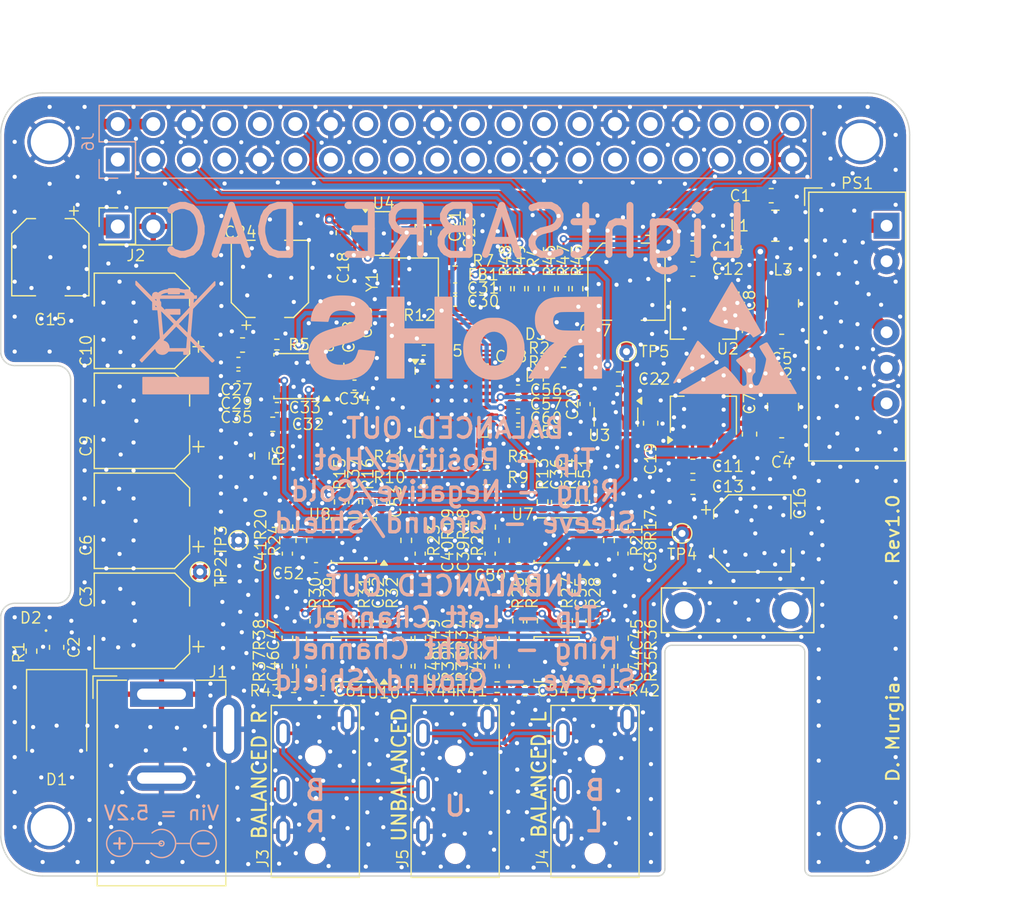
<source format=kicad_pcb>
(kicad_pcb (version 20241229) (generator "pcbnew") (generator_version "9.0")
  (title_block (title "LightSABRE DAC") (date "2026-01-09") (rev "1.0") (company "itz-embedded") (comment 1 "Author: D. Murgia"))
  (layers (0 "F.Cu" signal) (4 "In1.Cu" signal) (6 "In2.Cu" signal) (2 "B.Cu" signal) (13 "F.Paste" user) (15 "B.Paste" user) (5 "F.SilkS" user "F.Silkscreen") (7 "B.SilkS" user "B.Silkscreen") (1 "F.Mask" user) (3 "B.Mask" user) (25 "Edge.Cuts" user))
  (net 0 "")
  (net 1 "GND")
  (net 2 "RPI_GPIO4")
  (net 3 "RPI_GPIO14")
  (net 4 "RPI_GPIO15")
  (net 5 "RPI_GPIO17")
  (net 6 "RPI_GPIO27")
  (net 7 "RPI_GPIO22")
  (net 8 "RPI_GPIO23")
  (net 9 "RPI_GPIO24")
  (net 10 "RPI_GPIO10")
  (net 11 "RPI_GPIO9")
  (net 12 "RPI_GPIO25")
  (net 13 "RPI_GPIO11")
  (net 14 "RPI_GPIO8")
  (net 15 "RPI_GPIO5")
  (net 16 "RPI_GPIO12")
  (net 17 "RPI_GPIO6")
  (net 18 "RPI_GPIO13")
  (net 19 "RPI_GPIO26")
  (net 20 "RPI_GPIO7")
  (net 21 "RPI_GPIO16")
  (net 22 "DACL_AVCC")
  (net 23 "DACR_AVCC")
  (net 24 "OUT_L+")
  (net 25 "OUT_R+")
  (net 26 "+9V_ANA")
  (net 27 "Net-(Y1-Vcc)")
  (net 28 "DAC_VDD")
  (net 29 "3V3_DAC-DIG")
  (net 30 "-9V_ANA")
  (net 31 "3V3_DAC-ANA")
  (net 32 "DAC_!RST")
  (net 33 "DAC_MCLK")
  (net 34 "Net-(Y1-~{ST})")
  (net 35 "DAC_I2S-BCK")
  (net 36 "DAC_I2S-FS")
  (net 37 "DAC_I2S-DI")
  (net 38 "DAC_I2C-SCL")
  (net 39 "DAC_I2C-SDA")
  (net 40 "+12V_ANA")
  (net 41 "-12V_ANA")
  (net 42 "Net-(PS1-+Vin)")
  (net 43 "Net-(PS1-+Vout)")
  (net 44 "Net-(PS1--Vout)")
  (net 50 "5V1_IN")
  (net 51 "5V1_RPI")
  (net 52 "RPI_I2C-SDA")
  (net 53 "RPI_I2C-SCL")
  (net 54 "RPI_I2S-BCK")
  (net 55 "3V3_RPI")
  (net 56 "RPI_I2S-FS")
  (net 57 "RPI_I2S-DI")
  (net 58 "RPI_I2S-DO")
  (net 59 "Net-(U8A-+)")
  (net 60 "Net-(D4-A)")
  (net 61 "Net-(U6A-+)")
  (net 62 "DACL_V-")
  (net 63 "DACL_V+")
  (net 64 "Net-(U9A--)")
  (net 65 "Net-(U9A-+)")
  (net 66 "Net-(U9B--)")
  (net 67 "Net-(U9B-+)")
  (net 68 "Net-(U7A-+)")
  (net 69 "DACR_V-")
  (net 70 "DACR_V+")
  (net 71 "Net-(U10A--)")
  (net 72 "Net-(U10A-+)")
  (net 73 "Net-(U10B--)")
  (net 74 "Net-(U10B-+)")
  (net 75 "Net-(U5-XI)")
  (net 76 "/audio/DACLB-I")
  (net 77 "/audio/DACL-I")
  (net 78 "/audio/DACRB-I")
  (net 79 "Net-(U7A--)")
  (net 80 "/audio/DACR-I")
  (net 81 "Net-(U7B--)")
  (net 82 "Net-(U5-GPIO1)")
  (net 83 "OUT_L-")
  (net 84 "OUT_R-")
  (net 85 "Net-(U5-GPIO2)")
  (net 86 "Net-(U6C-V+)")
  (net 87 "Net-(C38-Pad1)")
  (net 88 "Net-(C39-Pad1)")
  (net 89 "Net-(C40-Pad1)")
  (net 90 "Net-(D2-A)")
  (net 91 "Net-(D3-A)")
  (net 92 "Net-(U8A--)")
  (net 93 "Net-(U8B--)")
  (net 97 "Net-(C41-Pad1)")
  (net 98 "Net-(C42-Pad2)")
  (net 99 "Net-(C44-Pad2)")
  (net 100 "Net-(C46-Pad2)")
  (net 101 "Net-(C48-Pad2)")
  (footprint "Capacitor_SMD:C_0402_1005Metric" (layer "F.Cu") (at 149.75 99.75 -90)
    (property "Reference" "C36")
    (property "Value" "CAP-4.7U-20%-10V-X5R-0402_002" (hide yes))
  )
  (footprint "Diode_SMD:D_SMB" (layer "F.Cu") (at 114 115.4 -90)
    (property "Reference" "D1")
    (property "Value" "ZENER-5.6V-5W-SMB_003" (hide yes))
  )
  (footprint "dm_SMD:Oscillator_SMD_4Pin_3.2x2.5mm" (layer "F.Cu") (at 139.2 84.06 180)
    (property "Reference" "Y1")
    (property "Value" "OSC-XO-100M-3225_002" (hide yes))
  )
  (footprint "Capacitor_SMD:C_0402_1005Metric" (layer "F.Cu") (at 127 90.75)
    (property "Reference" "C35")
    (property "Value" "CAP-2.2U-20%-16V-X5R-0402_002" (hide yes))
  )
  (footprint "Capacitor_SMD:C_0402_1005Metric" (layer "F.Cu") (at 135.3 91.4 180)
    (property "Reference" "C34")
    (property "Value" "CAP-2.2U-20%-16V-X5R-0402_002" (hide yes))
  )
  (footprint "Resistor_SMD:R_0402_1005Metric" (layer "F.Cu") (at 154.5 101.55 -90)
    (property "Reference" "R17")
    (property "Value" "RES-10-1%-0.063W-0402_002" (hide yes))
  )
  (footprint "Resistor_SMD:R_0402_1005Metric" (layer "F.Cu") (at 140 111.5 -90)
    (property "Reference" "R39")
    (property "Value" "RES-806-0.1%-0.063W-THIN-0402_001" (hide yes))
  )
  (footprint "LED_SMD:LED_0402_1005Metric" (layer "F.Cu") (at 150.25 90.75)
    (property "Reference" "D4")
    (property "Value" "LED-RED-0402_002" (hide yes))
  )
  (footprint "Capacitor_SMD:C_0402_1005Metric" (layer "F.Cu") (at 127 89.775 180)
    (property "Reference" "C29")
    (property "Value" "CAP-100N-10%-16V-X7R-0402_002" (hide yes))
  )
  (footprint "Capacitor_SMD:C_0603_1608Metric" (layer "F.Cu") (at 159.5 97.2)
    (property "Reference" "C11")
    (property "Value" "CAP-100N-10%-50V-X7R-0603_002" (hide yes))
  )
  (footprint "Capacitor_SMD:C_0402_1005Metric" (layer "F.Cu") (at 140.25 88.9 180)
    (property "Reference" "C25")
    (property "Value" "CAP-2.2U-20%-16V-X5R-0402_002" (hide yes))
  )
  (footprint "Fiducial:Fiducial_0.5mm_Mask1mm" (layer "F.Cu") (at 173.04 76.39)
    (property "Reference" "FID3" (hide yes))
    (property "Value" "FID_001" (hide yes))
  )
  (footprint "Capacitor_SMD:C_0603_1608Metric" (layer "F.Cu") (at 159.5 81.6 180)
    (property "Reference" "C14")
    (property "Value" "CAP-10U-20%-16V-X5R-0603_004" (hide yes))
  )
  (footprint "Capacitor_SMD:CP_Elec_6.3x7.7" (layer "F.Cu") (at 120.1 93.95 180)
    (property "Reference" "C9")
    (property "Value" "CAP-EL-470U-20%-10V-ALUM-6.3MM-7.7MM_002" (hide yes))
  )
  (footprint "Capacitor_SMD:C_0402_1005Metric" (layer "F.Cu") (at 147.5 113.25 180)
    (property "Reference" "C54")
    (property "Value" "CAP-2.2U-20%-16V-X5R-0402_002" (hide yes))
  )
  (footprint "Capacitor_SMD:C_0402_1005Metric" (layer "F.Cu") (at 146 111.5 -90)
    (property "Reference" "C42")
    (property "Value" "CAP-2.2N-2%-50V-C0G-0402_001" (hide yes))
  )
  (footprint "Fiducial:Fiducial_0.5mm_Mask1mm" (layer "F.Cu") (at 115.5 121)
    (property "Reference" "FID6" (hide yes))
    (property "Value" "FID_001" (hide yes))
  )
  (footprint "Resistor_SMD:R_0402_1005Metric" (layer "F.Cu") (at 132.5 108.25 -90)
    (property "Reference" "R30")
    (property "Value" "RES-806-0.1%-0.063W-THIN-0402_001" (hide yes))
  )
  (footprint "dm_SMD:L_1008_2520Metric" (layer "F.Cu") (at 165.4 80 180)
    (property "Reference" "L1")
    (property "Value" "IND-4.7U-20%-1.55A-0.196OHM-1008_002" (hide yes))
  )
  (footprint "Capacitor_SMD:C_0402_1005Metric" (layer "F.Cu") (at 153.5 109.5 90)
    (property "Reference" "C45")
    (property "Value" "CAP-2.2N-2%-50V-C0G-0402_001" (hide yes))
  )
  (footprint "Capacitor_SMD:C_0402_1005Metric" (layer "F.Cu") (at 137.25 99.75 90)
    (property "Reference" "C53")
    (property "Value" "CAP-2.2U-20%-16V-X5R-0402_002" (hide yes))
  )
  (footprint "Capacitor_SMD:CP_Elec_6.3x7.7" (layer "F.Cu") (at 120.1 86.8 180)
    (property "Reference" "C10")
    (property "Value" "CAP-EL-470U-20%-10V-ALUM-6.3MM-7.7MM_002" (hide yes))
  )
  (footprint "Capacitor_SMD:C_0603_1608Metric" (layer "F.Cu") (at 165.85 95.675)
    (property "Reference" "C4")
    (property "Value" "CAP-10U-20%-16V-X5R-0603_004" (hide yes))
  )
  (footprint "dm_MECH:MOUNTING-HOLE-M2.5-ROUND-2.7MM-3.2MM" (layer "F.Cu") (at 113.5 123)
    (property "Reference" "H4" (hide yes))
    (property "Value" "MOUNTING-HOLE-M2.5-SMALL" (hide yes))
  )
  (footprint "Resistor_SMD:R_0402_1005Metric" (layer "F.Cu") (at 154.5 111.5 -90)
    (property "Reference" "R35")
    (property "Value" "RES-806-0.1%-0.063W-THIN-0402_001" (hide yes))
  )
  (footprint "Resistor_SMD:R_0402_1005Metric" (layer "F.Cu") (at 130.5 111.5 -90)
    (property "Reference" "R37")
    (property "Value" "RES-806-0.1%-0.063W-THIN-0402_001" (hide yes))
  )
  (footprint "Capacitor_SMD:C_0402_1005Metric" (layer "F.Cu") (at 130.5 103.45 -90)
    (property "Reference" "C41")
    (property "Value" "CAP-470P-5%-50V-C0G-0402_002" (hide yes))
  )
  (footprint "Capacitor_SMD:C_0402_1005Metric" (layer "F.Cu") (at 142.5 85.4 180)
    (property "Reference" "C30")
    (property "Value" "CAP-2.2U-20%-16V-X5R-0402_002" (hide yes))
  )
  (footprint "Capacitor_SMD:C_0402_1005Metric" (layer "F.Cu") (at 132.55 104.45 180)
    (property "Reference" "C52")
    (property "Value" "CAP-2.2U-20%-16V-X5R-0402_002" (hide yes))
  )
  (footprint "Resistor_SMD:R_0402_1005Metric" (layer "F.Cu") (at 145 101.55 -90)
    (property "Reference" "R18")
    (property "Value" "RES-10-1%-0.063W-0402_002" (hide yes))
  )
  (footprint "Resistor_SMD:R_0402_1005Metric" (layer "F.Cu") (at 153.5 102.5 -90)
    (property "Reference" "R21")
    (property "Value" "RES-806-0.1%-0.063W-THIN-0402_001" (hide yes))
  )
  (footprint "Capacitor_SMD:C_0402_1005Metric" (layer "F.Cu") (at 146 109.5 90)
    (property "Reference" "C43")
    (property "Value" "CAP-2.2N-2%-50V-C0G-0402_001" (hide yes))
  )
  (footprint "Capacitor_SMD:CP_Elec_5x5.4" (layer "F.Cu") (at 113.55 82.25 -90)
    (property "Reference" "C15")
    (property "Value" "CAP-EL-100U-20%-16V-ALUM-5.0MM-5.4MM_002" (hide yes))
  )
  (footprint "Capacitor_SMD:CP_Elec_5x5.4" (layer "F.Cu") (at 163.75 102)
    (property "Reference" "C16")
    (property "Value" "CAP-EL-100U-20%-16V-ALUM-5.0MM-5.4MM_002" (hide yes))
  )
  (footprint "TestPoint:TestPoint_THTPad_D1.0mm_Drill0.5mm" (layer "F.Cu") (at 154.75 89)
    (property "Reference" "TP5")
    (property "Value" "TP-TH-ROUND-1MM-0.5MM" (hide yes))
  )
  (footprint "TestPoint:TestPoint_Bridge_Pitch7.62mm_Drill1.3mm" (layer "F.Cu") (at 158.85 107.5)
    (property "Reference" "TP1" (hide yes))
    (property "Value" "GND-TP" (hide yes))
  )
  (footprint "Resistor_SMD:R_0402_1005Metric" (layer "F.Cu") (at 154 113 180)
    (property "Reference" "R42")
    (property "Value" "RES-10-1%-0.063W-0402_002" (hide yes))
  )
  (footprint "Resistor_SMD:R_0603_1608Metric" (layer "F.Cu") (at 144.75 96.5 180)
    (property "Reference" "R8")
    (property "Value" "RES-0-1%-0.1W-0603_002" (hide yes))
  )
  (footprint "Resistor_SMD:R_0402_1005Metric" (layer "F.Cu") (at 150.25 84.5 -90)
    (property "Reference" "R47")
    (property "Value" "RES-10-1%-0.063W-0402_002" (hide yes))
  )
  (footprint "Resistor_SMD:R_0402_1005Metric" (layer "F.Cu") (at 139.5 113 180)
    (property "Reference" "R44")
    (property "Value" "RES-10-1%-0.063W-0402_002" (hide yes))
  )
  (footprint "Capacitor_SMD:C_0603_1608Metric" (layer "F.Cu") (at 165.85 88.275 180)
    (property "Reference" "C5")
    (property "Value" "CAP-10U-20%-16V-X5R-0603_004" (hide yes))
  )
  (footprint "Resistor_SMD:R_0402_1005Metric" (layer "F.Cu") (at 148.1 84.5 -90)
    (property "Reference" "R4")
    (property "Value" "RES-10K-1%-0.063W-0402_002" (hide yes))
  )
  (footprint "Resistor_SMD:R_0402_1005Metric" (layer "F.Cu") (at 147.1 84.5 -90)
    (property "Reference" "R49")
    (property "Value" "RES-10-1%-0.063W-0402_002" (hide yes))
  )
  (footprint "TestPoint:TestPoint_THTPad_D1.0mm_Drill0.5mm" (layer "F.Cu") (at 127 102.5 90)
    (property "Reference" "TP3")
    (property "Value" "TP-TH-ROUND-1MM-0.5MM" (hide yes))
  )
  (footprint "Package_SO:MSOP-8_3x3mm_P0.65mm" (layer "F.Cu") (at 135.25 102.5 180)
    (property "Reference" "U8")
    (property "Value" "OPA1678-VSSOP" (hide yes))
  )
  (footprint "Capacitor_SMD:C_0402_1005Metric" (layer "F.Cu") (at 142.5 84.45 180)
    (property "Reference" "C31")
    (property "Value" "CAP-100N-10%-16V-X7R-0402_002" (hide yes))
  )
  (footprint "Capacitor_SMD:C_0402_1005Metric" (layer "F.Cu") (at 139 111.5 -90)
    (property "Reference" "C48")
    (property "Value" "CAP-2.2N-2%-50V-C0G-0402_001" (hide yes))
  )
  (footprint "Capacitor_SMD:C_0402_1005Metric" (layer "F.Cu") (at 151.5 108.25 90)
    (property "Reference" "C55")
    (property "Value" "CAP-2.2U-20%-16V-X5R-0402_002" (hide yes))
  )
  (footprint "Capacitor_SMD:C_0603_1608Metric" (layer "F.Cu") (at 163.55 87.5 -90)
    (property "Reference" "C8")
    (property "Value" "CAP-10U-20%-16V-X5R-0603_004" (hide yes))
  )
  (footprint "Resistor_SMD:R_0402_1005Metric" (layer "F.Cu") (at 139 102.5 -90)
    (property "Reference" "R23")
    (property "Value" "RES-806-0.1%-0.063W-THIN-0402_001" (hide yes))
  )
  (footprint "Fiducial:Fiducial_0.5mm_Mask1mm" (layer "F.Cu") (at 144.5 81.43)
    (property "Reference" "FID1" (hide yes))
    (property "Value" "FID_001" (hide yes))
  )
  (footprint "Resistor_SMD:R_0402_1005Metric" (layer "F.Cu") (at 145 109.5 90)
    (property "Reference" "R34")
    (property "Value" "RES-806-0.1%-0.063W-THIN-0402_001" (hide yes))
  )
  (footprint "Resistor_SMD:R_0402_1005Metric" (layer "F.Cu") (at 154.5 109.5 90)
    (property "Reference" "R36")
    (property "Value" "RES-806-0.1%-0.063W-THIN-0402_001" (hide yes))
  )
  (footprint "Package_SO:MSOP-8_3x3mm_P0.65mm" (layer "F.Cu") (at 135.25 111 180)
    (property "Reference" "U10")
    (property "Value" "OPA1678-VSSOP" (hide yes))
  )
  (footprint "Resistor_SMD:R_0402_1005Metric" (layer "F.Cu") (at 136.25 99.75 -90)
    (property "Reference" "R16")
    (property "Value" "RES-3.9K-1%-0.063W-0402_002" (hide yes))
  )
  (footprint "Fiducial:Fiducial_0.5mm_Mask1mm" (layer "F.Cu") (at 142.5 106.75)
    (property "Reference" "FID2" (hide yes))
    (property "Value" "FID_001" (hide yes))
  )
  (footprint "Resistor_SMD:R_0402_1005Metric" (layer "F.Cu") (at 134.25 99.75 -90)
    (property "Reference" "R15")
    (property "Value" "RES-10K-1%-0.063W-0402_002" (hide yes))
  )
  (footprint "Resistor_SMD:R_0402_1005Metric" (layer "F.Cu") (at 133.5 108.25 -90)
    (property "Reference" "R29")
    (property "Value" "RES-806-0.1%-0.063W-THIN-0402_001" (hide yes))
  )
  (footprint "Capacitor_SMD:C_0402_1005Metric" (layer "F.Cu") (at 145 103.45 -90)
    (property "Reference" "C39")
    (property "Value" "CAP-470P-5%-50V-C0G-0402_002" (hide yes))
  )
  (footprint "Resistor_SMD:R_0402_1005Metric" (layer "F.Cu") (at 149.25 84.5 -90)
    (property "Reference" "R46")
    (property "Value" "RES-10-1%-0.063W-0402_002" (hide yes))
  )
  (footprint "Capacitor_SMD:C_0603_1608Metric" (layer "F.Cu") (at 114 110.15 90)
    (property "Reference" "C2")
    (property "Value" "CAP-100N-10%-50V-X7R-0603_002" (hide yes))
  )
  (footprint "Capacitor_SMD:C_0603_1608Metric" (layer "F.Cu") (at 163.55 94.9 90)
    (property "Reference" "C7")
    (property "Value" "CAP-10U-20%-16V-X5R-0603_004" (hide yes))
  )
  (footprint "Resistor_SMD:R_0402_1005Metric" (layer "F.Cu") (at 145.5 113 180)
    (property "Reference" "R41")
    (property "Value" "RES-10-1%-0.063W-0402_002" (hide yes))
  )
  (footprint "Resistor_SMD:R_0402_1005Metric" (layer "F.Cu") (at 146.1 84.5 -90)
    (property "Reference" "R48")
    (property "Value" "RES-10-1%-0.063W-0402_002" (hide yes))
  )
  (footprint "dm_CONN:TRRS-PJ-320A" (layer "F.Cu") (at 142.5 126.5 180)
    (property "Reference" "J5")
    (property "Value" "PJ-320A" (hide yes))
  )
  (footprint "Resistor_SMD:R_0402_1005Metric" (layer "F.Cu") (at 151.25 84.5 -90)
    (property "Reference" "R45")
    (property "Value" "RES-10-1%-0.063W-0402_002" (hide yes))
  )
  (footprint "dm_MECH:MOUNTING-HOLE-M2.5-ROUND-2.7MM-3.2MM" (layer "F.Cu") (at 171.5 74)
    (property "Reference" "H2" (hide yes))
    (property "Value" "MOUNTING-HOLE-M2.5-SMALL" (hide yes))
  )
  (footprint "Resistor_SMD:R_0402_1005Metric" (layer "F.Cu") (at 136 108.25 -90)
    (property "Reference" "R31")
    (property "Value" "RES-806-0.1%-0.063W-THIN-0402_001" (hide yes))
  )
  (footprint "Capacitor_SMD:C_0402_1005Metric" (layer "F.Cu") (at 137 108.25 90)
    (property "Reference" "C62")
    (property "Value" "CAP-2.2U-20%-16V-X5R-0402_002" (hide yes))
  )
  (footprint "Capacitor_SMD:C_0603_1608Metric" (layer "F.Cu") (at 136.14 89.42 90)
    (property "Reference" "C26")
    (property "Value" "CAP-10U-20%-16V-X5R-0603_004" (hide yes))
  )
  (footprint "Capacitor_SMD:C_0402_1005Metric" (layer "F.Cu") (at 147 94.75 180)
    (property "Reference" "C59")
    (property "Value" "CAP-4.7U-20%-10V-X5R-0402_002" (hide yes))
  )
  (footprint "dm_SMD:QFN-28-1EP_5x5mm_P0.5mm_EP3.25x3.25mm_ThermalVias_0.3mm" (layer "F.Cu") (at 142.25 92.5)
    (property "Reference" "U5")
    (property "Value" "ES9018K2M" (hide yes))
  )
  (footprint "Capacitor_SMD:C_0402_1005Metric" (layer "F.Cu") (at 133 113.25 180)
    (property "Reference" "C61")
    (property "Value" "CAP-2.2U-20%-16V-X5R-0402_002" (hide yes))
  )
  (footprint "Capacitor_SMD:C_0402_1005Metric" (layer "F.Cu") (at 135.25 99.75 -90)
    (property "Reference" "C37")
    (property "Value" "CAP-4.7U-20%-10V-X5R-0402_002" (hide yes))
  )
  (footprint "dm_MECH:MOUNTING-HOLE-M2.5-ROUND-2.7MM-3.2MM" (layer "F.Cu") (at 113.5 74)
    (property "Reference" "H1" (hide yes))
    (property "Value" "MOUNTING-HOLE-M2.5-SMALL" (hide yes))
  )
  (footprint "dm_MECH:MOUNTING-HOLE-M2.5-ROUND-2.7MM-3.2MM" (layer "F.Cu") (at 171.5 123)
    (property "Reference" "H3" (hide yes))
    (property "Value" "MOUNTING-HOLE-M2.5-SMALL" (hide yes))
  )
  (footprint "Capacitor_SMD:C_0402_1005Metric" (layer "F.Cu") (at 154.5 103.45 -90)
    (property "Reference" "C38")
    (property "Value" "CAP-470P-5%-50V-C0G-0402_002" (hide yes))
  )
  (footprint "Capacitor_SMD:C_0603_1608Metric" (layer "F.Cu") (at 129.455 94.2)
    (property "Reference" "C32")
    (property "Value" "CAP-10U-20%-16V-X5R-0603_004" (hide yes))
  )
  (footprint "Resistor_SMD:R_0402_1005Metric" (layer "F.Cu") (at 145 111.5 -90)
    (property "Reference" "R33")
    (property "Value" "RES-806-0.1%-0.063W-THIN-0402_001" (hide yes))
  )
  (footprint "Inductor_SMD:L_0402_1005Metric" (layer "F.Cu") (at 142.5 83.5)
    (property "Reference" "FB1")
    (property "Value" "FERR-BEAD-600OHM@100MHZ-0.7A-0.34OHM-0402" (hide yes))
  )
  (footprint "LED_SMD:LED_0402_1005Metric" (layer "F.Cu") (at 112.15 108.95 180)
    (property "Reference" "D2")
    (property "Value" "LED-RED-0402_002" (hide yes))
  )
  (footprint "Resistor_SMD:R_0603_1608Metric" (layer "F.Cu") (at 128.68 96.45 90)
    (property "Reference" "R6")
    (property "Value" "RES-3.3-1%-0.1W-0603_002" (hide yes))
  )
  (footprint "Resistor_SMD:R_0402_1005Metric" (layer "F.Cu") (at 152.5 108.25 -90)
    (property "Reference" "R28")
    (property "Value" "RES-806-0.1%-0.063W-THIN-0402_001" (hide yes))
  )
  (footprint "Capacitor_SMD:C_0402_1005Metric" (layer "F.Cu") (at 147 93.75 180)
    (property "Reference" "C60")
    (property "Value" "CAP-4.7U-20%-10V-X5R-0402_002" (hide yes))
  )
  (footprint "Capacitor_SMD:C_0402_1005Metric" (layer "F.Cu") (at 140 103.45 -90)
    (property "Reference" "C40")
    (property "Value" "CAP-470P-5%-50V-C0G-0402_002" (hide yes))
  )
  (footprint "Resistor_SMD:R_0402_1005Metric" (layer "F.Cu") (at 130.5 109.5 90)
    (property "Reference" "R38")
    (property "Value" "RES-806-0.1%-0.063W-THIN-0402_001" (hide yes))
  )
  (footprint "Capacitor_SMD:CP_Elec_5x5.4" (layer "F.Cu") (at 154.75 84 -90)
    (property "Reference" "C17")
    (property "Value" "CAP-EL-100U-20%-16V-ALUM-5.0MM-5.4MM_002" (hide yes))
  )
  (footprint "Resistor_SMD:R_0603_1608Metric" (layer "F.Cu") (at 144.75 98 180)
    (property "Reference" "R9")
    (property "Value" "RES-0-1%-0.1W-0603_002" (hide yes))
  )
  (footprint "Capacitor_SMD:C_0402_1005Metric" (layer "F.Cu") (at 147 92.75)
    (property "Reference" "C57")
    (property "Value" "CAP-4.7U-20%-10V-X5R-0402_002" (hide yes))
  )
  (footprint "Capacitor_SMD:CP_Elec_6.3x7.7" (layer "F.Cu") (at 120.1 101.1 180)
    (property "Reference" "C6")
    (property "Value" "CAP-EL-470U-20%-10V-ALUM-6.3MM-7.7MM_002" (hide yes))
  )
  (footprint "Resistor_SMD:R_0402_1005Metric" (layer "F.Cu") (at 146 102.5 -90)
    (property "Reference" "R22")
    (property "Value" "RES-806-0.1%-0.063W-THIN-0402_001" (hide yes))
  )
  (footprint "Resistor_SMD:R_0402_1005Metric" (layer "F.Cu") (at 150.75 99.75 -90)
    (property "Reference" "R14")
    (property "Value" "RES-3.9K-1%-0.063W-0402_002" (hide yes))
  )
  (footprint "Package_TO_SOT_SMD:SOT-23-5" (layer "F.Cu") (at 137.3875 80.55)
    (property "Reference" "U4")
    (property "Value" "TPS7A2033-SOT23" (hide yes))
  )
  (footprint "Resistor_SMD:R_0402_1005Metric" (layer "F.Cu") (at 112.2 110.42 90)
    (property "Reference" "R1")
    (property "Value" "RES-1K-5%-0.063W-0402_002" (hide yes))
  )
  (footprint "Resistor_SMD:R_0402_1005Metric" (layer "F.Cu") (at 150.25 89.75)
    (property "Reference" "R3")
    (property "Value" "RES-1K-5%-0.063W-0402_002" (hide yes))
  )
  (footprint "Resistor_SMD:R_0402_1005Metric" (layer "F.Cu") (at 147 108.25 -90)
    (property "Reference" "R26")
    (property "Value" "RES-806-0.1%-0.063W-THIN-0402_001" (hide yes))
  )
  (footprint "Capacitor_SMD:C_0402_1005Metric" (layer "F.Cu") (at 147.05 104.45 180)
    (property "Reference" "C50")
    (property "Value" "CAP-2.2U-20%-16V-X5R-0402_002" (hide yes))
  )
  (footprint "TestPoint:TestPoint_THTPad_D1.0mm_Drill0.5mm" (layer "F.Cu") (at 124.25 104.75)
    (property "Reference" "TP2")
    (property "Value" "TP-TH-ROUND-1MM-0.5MM" (hide yes))
  )
  (footprint "Connector_PinHeader_2.54mm:PinHeader_2x01_P2.54mm_Vertical" (layer "F.Cu") (at 118.37 80.05)
    (property "Reference" "J2")
    (property "Value" "CONN-HDR-01X02-2.54-TH_002" (hide yes))
  )
  (footprint "Resistor_SMD:R_0402_1005Metric" (layer "F.Cu") (at 138 108.25 -90)
    (property "Reference" "R32")
    (property "Value" "RES-806-0.1%-0.063W-THIN-0402_001" (hide yes))
  )
  (footprint "Resistor_SMD:R_0402_1005Metric" (layer "F.Cu") (at 148 108.25 -90)
    (property "Reference" "R25")
    (property "Value" "RES-806-0.1%-0.063W-THIN-0402_001" (hide yes))
  )
  (footprint "Capacitor_SMD:C_0603_1608Metric" (layer "F.Cu") (at 134.5 80.5 -90)
    (property "Reference" "C18")
    (property "Value" "CAP-10U-20%-16V-X5R-0603_004" (hide yes))
  )
  (footprint "TestPoint:TestPoint_THTPad_D1.0mm_Drill0.5mm" (layer "F.Cu") (at 158.725 102)
    (property "Reference" "TP4")
    (property "Value" "TP-TH-ROUND-1MM-0.5MM" (hide yes))
  )
  (footprint "dm_SMD:L_1008_2520Metric" (layer "F.Cu") (at 165.95 92.95 90)
    (property "Reference" "L2")
    (property "Value" "IND-4.7U-20%-1.55A-0.196OHM-1008_002" (hide yes))
  )
  (footprint "Capacitor_SMD:C_0603_1608Metric" (layer "F.Cu") (at 154.175 90.96)
    (property "Reference" "C22")
    (property "Value" "CAP-10U-20%-16V-X5R-0603_004" (hide yes))
  )
  (footprint "Resistor_SMD:R_0402_1005Metric" (layer "F.Cu") (at 131.5 102.5 -90)
    (property "Reference" "R24")
    (property "Value" "RES-806-0.1%-0.063W-THIN-0402_001" (hide yes))
  )
  (footprint "Capacitor_SMD:C_0402_1005Metric" (layer "F.Cu") (at 129.75 93)
    (property "Reference" "C33")
    (property "Value" "CAP-100N-10%-16V-X7R-0402_002" (hide yes))
  )
  (footprint "dm_SMD:SOT-89-3" (layer "F.Cu") (at 160.25 86.75 -90)
    (property "Reference" "U2")
    (property "Value" "79L09-SOT89_002" (hide yes))
  )
  (footprint "Resistor_SMD:R_0402_1005Metric" (layer "F.Cu") (at 148.75 99.75 -90)
    (property "Reference" "R13")
    (property "Value" "RES-10K-1%-0.063W-0402_002" (hide yes))
  )
  (footprint "Package_TO_SOT_SMD:SOT-23" (layer "F.Cu") (at 154 93.68 -90)
    (property "Reference" "U3")
    (property "Value" "LR6206B-U33" (hide yes))
  )
  (footprint "dm_CONN:TRRS-PJ-320A" (layer "F.Cu") (at 132.5 126.5 180)
    (property "Reference" "J3")
    (property "Value" "PJ-320A" (hide yes))
  )
  (footprint "Resistor_SMD:R_0402_1005Metric" (layer "F.Cu") (at 137.95 86.4)
    (property "Reference" "R12")
    (property "Value" "RES-10-1%-0.063W-0402_002" (hide yes))
  )
  (footprint "Capacitor_SMD:CP_Elec_6.3x7.7" (layer "F.Cu") (at 120.1 108.25 180)
    (property "Reference" "C3")
    (property "Value" "CAP-EL-470U-20%-10V-ALUM-6.3MM-7.7MM_002" (hide yes))
  )
  (footprint "Resistor_SMD:R_0402_1005Metric" (layer "F.Cu") (at 130.95 113)
    (property "Reference" "R43")
    (property "Value" "RES-10-1%-0.063W-0402_002" (hide yes))
  )
  (footprint "Capacitor_SMD:C_0402_1005Metric" (layer "F.Cu") (at 134.9 89.945 90)
    (property "Reference" "C28")
    (property "Value" "CAP-100N-10%-16V-X7R-0402_002" (hide yes))
  )
  (footprint "Resistor_SMD:R_0603_1608Metric" (layer "F.Cu") (at 140.25 98)
    (property "Reference" "R10")
    (property "Value" "RES-0-1%-0.1W-0603_002" (hide yes))
  )
  (footprint "Capacitor_SMD:C_0603_1608Metric" (layer "F.Cu") (at 127.295 88.53 180)
    (property "Reference" "C27")
    (property "Value" "CAP-10U-20%-16V-X5R-0603_004" (hide yes))
  )
  (footprint "Resistor_SMD:R_0402_1005Metric" (layer "F.Cu") (at 150.25 88.75)
    (property "Reference" "R2")
    (property "Value" "RES-1K-5%-0.063W-0402_002" (hide yes))
  )
  (footprint "Capacitor_SMD:C_0603_1608Metric" (layer "F.Cu") (at 141.275 80.5 -90)
    (property "Reference" "C23")
    (property "Value" "CAP-10U-20%-16V-X5R-0603_004" (hide yes))
  )
  (footprint "Fiducial:Fiducial_0.5mm_Mask1mm" (layer "F.Cu") (at 169.75 125.25)
    (property "Reference" "FID5" (hide yes))
    (property "Value" "FID_001" (hide yes))
  )
  (footprint "Package_SO:MSOP-8_3x3mm_P0.65mm" (layer "F.Cu") (at 149.75 111 180)
    (property "Reference" "U9")
    (property "Value" "OPA1678-VSSOP" (hide yes))
  )
  (footprint "LED_SMD:LED_0402_1005Metric" (layer "F.Cu") (at 150.25 87.75)
    (property "Reference" "D3")
    (property "Value" "LED-RED-0402_002" (hide yes))
  )
  (footprint "Capacitor_SMD:C_0402_1005Metric" (layer "F.Cu") (at 146.5 90.25)
    (property "Reference" "C58")
    (property "Value" "CAP-4.7U-20%-10V-X5R-0402_002" (hide yes))
  )
  (footprint "Capacitor_SMD:C_0402_1005Metric" (layer "F.Cu") (at 153.5 111.5 -90)
    (property "Reference" "C44")
    (property "Value" "CAP-2.2N-2%-50V-C0G-0402_001" (hide yes))
  )
  (footprint "Capacitor_SMD:C_0603_1608Metric" (layer "F.Cu") (at 156.48 94.12 90)
    (property "Reference" "C19")
    (property "Value" "CAP-10U-20%-16V-X5R-0603_004" (hide yes))
  )
  (footprint "Resistor_SMD:R_0402_1005Metric" (layer "F.Cu") (at 150.5 108.25 -90)
    (property "Reference" "R27")
    (property "Value" "RES-806-0.1%-0.063W-THIN-0402_001" (hide yes))
  )
  (footprint "Capacitor_SMD:C_0402_1005Metric" (layer "F.Cu") (at 131.5 111.5 -90)
    (property "Reference" "C46")
    (property "Value" "CAP-2.2N-2%-50V-C0G-0402_001" (hide yes))
  )
  (footprint "Resistor_SMD:R_0402_1005Metric" (layer "F.Cu") (at 140 109.5 90)
    (property "Reference" "R40")
    (property "Value" "RES-806-0.1%-0.063W-THIN-0402_001" (hide yes))
  )
  (footprint "Capacitor_SMD:C_0402_1005Metric" (layer "F.Cu") (at 151.79 92.75 -90)
    (property "Reference" "C20")
    (property "Value" "CAP-100N-10%-16V-X7R-0402_002" (hide yes))
  )
  (footprint "dm_CONN:BarrelJack" (layer "F.Cu") (at 121.5 113.5)
    (property "Reference" "J1")
    (property "Value" "BARREL-JACK-SW_002" (hide yes))
  )
  (footprint "Capacitor_SMD:C_0603_1608Metric" (layer "F.Cu") (at 165.1 77.85)
    (property "Reference" "C1")
    (property "Value" "CAP-10U-20%-16V-X5R-0603_004" (hide yes))
  )
  (footprint "Resistor_SMD:R_0402_1005Metric" (layer "F.Cu") (at 129.75 88.5 180)
    (property "Reference" "R5")
    (property "Value" "RES-10K-1%-0.063W-0402_002" (hide yes))
  )
  (footprint "Resistor_SMD:R_0402_1005Metric" (layer "F.Cu") (at 142.5 82.5)
    (property "Reference" "R7")
    (property "Value" "RES-10K-1%-0.063W-0402_002" (hide yes))
  )
  (footprint "Capacitor_SMD:C_0402_1005Metric" (layer "F.Cu") (at 139 109.5 90)
    (property "Reference" "C49")
    (property "Value" "CAP-2.2N-2%-50V-C0G-0402_001" (hide yes))
  )
  (footprint "Converter_DCDC:Converter_DCDC_XP_POWER-IHxxxxS_THT" (layer "F.Cu") (at 173.35 80)
    (property "Reference" "PS1")
    (property "Value" "A0512S-2W-1.5KV-SIP_002" (hide yes))
  )
  (footprint "Capacitor_SMD:C_0603_1608Metric" (layer "F.Cu") (at 159.5 83.1 180)
    (property "Reference" "C12")
    (property "Value" "CAP-100N-10%-50V-X7R-0603_002" (hide yes))
  )
  (footprint "Resistor_SMD:R_0402_1005Metric" (layer "F.Cu") (at 140 101.55 -90)
    (property "Reference" "R19")
    (property "Value" "RES-10-1%-0.063W-0402_002" (hide yes))
  )
  (footprint "Capacitor_SMD:C_0402_1005Metric" (layer "F.Cu") (at 151.75 99.75 90)
    (property "Reference" "C51")
    (property "Value" "CAP-2.2U-20%-16V-X5R-0402_002" (hide yes))
  )
  (footprint "dm_SMD:SOT-89-3" (layer "F.Cu") (at 160.25 93.55 90)
    (property "Reference" "U1")
    (property "Value" "78L09-SOT89_002" (hide yes))
  )
  (footprint "Resistor_SMD:R_0603_1608Metric" (layer "F.Cu") (at 140.25 96.5)
    (property "Reference" "R11")
    (property "Value" "RES-0-1%-0.1W-0603_002" (hide yes))
  )
  (footprint "Capacitor_SMD:C_0402_1005Metric" (layer "F.Cu") (at 147 91.75)
    (property "Reference" "C56")
    (property "Value" "CAP-4.7U-20%-10V-X5R-0402_002" (hide yes))
  )
  (footprint "Resistor_SMD:R_0402_1005Metric" (layer "F.Cu") (at 130.5 101.55 -90)
    (property "Reference" "R20")
    (property "Value" "RES-10-1%-0.063W-0402_002" (hide yes))
  )
  (footprint "Capacitor_SMD:C_0603_1608Metric" (layer "F.Cu") (at 159.5 98.7)
    (property "Reference" "C13")
    (property "Value" "CAP-10U-20%-16V-X5R-0603_004" (hide yes))
  )
  (footprint "dm_CONN:TRRS-PJ-320A" (layer "F.Cu") (at 152.5 126.5 180)
    (property "Reference" "J4")
    (property "Value" "PJ-320A" (hide yes))
  )
  (footprint "Package_SO:MSOP-8_3x3mm_P0.65mm" (layer "F.Cu") (at 149.75 102.5 180)
    (property "Reference" "U7")
    (property "Value" "OPA1678-VSSOP" (hide yes))
  )
  (footprint "Fiducial:Fiducial_0.5mm_Mask1mm" (layer "F.Cu") (at 114.75 71.75)
    (property "Reference" "FID4" (hide yes))
    (property "Value" "FID_001" (hide yes))
  )
  (footprint "dm_SMD:L_1008_2520Metric" (layer "F.Cu") (at 165.95 85.55 90)
    (property "Reference" "L3")
    (property "Value" "IND-4.7U-20%-1.55A-0.196OHM-1008_002" (hide yes))
  )
  (footprint "Capacitor_SMD:C_0402_1005Metric" (layer "F.Cu") (at 140 80.02 -90)
    (property "Reference" "C21")
    (property "Value" "CAP-100N-10%-16V-X7R-0402_002" (hide yes))
  )
  (footprint "Capacitor_SMD:CP_Elec_5x5.4" (layer "F.Cu") (at 129.25 83.8 90)
    (property "Reference" "C24")
    (property "Value" "CAP-EL-100U-20%-16V-ALUM-5.0MM-5.4MM_002" (hide yes))
  )
  (footprint "Package_SO:MSOP-8_3x3mm_P0.65mm" (layer "F.Cu") (at 131.15 90.75 180)
    (property "Reference" "U6")
    (property "Value" "OPA1678-VSSOP" (hide yes))
  )
  (footprint "Capacitor_SMD:C_0402_1005Metric" (layer "F.Cu") (at 131.5 109.5 90)
    (property "Reference" "C47")
    (property "Value" "CAP-2.2N-2%-50V-C0G-0402_001" (hide yes))
  )
  (footprint "dm_CONN:SKT-02x20-TH-EXT" (layer "B.Cu") (at 118.37 75.27 -90)
    (property "Reference" "J6")
    (property "Value" "RPi-GPIO-SKT-TH-EXT_002" (hide yes))
  )
  (footprint "Symbol:WEEE-Logo_5.6x8mm_SilkScreen" (layer "B.Cu") (at 122.5 88 180)
    (property "Reference" "GFX2" (hide yes))
    (property "Value" "WEEE-Logo_5.6x8mm_SilkScreen" (hide yes))
  )
  (footprint "Symbol:Symbol_Barrel_Polarity" (layer "B.Cu") (at 121.5 124.1 180)
    (property "Reference" "GFX1" (hide yes))
    (property "Value" "Symbol_Barrel_Polarity" (hide yes))
  )
  (footprint "Symbol:RoHS-Logo_6mm_SilkScreen" (layer "B.Cu") (at 142.5 88 180)
    (property "Reference" "GFX4" (hide yes))
    (property "Value" "RoHS-Logo_6mm_SilkScreen" (hide yes))
  )
  (footprint "Symbol:ESD-Logo_8.9x8mm_SilkScreen" (layer "B.Cu") (at 162.5 88 180)
    (property "Reference" "GFX3" (hide yes))
    (property "Value" "ESD-Logo_8.9x8mm_SilkScreen" (hide yes))
  )
  (gr_arc (start 113 126.5) (mid 110.87868 125.62132) (end 110 123.5) (stroke (width 0.1)) (layer "Edge.Cuts"))
  (gr_arc (start 175 123.5) (mid 174.12132 125.62132) (end 172 126.5) (stroke (width 0.1)) (layer "Edge.Cuts"))
  (gr_arc (start 111 90) (mid 110.292893 89.707107) (end 110 89) (stroke (width 0.1)) (layer "Edge.Cuts"))
  (gr_arc (start 114 90) (mid 114.707107 90.292893) (end 115 91) (stroke (width 0.1)) (layer "Edge.Cuts"))
  (gr_arc (start 115 106) (mid 114.707107 106.707107) (end 114 107) (stroke (width 0.1)) (layer "Edge.Cuts"))
  (gr_arc (start 110 108) (mid 110.292893 107.292893) (end 111 107) (stroke (width 0.1)) (layer "Edge.Cuts"))
  (gr_arc (start 110 73.5) (mid 110.87868 71.37868) (end 113 70.5) (stroke (width 0.1)) (layer "Edge.Cuts"))
  (gr_line (start 113 70.5) (end 172 70.5) (stroke (width 0.1)) (layer "Edge.Cuts"))
  (gr_arc (start 172 70.5) (mid 174.12132 71.37868) (end 175 73.5) (stroke (width 0.1)) (layer "Edge.Cuts"))
  (gr_arc (start 168 126.5) (mid 167.646447 126.353553) (end 167.5 126) (stroke (width 0.1)) (layer "Edge.Cuts"))
  (gr_arc (start 157.5 110.5) (mid 157.646447 110.146447) (end 158 110) (stroke (width 0.1)) (layer "Edge.Cuts"))
  (gr_line (start 167.5 110.5) (end 167.5 126) (stroke (width 0.1)) (layer "Edge.Cuts"))
  (gr_line (start 167 110) (end 158 110) (stroke (width 0.1)) (layer "Edge.Cuts"))
  (gr_line (start 110 73.5) (end 110 89) (stroke (width 0.1)) (layer "Edge.Cuts"))
  (gr_line (start 175 73.5) (end 175 123.5) (stroke (width 0.1)) (layer "Edge.Cuts"))
  (gr_line (start 113 126.5) (end 157 126.5) (stroke (width 0.1)) (layer "Edge.Cuts"))
  (gr_line (start 110 108) (end 110 123.5) (stroke (width 0.1)) (layer "Edge.Cuts"))
  (gr_line (start 115 91) (end 115 106) (stroke (width 0.1)) (layer "Edge.Cuts"))
  (gr_arc (start 157.5 126) (mid 157.353553 126.353553) (end 157 126.5) (stroke (width 0.1)) (layer "Edge.Cuts"))
  (gr_line (start 111 90) (end 114 90) (stroke (width 0.1)) (layer "Edge.Cuts"))
  (gr_line (start 111 107) (end 114 107) (stroke (width 0.1)) (layer "Edge.Cuts"))
  (gr_line (start 168 126.5) (end 172 126.5) (stroke (width 0.1)) (layer "Edge.Cuts"))
  (gr_arc (start 167 110) (mid 167.353553 110.146447) (end 167.5 110.5) (stroke (width 0.1)) (layer "Edge.Cuts"))
  (gr_line (start 157.5 110.5) (end 157.5 126) (stroke (width 0.1)) (layer "Edge.Cuts"))
  (gr_text "LightSABRE DAC" (at 171 109.5 90) (layer "F.Cu") (effects (font (size 1.7 1.7) (thickness 0.25))))
  (gr_text "BALANCED L" (at 148.5 119.25 90) (layer "F.SilkS") (effects (font (size 1 1))))
  (gr_text "BALANCED R" (at 128.5 119.25 90) (layer "F.SilkS") (effects (font (size 1 1))))
  (gr_text "D. Murgia           Rev1.0" (at 173.8 109.5 90) (layer "F.SilkS") (effects (font (size 0.9 1))))
  (gr_text "UNBALANCED" (at 138.5 119.25 90) (layer "F.SilkS") (effects (font (size 1 1))))
  (gr_text "-" (at 124.5 124.1 0) (layer "B.SilkS") (effects (font (size 1 1)) (justify mirror)))
  (gr_text "Vin = 5.2V" (at 121.5 122 0) (layer "B.SilkS") (effects (font (size 1 1)) (justify mirror)))
  (gr_text "B\nR" (at 132.5 121.5 0) (layer "B.SilkS") (effects (font (size 1.4 1.4) (thickness 0.25) (bold yes)) (justify mirror)))
  (gr_text "U" (at 142.5 121.5 0) (layer "B.SilkS") (effects (font (size 1.4 1.4) (thickness 0.25) (bold yes)) (justify mirror)))
  (gr_text "B\nL" (at 152.5 121.5 0) (layer "B.SilkS") (effects (font (size 1.4 1.4) (thickness 0.25) (bold yes)) (justify mirror)))
  (gr_text "LightSABRE DAC" (at 142.5 82.5 0) (layer "B.SilkS") (effects (font (size 3.5 3.5) (thickness 0.5)) (justify bottom mirror)))
  (gr_text "+" (at 118.5 124.1 0) (layer "B.SilkS") (effects (font (size 1 1)) (justify mirror)))
  (gr_text "BALANCED OUT\nTip - Positive/Hot\nRing - Negative/Cold\nSleeve - Ground/Shield\n\nUNBALANCED OUT\nTip - Left Channel\nRing - Right Channel\nSleeve - Ground/Shield" (at 142.5 103.5 0) (layer "B.SilkS") (effects (font (size 1.4 1.4) (thickness 0.25) (bold yes)) (justify mirror)))
  (segment (start 151.5 107.77) (end 151.48 107.77) (width 0.1524) (layer "F.Cu") (net 1))
  (segment (start 152 108.25) (end 153.25 108.25) (width 0.1524) (layer "F.Cu") (net 1))
  (segment (start 150 108.25) (end 149.75 108.5) (width 0.1524) (layer "F.Cu") (net 1))
  (segment (start 136 108.25) (end 135.5 108.25) (width 0.1524) (layer "F.Cu") (net 1))
  (segment (start 160.275 83.1) (end 160.275 81.6) (width 0.381) (layer "F.Cu") (net 1))
  (segment (start 137.02 107.77) (end 137.5 108.25) (width 0.1524) (layer "F.Cu") (net 1))
  (segment (start 137 107.77) (end 137.02 107.77) (width 0.1524) (layer "F.Cu") (net 1))
  (segment (start 135.25 108.5) (end 135.25 110) (width 0.1524) (layer "F.Cu") (net 1))
  (segment (start 137 107.77) (end 136.52 108.25) (width 0.1524) (layer "F.Cu") (net 1))
  (segment (start 138.75 108.25) (end 139 108.5) (width 0.1524) (layer "F.Cu") (net 1))
  (segment (start 153.25 108.25) (end 153.5 108.5) (width 0.1524) (layer "F.Cu") (net 1))
  (segment (start 149.75 108.5) (end 149.75 110) (width 0.1524) (layer "F.Cu") (net 1))
  (segment (start 151.48 107.77) (end 151 108.25) (width 0.1524) (layer "F.Cu") (net 1))
  (segment (start 135.5 108.25) (end 135.25 108.5) (width 0.1524) (layer "F.Cu") (net 1))
  (segment (start 139 108.5) (end 139 109.02) (width 0.1524) (layer "F.Cu") (net 1))
  (segment (start 136.52 108.25) (end 136 108.25) (width 0.1524) (layer "F.Cu") (net 1))
  (segment (start 137.5 108.25) (end 138.75 108.25) (width 0.1524) (layer "F.Cu") (net 1))
  (segment (start 151 108.25) (end 150 108.25) (width 0.1524) (layer "F.Cu") (net 1))
  (segment (start 151.5 107.77) (end 151.52 107.77) (width 0.1524) (layer "F.Cu") (net 1))
  (segment (start 160.275 98.7) (end 160.275 97.2) (width 0.381) (layer "F.Cu") (net 1))
  (segment (start 151.52 107.77) (end 152 108.25) (width 0.1524) (layer "F.Cu") (net 1))
  (segment (start 153.5 108.5) (end 153.5 109.02) (width 0.1524) (layer "F.Cu") (net 1))
  (via (at 134.11 105.13) (size 0.55) (drill 0.3) (layers "F.Cu" "B.Cu") (net 1))
  (via (at 128.62 92.42) (size 0.55) (drill 0.3) (layers "F.Cu" "B.Cu") (net 1))
  (via (at 156.49 101.09) (size 0.55) (drill 0.3) (layers "F.Cu" "B.Cu") (net 1))
  (via (at 160.7 106.99) (size 0.55) (drill 0.3) (layers "F.Cu" "B.Cu") (net 1))
  (via (at 147.89 115.67) (size 0.55) (drill 0.3) (layers "F.Cu" "B.Cu") (net 1))
  (via (at 130.9 95.77) (size 0.55) (drill 0.3) (layers "F.Cu" "B.Cu") (net 1))
  (via (at 111 89) (size 0.55) (drill 0.3) (layers "F.Cu" "B.Cu") (net 1))
  (via (at 131.39 95.08) (size 0.55) (drill 0.3) (layers "F.Cu" "B.Cu") (net 1))
  (via (at 139 103.82) (size 0.55) (drill 0.3) (layers "F.Cu" "B.Cu") (net 1))
  (via (at 129.73 103.44) (size 0.55) (drill 0.3) (layers "F.Cu" "B.Cu") (net 1))
  (via (at 145.55 81.48) (size 0.55) (drill 0.3) (layers "F.Cu" "B.Cu") (net 1))
  (via (at 170.09 86.85) (size 0.55) (drill 0.3) (layers "F.Cu" "B.Cu") (net 1))
  (via (at 127.57 110.56) (size 0.55) (drill 0.3) (layers "F.Cu" "B.Cu") (net 1))
  (via (at 129.67 107.93) (size 0.55) (drill 0.3) (layers "F.Cu" "B.Cu") (net 1))
  (via (at 144.2 100.89) (size 0.55) (drill 0.3) (layers "F.Cu" "B.Cu") (net 1))
  (via (at 119.5 104.5) (size 0.55) (drill 0.3) (layers "F.Cu" "B.Cu") (net 1))
  (via (at 129.96 99.65) (size 0.55) (drill 0.3) (layers "F.Cu" "B.Cu") (net 1))
  (via (at 149.84 112.57) (size 0.55) (drill 0.3) (layers "F.Cu" "B.Cu") (net 1))
  (via (at 140.93 121.73) (size 0.55) (drill 0.3) (layers "F.Cu" "B.Cu") (net 1))
  (via (at 134.89 88.68) (size 0.55) (drill 0.3) (layers "F.Cu" "B.Cu") (net 1))
  (via (at 158.86 86) (size 0.55) (drill 0.3) (layers "F.Cu" "B.Cu") (net 1))
  (via (at 160.78 103.66) (size 0.55) (drill 0.3) (layers "F.Cu" "B.Cu") (net 1))
  (via (at 131.19 119.6) (size 0.55) (drill 0.3) (layers "F.Cu" "B.Cu") (net 1))
  (via (at 151.22 87.04) (size 0.55) (drill 0.3) (layers "F.Cu" "B.Cu") (net 1))
  (via (at 133.79 122.29) (size 0.55) (drill 0.3) (layers "F.Cu" "B.Cu") (net 1))
  (via (at 113.9 86.65) (size 0.55) (drill 0.3) (layers "F.Cu" "B.Cu") (net 1))
  (via (at 141.47 125.83) (size 0.55) (drill 0.3) (layers "F.Cu" "B.Cu") (net 1))
  (via (at 156.35 105.35) (size 0.55) (drill 0.3) (layers "F.Cu" "B.Cu") (net 1))
  (via (at 133.97 114.01) (size 0.55) (drill 0.3) (layers "F.Cu" "B.Cu") (net 1))
  (via (at 148.32 91.61) (size 0.55) (drill 0.3) (layers "F.Cu" "B.Cu") (net 1))
  (via (at 127.49 99.6) (size 0.55) (drill 0.3) (layers "F.Cu" "B.Cu") (net 1))
  (via (at 168.67 86.56) (size 0.55) (drill 0.3) (layers "F.Cu" "B.Cu") (net 1))
  (via (at 152.61 104.22) (size 0.55) (drill 0.3) (layers "F.Cu" "B.Cu") (net 1))
  (via (at 160.41 99.76) (size 0.55) (drill 0.3) (layers "F.Cu" "B.Cu") (net 1))
  (via (at 137.5 71.5) (size 0.55) (drill 0.3) (layers "F.Cu" "B.Cu") (net 1))
  (via (at 140.37 106.93) (size 0.55) (drill 0.3) (layers "F.Cu" "B.Cu") (net 1))
  (via (at 131.32 104.46) (size 0.55) (drill 0.3) (layers "F.Cu" "B.Cu") (net 1))
  (via (at 131.16 89.81) (size 0.55) (drill 0.3) (layers "F.Cu" "B.Cu") (net 1))
  (via (at 151.48 106.98) (size 0.55) (drill 0.3) (layers "F.Cu" "B.Cu") (net 1))
  (via (at 134.67 100.95) (size 0.55) (drill 0.3) (layers "F.Cu" "B.Cu") (net 1))
  (via (at 161.76 85.95) (size 0.55) (drill 0.3) (layers "F.Cu" "B.Cu") (net 1))
  (via (at 171.74 90.15) (size 0.55) (drill 0.3) (layers "F.Cu" "B.Cu") (net 1))
  (via (at 156.95 88.75) (size 0.55) (drill 0.3) (layers "F.Cu" "B.Cu") (net 1))
  (via (at 150.99 93.23) (size 0.55) (drill 0.3) (layers "F.Cu" "B.Cu") (net 1))
  (via (at 174 123.75) (size 0.55) (drill 0.3) (layers "F.Cu" "B.Cu") (net 1))
  (via (at 152.45 93.83) (size 0.55) (drill 0.3) (layers "F.Cu" "B.Cu") (net 1))
  (via (at 161.06 80.76) (size 0.55) (drill 0.3) (layers "F.Cu" "B.Cu") (net 1))
  (via (at 119.5 90) (size 0.55) (drill 0.3) (layers "F.Cu" "B.Cu") (net 1))
  (via (at 118.99 78.7) (size 0.55) (drill 0.3) (layers "F.Cu" "B.Cu") (net 1))
  (via (at 168.5 88.75) (size 0.55) (drill 0.3) (layers "F.Cu" "B.Cu") (net 1))
  (via (at 144.62 119.11) (size 0.55) (drill 0.3) (layers "F.Cu" "B.Cu") (net 1))
  (via (at 128.06 87.59) (size 0.55) (drill 0.3) (layers "F.Cu" "B.Cu") (net 1))
  (via (at 129.59 98.02) (size 0.55) (drill 0.3) (layers "F.Cu" "B.Cu") (net 1))
  (via (at 135.3 83.95) (size 0.55) (drill 0.3) (layers "F.Cu" "B.Cu") (net 1))
  (via (at 172.84 94.77) (size 0.55) (drill 0.3) (layers "F.Cu" "B.Cu") (net 1))
  (via (at 129.25 83.59) (size 0.55) (drill 0.3) (layers "F.Cu" "B.Cu") (net 1))
  (via (at 132.1 112.51) (size 0.55) (drill 0.3) (layers "F.Cu" "B.Cu") (net 1))
  (via (at 153.92 116.35) (size 0.55) (drill 0.3) (layers "F.Cu" "B.Cu") (net 1))
  (via (at 135.88 115.93) (size 0.55) (drill 0.3) (layers "F.Cu" "B.Cu") (net 1))
  (via (at 150.29 104.88) (size 0.55) (drill 0.3) (layers "F.Cu" "B.Cu") (net 1))
  (via (at 166.93 77.92) (size 0.55) (drill 0.3) (layers "F.Cu" "B.Cu") (net 1))
  (via (at 144.97 95.59) (size 0.55) (drill 0.3) (layers "F.Cu" "B.Cu") (net 1))
  (via (at 157.98 102.7) (size 0.55) (drill 0.3) (layers "F.Cu" "B.Cu") (net 1))
  (via (at 155.27 110.49) (size 0.55) (drill 0.3) (layers "F.Cu" "B.Cu") (net 1))
  (via (at 128.07 114.36) (size 0.55) (drill 0.3) (layers "F.Cu" "B.Cu") (net 1))
  (via (at 148.32 94.73) (size 0.55) (drill 0.3) (layers "F.Cu" "B.Cu") (net 1))
  (via (at 139.59 113.94) (size 0.55) (drill 0.3) (layers "F.Cu" "B.Cu") (net 1))
  (via (at 139.93 74.06) (size 0.55) (drill 0.3) (layers "F.Cu" "B.Cu") (net 1))
  (via (at 124.5 71.5) (size 0.55) (drill 0.3) (layers "F.Cu" "B.Cu") (net 1))
  (via (at 172.64 97.28) (size 0.55) (drill 0.3) (layers "F.Cu" "B.Cu") (net 1))
  (via (at 152.79 112.6) (size 0.55) (drill 0.3) (layers "F.Cu" "B.Cu") (net 1))
  (via (at 148.23 114.62) (size 0.55) (drill 0.3) (layers "F.Cu" "B.Cu") (net 1))
  (via (at 139.2 85.56) (size 0.55) (drill 0.3) (layers "F.Cu" "B.Cu") (net 1))
  (via (at 124.6 115.8) (size 0.55) (drill 0.3) (layers "F.Cu" "B.Cu") (net 1))
  (via (at 135.24 98.44) (size 0.55) (drill 0.3) (layers "F.Cu" "B.Cu") (net 1))
  (via (at 157.71 74.21) (size 0.55) (drill 0.3) (layers "F.Cu" "B.Cu") (net 1))
  (via (at 152.4 113.93) (size 0.55) (drill 0.3) (layers "F.Cu" "B.Cu") (net 1))
  (via (at 164.62 103.41) (size 0.55) (drill 0.3) (layers "F.Cu" "B.Cu") (net 1))
  (via (at 157.77 96.99) (size 0.55) (drill 0.3) (layers "F.Cu" "B.Cu") (net 1))
  (via (at 147.5 71.5) (size 0.55) (drill 0.3) (layers "F.Cu" "B.Cu") (net 1))
  (via (at 151.5 89.25) (size 0.55) (drill 0.3) (layers "F.Cu" "B.Cu") (net 1))
  (via (at 127.21 76.16) (size 0.55) (drill 0.3) (layers "F.Cu" "B.Cu") (net 1))
  (via (at 118.55 105.97) (size 0.55) (drill 0.3) (layers "F.Cu" "B.Cu") (net 1))
  (via (at 165.11 83.37) (size 0.55) (drill 0.3) (layers "F.Cu" "B.Cu") (net 1))
  (via (at 159.05 89.15) (size 0.55) (drill 0.3) (layers "F.Cu" "B.Cu") (net 1))
  (via (at 132.5 71.5) (size 0.55) (drill 0.3) (layers "F.Cu" "B.Cu") (net 1))
  (via (at 157.39 95.38) (size 0.55) (drill 0.3) (layers "F.Cu" "B.Cu") (net 1))
  (via (at 168.5 100.2) (size 0.55) (drill 0.3) (layers "F.Cu" "B.Cu") (net 1))
  (via (at 119.5 99.5) (size 0.55) (drill 0.3) (layers "F.Cu" "B.Cu") (net 1))
  (via (at 158.87 93.11) (size 0.55) (drill 0.3) (layers "F.Cu" "B.Cu") (net 1))
  (via (at 132.77 115.13) (size 0.55) (drill 0.3) (layers "F.Cu" "B.Cu") (net 1))
  (via (at 139.4 105.13) (size 0.55) (drill 0.3) (layers "F.Cu" "B.Cu") (net 1))
  (via (at 139.39 106.18) (size 0.55) (drill 0.3) (layers "F.Cu" "B.Cu") (net 1))
  (via (at 168.97 87.61) (size 0.55) (drill 0.3) (layers "F.Cu" "B.Cu") (net 1))
  (via (at 138.65 97.12) (size 0.55) (drill 0.3) (layers "F.Cu" "B.Cu") (net 1))
  (via (at 158.06 94.54) (size 0.55) (drill 0.3) (layers "F.Cu" "B.Cu") (net 1))
  (via (at 161.55 99.58) (size 0.55) (drill 0.3) (layers "F.Cu" "B.Cu") (net 1))
  (via (at 129.39 121.34) (size 0.55) (drill 0.3) (layers "F.Cu" "B.Cu") (net 1))
  (via (at 165.5 71.5) (size 0.55) (drill 0.3) (layers "F.Cu" "B.Cu") (net 1))
  (via (at 131.18 116.91) (size 0.55) (drill 0.3) (layers "F.Cu" "B.Cu") (net 1))
  (via (at 138.12 106.25) (size 0.55) (drill 0.3) (layers "F.Cu" "B.Cu") (net 1))
  (via (at 134.97 76.15) (size 0.55) (drill 0.3) (layers "F.Cu" "B.Cu") (net 1))
  (via (at 135.44 106.93) (size 0.55) (drill 0.3) (layers "F.Cu" "B.Cu") (net 1))
  (via (at 125.78 79.3) (size 0.55) (drill 0.3) (layers "F.Cu" "B.Cu") (net 1))
  (via (at 111 84) (size 0.55) (drill 0.3) (layers "F.Cu" "B.Cu") (net 1))
  (via (at 128.28 102.63) (size 0.55) (drill 0.3) (layers "F.Cu" "B.Cu") (net 1))
  (via (at 135.2 85.6) (size 0.55) (drill 0.3) (layers "F.Cu" "B.Cu") (net 1))
  (via (at 136.13 87.63) (size 0.55) (drill 0.3) (layers "F.Cu" "B.Cu") (net 1))
  (via (at 145.75 91.5) (size 0.55) (drill 0.3) (layers "F.Cu" "B.Cu") (net 1))
  (via (at 154.38 118.07) (size 0.55) (drill 0.3) (layers "F.Cu" "B.Cu") (net 1))
  (via (at 161.7 93.15) (size 0.55) (drill 0.3) (layers "F.Cu" "B.Cu") (net 1))
  (via (at 119.5 85.5) (size 0.55) (drill 0.3) (layers "F.Cu" "B.Cu") (net 1))
  (via (at 119.5 88) (size 0.55) (drill 0.3) (layers "F.Cu" "B.Cu") (net 1))
  (via (at 142.48 102.52) (size 0.55) (drill 0.3) (layers "F.Cu" "B.Cu") (net 1))
  (via (at 161.85 86.86) (size 0.55) (drill 0.3) (layers "F.Cu" "B.Cu") (net 1))
  (via (at 157.33 94.15) (size 0.55) (drill 0.3) (layers "F.Cu" "B.Cu") (net 1))
  (via (at 153.5 103.87) (size 0.55) (drill 0.3) (layers "F.Cu" "B.Cu") (net 1))
  (via (at 165.38 104.22) (size 0.55) (drill 0.3) (layers "F.Cu" "B.Cu") (net 1))
  (via (at 152.54 99.27) (size 0.55) (drill 0.3) (layers "F.Cu" "B.Cu") (net 1))
  (via (at 122.6 115.9) (size 0.55) (drill 0.3) (layers "F.Cu" "B.Cu") (net 1))
  (via (at 151.64 105.5) (size 0.55) (drill 0.3) (layers "F.Cu" "B.Cu") (net 1))
  (via (at 150.93 113.92) (size 0.55) (drill 0.3) (layers "F.Cu" "B.Cu") (net 1))
  (via (at 135 71.5) (size 0.55) (drill 0.3) (layers "F.Cu" "B.Cu") (net 1))
  (via (at 146.94 118.89) (size 0.55) (drill 0.3) (layers "F.Cu" "B.Cu") (net 1))
  (via (at 145.4 113.92) (size 0.55) (drill 0.3) (layers "F.Cu" "B.Cu") (net 1))
  (via (at 127.2 74.03) (size 0.55) (drill 0.3) (layers "F.Cu" "B.Cu") (net 1))
  (via (at 128.09 116.14) (size 0.55) (drill 0.3) (layers "F.Cu" "B.Cu") (net 1))
  (via (at 147.03 114.05) (size 0.55) (drill 0.3) (layers "F.Cu" "B.Cu") (net 1))
  (via (at 131.37 92.18) (size 0.55) (drill 0.3) (layers "F.Cu" "B.Cu") (net 1))
  (via (at 156.69 79.23) (size 0.55) (drill 0.3) (layers "F.Cu" "B.Cu") (net 1))
  (via (at 148.78 87.96) (size 0.55) (drill 0.3) (layers "F.Cu" "B.Cu") (net 1))
  (via (at 141.71 123.58) (size 0.55) (drill 0.3) (layers "F.Cu" "B.Cu") (net 1))
  (via (at 111 115.5) (size 0.55) (drill 0.3) (layers "F.Cu" "B.Cu") (net 1))
  (via (at 162.67 87.4) (size 0.55) (drill 0.3) (layers "F.Cu" "B.Cu") (net 1))
  (via (at 136.75 85.25) (size 0.55) (drill 0.3) (layers "F.Cu" "B.Cu") (net 1))
  (via (at 129.25 79.55) (size 0.55) (drill 0.3) (layers "F.Cu" "B.Cu") (net 1))
  (via (at 158.92 105.58) (size 0.55) (drill 0.3) (layers "F.Cu" "B.Cu") (net 1))
  (via (at 131.52 98.14) (size 0.55) (drill 0.3) (layers "F.Cu" "B.Cu") (net 1))
  (via (at 145.6 105.1) (size 0.55) (drill 0.3) (layers "F.Cu" "B.Cu") (net 1))
  (via (at 113.5 77) (size 0.55) (drill 0.3) (layers "F.Cu" "B.Cu") (net 1))
  (via (at 136.36 97.11) (size 0.55) (drill 0.3) (layers "F.Cu" "B.Cu") (net 1))
  (via (at 128.32 104.07) (size 0.55) (drill 0.3) (layers "F.Cu" "B.Cu") (net 1))
  (via (at 151.45 91.41) (size 0.55) (drill 0.3) (layers "F.Cu" "B.Cu") (net 1))
  (via (at 153.9 105) (size 0.55) (drill 0.3) (layers "F.Cu" "B.Cu") (net 1))
  (via (at 119.5 107) (size 0.55) (drill 0.3) (layers "F.Cu" "B.Cu") (net 1))
  (via (at 157.78 83.88) (size 0.55) (drill 0.3) (layers "F.Cu" "B.Cu") (net 1))
  (via (at 144.75 98.63) (size 0.55) (drill 0.3) (layers "F.Cu" "B.Cu") (net 1))
  (via (at 169.83 94.86) (size 0.55) (drill 0.3) (layers "F.Cu" "B.Cu") (net 1))
  (via (at 171.27 87.04) (size 0.55) (drill 0.3) (layers "F.Cu" "B.Cu") (net 1))
  (via (at 135.18 111.6) (size 0.55) (drill 0.3) (layers "F.Cu" "B.Cu") (net 1))
  (via (at 143.31 103.2) (size 0.55) (drill 0.3) (layers "F.Cu" "B.Cu") (net 1))
  (via (at 146.27 97.25) (size 0.55) (drill 0.3) (layers "F.Cu" "B.Cu") (net 1))
  (via (at 135.76 92.23) (size 0.55) (drill 0.3) (layers "F.Cu" "B.Cu") (net 1))
  (via (at 126.82 95.54) (size 0.55) (drill 0.3) (layers "F.Cu" "B.Cu") (net 1))
  (via (at 168.69 78.88) (size 0.55) (drill 0.3) (layers "F.Cu" "B.Cu") (net 1))
  (via (at 167.55 79.03) (size 0.55) (drill 0.3) (layers "F.Cu" "B.Cu") (net 1))
  (via (at 155.31 109) (size 0.55) (drill 0.3) (layers "F.Cu" "B.Cu") (net 1))
  (via (at 127.06 104.33) (size 0.55) (drill 0.3) (layers "F.Cu" "B.Cu") (net 1))
  (via (at 137.65 95.33) (size 0.55) (drill 0.3) (layers "F.Cu" "B.Cu") (net 1))
  (via (at 133.8 115.93) (size 0.55) (drill 0.3) (layers "F.Cu" "B.Cu") (net 1))
  (via (at 128.66 113.22) (size 0.55) (drill 0.3) (layers "F.Cu" "B.Cu") (net 1))
  (via (at 143.29 106.04) (size 0.55) (drill 0.3) (layers "F.Cu" "B.Cu") (net 1))
  (via (at 127.69 101.32) (size 0.55) (drill 0.3) (layers "F.Cu" "B.Cu") (net 1))
  (via (at 143.02 98.47) (size 0.55) (drill 0.3) (layers "F.Cu" "B.Cu") (net 1))
  (via (at 157.76 85.8) (size 0.55) (drill 0.3) (layers "F.Cu" "B.Cu") (net 1))
  (via (at 168.5 118.25) (size 0.55) (drill 0.3) (layers "F.Cu" "B.Cu") (net 1))
  (via (at 142.61 105.14) (size 0.55) (drill 0.3) (layers "F.Cu" "B.Cu") (net 1))
  (via (at 149.95 97.59) (size 0.55) (drill 0.3) (layers "F.Cu" "B.Cu") (net 1))
  (via (at 153.71 100.91) (size 0.55) (drill 0.3) (layers "F.Cu" "B.Cu") (net 1))
  (via (at 171.04 78.92) (size 0.55) (drill 0.3) (layers "F.Cu" "B.Cu") (net 1))
  (via (at 151.31 120.5) (size 0.55) (drill 0.3) (layers "F.Cu" "B.Cu") (net 1))
  (via (at 168.76 105.49) (size 0.55) (drill 0.3) (layers "F.Cu" "B.Cu") (net 1))
  (via (at 161.35 98.66) (size 0.55) (drill 0.3) (layers "F.Cu" "B.Cu") (net 1))
  (via (at 156.5 123.5) (size 0.55) (drill 0.3) (layers "F.Cu" "B.Cu") (net 1))
  (via (at 167.25 109.4) (size 0.55) (drill 0.3) (layers "F.Cu" "B.Cu") (net 1))
  (via (at 144.21 103.78) (size 0.55) (drill 0.3) (layers "F.Cu" "B.Cu") (net 1))
  (via (at 162.9 99.53) (size 0.55) (drill 0.3) (layers "F.Cu" "B.Cu") (net 1))
  (via (at 131.97 89.78) (size 0.55) (drill 0.3) (layers "F.Cu" "B.Cu") (net 1))
  (via (at 148.93 111.19) (size 0.55) (drill 0.3) (layers "F.Cu" "B.Cu") (net 1))
  (via (at 129.75 89.13) (size 0.55) (drill 0.3) (layers "F.Cu" "B.Cu") (net 1))
  (via (at 147.34 98.61) (size 0.55) (drill 0.3) (layers "F.Cu" "B.Cu") (net 1))
  (via (at 140.34 114.81) (size 0.55) (drill 0.3) (layers "F.Cu" "B.Cu") (net 1))
  (via (at 125.72 87.79) (size 0.55) (drill 0.3) (layers "F.Cu" "B.Cu") (net 1))
  (via (at 158.93 77) (size 0.55) (drill 0.3) (layers "F.Cu" "B.Cu") (net 1))
  (via (at 127.33 82.94) (size 0.55) (drill 0.3) (layers "F.Cu" "B.Cu") (net 1))
  (via (at 132.55 120.92) (size 0.55) (drill 0.3) (layers "F.Cu" "B.Cu") (net 1))
  (via (at 125.91 108.5) (size 0.55) (drill 0.3) (layers "F.Cu" "B.Cu") (net 1))
  (via (at 134.43 102.68) (size 0.55) (drill 0.3) (layers "F.Cu" "B.Cu") (net 1))
  (via (at 120.5 125.5) (size 0.55) (drill 0.3) (layers "F.Cu" "B.Cu") (net 1))
  (via (at 155.52 94.08) (size 0.55) (drill 0.3) (layers "F.Cu" "B.Cu") (net 1))
  (via (at 152.39 119) (size 0.55) (drill 0.3) (layers "F.Cu" "B.Cu") (net 1))
  (via (at 155.56 95.75) (size 0.55) (drill 0.3) (layers "F.Cu" "B.Cu") (net 1))
  (via (at 121.4 122.75) (size 0.55) (drill 0.3) (layers "F.Cu" "B.Cu") (net 1))
  (via (at 124.11 120.81) (size 0.55) (drill 0.3) (layers "F.Cu" "B.Cu") (net 1))
  (via (at 153.4 80.35) (size 0.55) (drill 0.3) (layers "F.Cu" "B.Cu") (net 1))
  (via (at 125.75 89.775) (size 0.55) (drill 0.3) (layers "F.Cu" "B.Cu") (net 1))
  (via (at 155.77 88.5) (size 0.55) (drill 0.3) (layers "F.Cu" "B.Cu") (net 1))
  (via (at 131.11 106.16) (size 0.55) (drill 0.3) (layers "F.Cu" "B.Cu") (net 1))
  (via (at 125.78 84.14) (size 0.55) (drill 0.3) (layers "F.Cu" "B.Cu") (net 1))
  (via (at 168.5 125.5) (size 0.55) (drill 0.3) (layers "F.Cu" "B.Cu") (net 1))
  (via (at 166.63 96.65) (size 0.55) (drill 0.3) (layers "F.Cu" "B.Cu") (net 1))
  (via (at 141.85 103.17) (size 0.55) (drill 0.3) (layers "F.Cu" "B.Cu") (net 1))
  (via (at 168.5 123.5) (size 0.55) (drill 0.3) (layers "F.Cu" "B.Cu") (net 1))
  (via (at 132.87 85.4) (size 0.55) (drill 0.3) (layers "F.Cu" "B.Cu") (net 1))
  (via (at 112.9 119.45) (size 0.55) (drill 0.3) (layers "F.Cu" "B.Cu") (net 1))
  (via (at 133.06 119.69) (size 0.55) (drill 0.3) (layers "F.Cu" "B.Cu") (net 1))
  (via (at 119.69 82.86) (size 0.55) (drill 0.3) (layers "F.Cu" "B.Cu") (net 1))
  (via (at 136.25 98.47) (size 0.55) (drill 0.3) (layers "F.Cu" "B.Cu") (net 1))
  (via (at 150.7 118.99) (size 0.55) (drill 0.3) (layers "F.Cu" "B.Cu") (net 1))
  (via (at 139.76 88.06) (size 0.55) (drill 0.3) (layers "F.Cu" "B.Cu") (net 1))
  (via (at 131.1 124.87) (size 0.55) (drill 0.3) (layers "F.Cu" "B.Cu") (net 1))
  (via (at 112.32 115.85) (size 0.55) (drill 0.3) (layers "F.Cu" "B.Cu") (net 1))
  (via (at 161.61 83.06) (size 0.55) (drill 0.3) (layers "F.Cu" "B.Cu") (net 1))
  (via (at 143.74 84.45) (size 0.55) (drill 0.3) (layers "F.Cu" "B.Cu") (net 1))
  (via (at 131.02 108.29) (size 0.55) (drill 0.3) (layers "F.Cu" "B.Cu") (net 1))
  (via (at 162.4 105.4) (size 0.55) (drill 0.3) (layers "F.Cu" "B.Cu") (net 1))
  (via (at 133.76 95.94) (size 0.55) (drill 0.3) (layers "F.Cu" "B.Cu") (net 1))
  (via (at 119 81.4) (size 0.55) (drill 0.3) (layers "F.Cu" "B.Cu") (net 1))
  (via (at 127.94 97.97) (size 0.55) (drill 0.3) (layers "F.Cu" "B.Cu") (net 1))
  (via (at 156.81 110.22) (size 0.55) (drill 0.3) (layers "F.Cu" "B.Cu") (net 1))
  (via (at 134.38 103.79) (size 0.55) (drill 0.3) (layers "F.Cu" "B.Cu") (net 1))
  (via (at 132.67 94.04) (size 0.55) (drill 0.3) (layers "F.Cu" "B.Cu") (net 1))
  (via (at 154.67 107.18) (size 0.55) (drill 0.3) (layers "F.Cu" "B.Cu") (net 1))
  (via (at 130.95 91.52) (size 0.55) (drill 0.3) (layers "F.Cu" "B.Cu") (net 1))
  (via (at 137.4 80.55) (size 0.55) (drill 0.3) (layers "F.Cu" "B.Cu") (net 1))
  (via (at 127.4 113.25) (size 0.55) (drill 0.3) (layers "F.Cu" "B.Cu") (net 1))
  (via (at 137.4 97.11) (size 0.55) (drill 0.3) (layers "F.Cu" "B.Cu") (net 1))
  (via (at 157.2 97.5) (size 0.55) (drill 0.3) (layers "F.Cu" "B.Cu") (net 1))
  (via (at 149.89 79.3) (size 0.55) (drill 0.3) (layers "F.Cu" "B.Cu") (net 1))
  (via (at 160.75 105.5) (size 0.55) (drill 0.3) (layers "F.Cu" "B.Cu") (net 1))
  (via (at 132.95 74.06) (size 0.55) (drill 0.3) (layers "F.Cu" "B.Cu") (net 1))
  (via (at 116 103) (size 0.55) (drill 0.3) (layers "F.Cu" "B.Cu") (net 1))
  (via (at 167.6 95.68) (size 0.55) (drill 0.3) (layers "F.Cu" "B.Cu") (net 1))
  (via (at 134.24 97.11) (size 0.55) (drill 0.3) (layers "F.Cu" "B.Cu") (net 1))
  (via (at 162.54 106.96) (size 0.55) (drill 0.3) (layers "F.Cu" "B.Cu") (net 1))
  (via (at 162.64 100.44) (size 0.55) (drill 0.3) (layers "F.Cu" "B.Cu") (net 1))
  (via (at 160.26 80.08) (size 0.55) (drill 0.3) (layers "F.Cu" "B.Cu") (net 1))
  (via (at 140.79 102.49) (size 0.55) (drill 0.3) (layers "F.Cu" "B.Cu") (net 1))
  (via (at 141.15 116.92) (size 0.55) (drill 0.3) (layers "F.Cu" "B.Cu") (net 1))
  (via (at 153.31 82.59) (size 0.55) (drill 0.3) (layers "F.Cu" "B.Cu") (net 1))
  (via (at 150.62 105.79) (size 0.55) (drill 0.3) (layers "F.Cu" "B.Cu") (net 1))
  (via (at 148.21 81.88) (size 0.55) (drill 0.3) (layers "F.Cu" "B.Cu") (net 1))
  (via (at 164.15 106.8) (size 0.55) (drill 0.3) (layers "F.Cu" "B.Cu") (net 1))
  (via (at 161.7 94.25) (size 0.55) (drill 0.3) (layers "F.Cu" "B.Cu") (net 1))
  (via (at 125.73 93.14) (size 0.55) (drill 0.3) (layers "F.Cu" "B.Cu") (net 1))
  (via (at 132.37 118.98) (size 0.55) (drill 0.3) (layers "F.Cu" "B.Cu") (net 1))
  (via (at 140 71.5) (size 0.55) (drill 0.3) (layers "F.Cu" "B.Cu") (net 1))
  (via (at 113.55 82.25) (size 0.55) (drill 0.3) (layers "F.Cu" "B.Cu") (net 1))
  (via (at 132.65 95.66) (size 0.55) (drill 0.3) (layers "F.Cu" "B.Cu") (net 1))
  (via (at 152.43 94.91) (size 0.55) (drill 0.3) (layers "F.Cu" "B.Cu") (net 1))
  (via (at 124.66 73.99) (size 0.55) (drill 0.3) (layers "F.Cu" "B.Cu") (net 1))
  (via (at 136.3 124.24) (size 0.55) (drill 0.3) (layers "F.Cu" "B.Cu") (net 1))
  (via (at 155.71 99.34) (size 0.55) (drill 0.3) (layers "F.Cu" "B.Cu") (net 1))
  (via (at 155.93 114.8) (size 0.55) (drill 0.3) (layers "F.Cu" "B.Cu") (net 1))
  (via (at 141.4 118.06) (size 0.55) (drill 0.3) (layers "F.Cu" "B.Cu") (net 1))
  (via (at 168.5 114) (size 0.55) (drill 0.3) (layers "F.Cu" "B.Cu") (net 1))
  (via (at 113.5 108) (size 0.55) (drill 0.3) (layers "F.Cu" "B.Cu") (net 1))
  (via (at 153.05 106.98) (size 0.55) (drill 0.3) (layers "F.Cu" "B.Cu") (net 1))
  (via (at 136.08 111.88) (size 0.55) (drill 0.3) (layers "F.Cu" "B.Cu") (net 1))
  (via (at 132.34 99) (size 0.55) (drill 0.3) (layers "F.Cu" "B.Cu") (net 1))
  (via (at 165.02 100.15) (size 0.55) (drill 0.3) (layers "F.Cu" "B.Cu") (net 1))
  (via (at 144.92 83.72) (size 0.55) (drill 0.3) (layers "F.Cu" "B.Cu") (net 1))
  (via (at 127.7 106.4) (size 0.55) (drill 0.3) (layers "F.Cu" "B.Cu") (net 1))
  (via (at 137.7 117.9) (size 0.55) (drill 0.3) (layers "F.Cu" "B.Cu") (net 1))
  (via (at 163.26 103.52) (size 0.55) (drill 0.3) (layers "F.Cu" "B.Cu") (net 1))
  (via (at 157.78 98.18) (size 0.55) (drill 0.3) (layers "F.Cu" "B.Cu") (net 1))
  (via (at 161.32 108.23) (size 0.55) (drill 0.3) (layers "F.Cu" "B.Cu") (net 1))
  (via (at 155.2 76.91) (size 0.55) (drill 0.3) (layers "F.Cu" "B.Cu") (net 1))
  (via (at 168.9 73.4) (size 0.55) (drill 0.3) (layers "F.Cu" "B.Cu") (net 1))
  (via (at 132.04 81.02) (size 0.55) (drill 0.3) (layers "F.Cu" "B.Cu") (net 1))
  (via (at 136.32 112.57) (size 0.55) (drill 0.3) (layers "F.Cu" "B.Cu") (net 1))
  (via (at 162.84 73.98) (size 0.55) (drill 0.3) (layers "F.Cu" "B.Cu") (net 1))
  (via (at 141.18 119.58) (size 0.55) (drill 0.3) (layers "F.Cu" "B.Cu") (net 1))
  (via (at 137.24 98.5) (size 0.55) (drill 0.3) (layers "F.Cu" "B.Cu") (net 1))
  (via (at 115.5 78.5) (size 0.55) (drill 0.3) (layers "F.Cu" "B.Cu") (net 1))
  (via (at 163.69 101.06) (size 0.55) (drill 0.3) (layers "F.Cu" "B.Cu") (net 1))
  (via (at 151.45 88.24) (size 0.55) (drill 0.3) (layers "F.Cu" "B.Cu") (net 1))
  (via (at 117.65 90) (size 0.55) (drill 0.3) (layers "F.Cu" "B.Cu") (net 1))
  (via (at 134.93 74.02) (size 0.55) (drill 0.3) (layers "F.Cu" "B.Cu") (net 1))
  (via (at 151.47 76.87) (size 0.55) (drill 0.3) (layers "F.Cu" "B.Cu") (net 1))
  (via (at 130.78 83.72) (size 0.55) (drill 0.3) (layers "F.Cu" "B.Cu") (net 1))
  (via (at 130 71.5) (size 0.55) (drill 0.3) (layers "F.Cu" "B.Cu") (net 1))
  (via (at 149.17 100.94) (size 0.55) (drill 0.3) (layers "F.Cu" "B.Cu") (net 1))
  (via (at 149.59 105.46) (size 0.55) (drill 0.3) (layers "F.Cu" "B.Cu") (net 1))
  (via (at 149.76 86.9) (size 0.55) (drill 0.3) (layers "F.Cu" "B.Cu") (net 1))
  (via (at 132.67 79.28) (size 0.55) (drill 0.3) (layers "F.Cu" "B.Cu") (net 1))
  (via (at 150.59 103.09) (size 0.55) (drill 0.3) (layers "F.Cu" "B.Cu") (net 1))
  (via (at 149.99 106.97) (size 0.55) (drill 0.3) (layers "F.Cu" "B.Cu") (net 1))
  (via (at 167.41 90.25) (size 0.55) (drill 0.3) (layers "F.Cu" "B.Cu") (net 1))
  (via (at 119.5 71.5) (size 0.55) (drill 0.3) (layers "F.Cu" "B.Cu") (net 1))
  (via (at 129.96 113.67) (size 0.55) (drill 0.3) (layers "F.Cu" "B.Cu") (net 1))
  (via (at 149.23 115.69) (size 0.55) (drill 0.3) (layers "F.Cu" "B.Cu") (net 1))
  (via (at 163.83 98.78) (size 0.55) (drill 0.3) (layers "F.Cu" "B.Cu") (net 1))
  (via (at 117.35 109.55) (size 0.55) (drill 0.3) (layers "F.Cu" "B.Cu") (net 1))
  (via (at 140 76.21) (size 0.55) (drill 0.3) (layers "F.Cu" "B.Cu") (net 1))
  (via (at 171.25 93.75) (size 0.55) (drill 0.3) (layers "F.Cu" "B.Cu") (net 1))
  (via (at 152.68 95.91) (size 0.55) (drill 0.3) (layers "F.Cu" "B.Cu") (net 1))
  (via (at 167.11 100.52) (size 0.55) (drill 0.3) (layers "F.Cu" "B.Cu") (net 1))
  (via (at 131.25 115.64) (size 0.55) (drill 0.3) (layers "F.Cu" "B.Cu") (net 1))
  (via (at 145.55 80.4) (size 0.55) (drill 0.3) (layers "F.Cu" "B.Cu") (net 1))
  (via (at 137.49 76.19) (size 0.55) (drill 0.3) (layers "F.Cu" "B.Cu") (net 1))
  (via (at 142.53 120.62) (size 0.55) (drill 0.3) (layers "F.Cu" "B.Cu") (net 1))
  (via (at 163.53 84.38) (size 0.55) (drill 0.3) (layers "F.Cu" "B.Cu") (net 1))
  (via (at 170 71.5) (size 0.55) (drill 0.3) (layers "F.Cu" "B.Cu") (net 1))
  (via (at 149.24 116.92) (size 0.55) (drill 0.3) (layers "F.Cu" "B.Cu") (net 1))
  (via (at 144.68 84.93) (size 0.55) (drill 0.3) (layers "F.Cu" "B.Cu") (net 1))
  (via (at 132.51 114.07) (size 0.55) (drill 0.3) (layers "F.Cu" "B.Cu") (net 1))
  (via (at 171.65 81.2) (size 0.55) (drill 0.3) (layers "F.Cu" "B.Cu") (net 1))
  (via (at 115.08 109.08) (size 0.55) (drill 0.3) (layers "F.Cu" "B.Cu") (net 1))
  (via (at 162.68 85.52) (size 0.55) (drill 0.3) (layers "F.Cu" "B.Cu") (net 1))
  (via (at 111 118) (size 0.55) (drill 0.3) (layers "F.Cu" "B.Cu") (net 1))
  (via (at 163.53 85.67) (size 0.55) (drill 0.3) (layers "F.Cu" "B.Cu") (net 1))
  (via (at 139.24 94.6) (size 0.55) (drill 0.3) (layers "F.Cu" "B.Cu") (net 1))
  (via (at 111 113) (size 0.55) (drill 0.3) (layers "F.Cu" "B.Cu") (net 1))
  (via (at 117.56 76.65) (size 0.55) (drill 0.3) (layers "F.Cu" "B.Cu") (net 1))
  (via (at 148.85 76.78) (size 0.55) (drill 0.3) (layers "F.Cu" "B.Cu") (net 1))
  (via (at 144.26 102.51) (size 0.55) (drill 0.3) (layers "F.Cu" "B.Cu") (net 1))
  (via (at 141.5 106.22) (size 0.55) (drill 0.3) (layers "F.Cu" "B.Cu") (net 1))
  (via (at 146.24 125.89) (size 0.55) (drill 0.3) (layers "F.Cu" "B.Cu") (net 1))
  (via (at 152.48 91.64) (size 0.55) (drill 0.3) (layers "F.Cu" "B.Cu") (net 1))
  (via (at 125.78 85.74) (size 0.55) (drill 0.3) (layers "F.Cu" "B.Cu") (net 1))
  (via (at 134.58 94) (size 0.55) (drill 0.3) (layers "F.Cu" "B.Cu") (net 1))
  (via (at 118.58 96.36) (size 0.55) (drill 0.3) (layers "F.Cu" "B.Cu") (net 1))
  (via (at 151.17 116.87) (size 0.55) (drill 0.3) (layers "F.Cu" "B.Cu") (net 1))
  (via (at 156.43 97.98) (size 0.55) (drill 0.3) (layers "F.Cu" "B.Cu") (net 1))
  (via (at 133.51 83.65) (size 0.55) (drill 0.3) (layers "F.Cu" "B.Cu") (net 1))
  (via (at 140.25 124.86) (size 0.55) (drill 0.3) (layers "F.Cu" "B.Cu") (net 1))
  (via (at 166.67 104.23) (size 0.55) (drill 0.3) (layers "F.Cu" "B.Cu") (net 1))
  (via (at 118.51 91.5) (size 0.55) (drill 0.3) (layers "F.Cu" "B.Cu") (net 1))
  (via (at 119.67 73.78) (size 0.55) (drill 0.3) (layers "F.Cu" "B.Cu") (net 1))
  (via (at 116 99.5) (size 0.55) (drill 0.3) (layers "F.Cu" "B.Cu") (net 1))
  (via (at 149.74 98.45) (size 0.55) (drill 0.3) (layers "F.Cu" "B.Cu") (net 1))
  (via (at 150.83 112.58) (size 0.55) (drill 0.3) (layers "F.Cu" "B.Cu") (net 1))
  (via (at 111 74) (size 0.55) (drill 0.3) (layers "F.Cu" "B.Cu") (net 1))
  (via (at 127.96 81.61) (size 0.55) (drill 0.3) (layers "F.Cu" "B.Cu") (net 1))
  (via (at 157.2 92.49) (size 0.55) (drill 0.3) (layers "F.Cu" "B.Cu") (net 1))
  (via (at 146.62 115.65) (size 0.55) (drill 0.3) (layers "F.Cu" "B.Cu") (net 1))
  (via (at 116 92.5) (size 0.55) (drill 0.3) (layers "F.Cu" "B.Cu") (net 1))
  (via (at 157.13 91.09) (size 0.55) (drill 0.3) (layers "F.Cu" "B.Cu") (net 1))
  (via (at 143.19 123.47) (size 0.55) (drill 0.3) (layers "F.Cu" "B.Cu") (net 1))
  (via (at 151.9 84.5) (size 0.55) (drill 0.3) (layers "F.Cu" "B.Cu") (net 1))
  (via (at 174.32 86.5) (size 0.55) (drill 0.3) (layers "F.Cu" "B.Cu") (net 1))
  (via (at 118 125.5) (size 0.55) (drill 0.3) (layers "F.Cu" "B.Cu") (net 1))
  (via (at 111 120.5) (size 0.55) (drill 0.3) (layers "F.Cu" "B.Cu") (net 1))
  (via (at 136.77 86.97) (size 0.55) (drill 0.3) (layers "F.Cu" "B.Cu") (net 1))
  (via (at 153.81 92.65) (size 0.55) (drill 0.3) (layers "F.Cu" "B.Cu") (net 1))
  (via (at 148.11 125.9) (size 0.55) (drill 0.3) (layers "F.Cu" "B.Cu") (net 1))
  (via (at 152.5 71.5) (size 0.55) (drill 0.3) (layers "F.Cu" "B.Cu") (net 1))
  (via (at 143.39 121.79) (size 0.55) (drill 0.3) (layers "F.Cu" "B.Cu") (net 1))
  (via (at 145.09 120.52) (size 0.55) (drill 0.3) (layers "F.Cu" "B.Cu") (net 1))
  (via (at 131.05 121.37) (size 0.55) (drill 0.3) (layers "F.Cu" "B.Cu") (net 1))
  (via (at 174 76) (size 0.55) (drill 0.3) (layers "F.Cu" "B.Cu") (net 1))
  (via (at 141.18 115.65) (size 0.55) (drill 0.3) (layers "F.Cu" "B.Cu") (net 1))
  (via (at 133.7 82.11) (size 0.55) (drill 0.3) (layers "F.Cu" "B.Cu") (net 1))
  (via (at 165.96 100.7) (size 0.55) (drill 0.3) (layers "F.Cu" "B.Cu") (net 1))
  (via (at 136.11 103.8) (size 0.55) (drill 0.3) (layers "F.Cu" "B.Cu") (net 1))
  (via (at 141.53 86.07) (size 0.55) (drill 0.3) (layers "F.Cu" "B.Cu") (net 1))
  (via (at 162.44 98) (size 0.55) (drill 0.3) (layers "F.Cu" "B.Cu") (net 1))
  (via (at 114 115.75) (size 0.55) (drill 0.3) (layers "F.Cu" "B.Cu") (net 1))
  (via (at 117.35 88.15) (size 0.55) (drill 0.3) (layers "F.Cu" "B.Cu") (net 1))
  (via (at 135.81 93.49) (size 0.55) (drill 0.3) (layers "F.Cu" "B.Cu") (net 1))
  (via (at 162.35 82.45) (size 0.55) (drill 0.3) (layers "F.Cu" "B.Cu") (net 1))
  (via (at 135.54 102.39) (size 0.55) (drill 0.3) (layers "F.Cu" "B.Cu") (net 1))
  (via (at 165.02 98.12) (size 0.55) (drill 0.3) (layers "F.Cu" "B.Cu") (net 1))
  (via (at 153.66 100.03) (size 0.55) (drill 0.3) (layers "F.Cu" "B.Cu") (net 1))
  (via (at 160.3 74.56) (size 0.55) (drill 0.3) (layers "F.Cu" "B.Cu") (net 1))
  (via (at 147.69 95.57) (size 0.55) (drill 0.3) (layers "F.Cu" "B.Cu") (net 1))
  (via (at 157.76 81.14) (size 0.55) (drill 0.3) (layers "F.Cu" "B.Cu") (net 1))
  (via (at 164.69 90.56) (size 0.55) (drill 0.3) (layers "F.Cu" "B.Cu") (net 1))
  (via (at 128.93 99.16) (size 0.55) (drill 0.3) (layers "F.Cu" "B.Cu") (net 1))
  (via (at 148.95 102.75) (size 0.55) (drill 0.3) (layers "F.Cu" "B.Cu") (net 1))
  (via (at 131.29 94.18) (size 0.55) (drill 0.3) (layers "F.Cu" "B.Cu") (net 1))
  (via (at 154.04 84.22) (size 0.55) (drill 0.3) (layers "F.Cu" "B.Cu") (net 1))
  (via (at 147.51 74.06) (size 0.55) (drill 0.3) (layers "F.Cu" "B.Cu") (net 1))
  (via (at 129.82 76.91) (size 0.55) (drill 0.3) (layers "F.Cu" "B.Cu") (net 1))
  (via (at 145.7 108.22) (size 0.55) (drill 0.3) (layers "F.Cu" "B.Cu") (net 1))
  (via (at 132.8 116.89) (size 0.55) (drill 0.3) (layers "F.Cu" "B.Cu") (net 1))
  (via (at 169.34 75.2) (size 0.55) (drill 0.3) (layers "F.Cu" "B.Cu") (net 1))
  (via (at 142.49 100.92) (size 0.55) (drill 0.3) (layers "F.Cu" "B.Cu") (net 1))
  (via (at 162.85 76.19) (size 0.55) (drill 0.3) (layers "F.Cu" "B.Cu") (net 1))
  (via (at 120.7 115.85) (size 0.55) (drill 0.3) (layers "F.Cu" "B.Cu") (net 1))
  (via (at 140.23 95.84) (size 0.55) (drill 0.3) (layers "F.Cu" "B.Cu") (net 1))
  (via (at 153.22 94.23) (size 0.55) (drill 0.3) (layers "F.Cu" "B.Cu") (net 1))
  (via (at 165.95 103.29) (size 0.55) (drill 0.3) (layers "F.Cu" "B.Cu") (net 1))
  (via (at 149.79 95.88) (size 0.55) (drill 0.3) (layers "F.Cu" "B.Cu") (net 1))
  (via (at 140.29 86.45) (size 0.55) (drill 0.3) (layers "F.Cu" "B.Cu") (net 1))
  (via (at 152.76 84.17) (size 0.55) (drill 0.3) (layers "F.Cu" "B.Cu") (net 1))
  (via (at 117.55 104.5) (size 0.55) (drill 0.3) (layers "F.Cu" "B.Cu") (net 1))
  (via (at 156.63 99.02) (size 0.55) (drill 0.3) (layers "F.Cu" "B.Cu") (net 1))
  (via (at 156.7 107.06) (size 0.55) (drill 0.3) (layers "F.Cu" "B.Cu") (net 1))
  (via (at 165.75 105.25) (size 0.55) (drill 0.3) (layers "F.Cu" "B.Cu") (net 1))
  (via (at 116 95.5) (size 0.55) (drill 0.3) (layers "F.Cu" "B.Cu") (net 1))
  (via (at 145.96 95.59) (size 0.55) (drill 0.3) (layers "F.Cu" "B.Cu") (net 1))
  (via (at 148.32 93.74) (size 0.55) (drill 0.3) (layers "F.Cu" "B.Cu") (net 1))
  (via (at 131.28 100.92) (size 0.55) (drill 0.3) (layers "F.Cu" "B.Cu") (net 1))
  (via (at 151.74 98.44) (size 0.55) (drill 0.3) (layers "F.Cu" "B.Cu") (net 1))
  (via (at 149.59 118.28) (size 0.55) (drill 0.3) (layers "F.Cu" "B.Cu") (net 1))
  (via (at 163.55 93.075) (size 0.55) (drill 0.3) (layers "F.Cu" "B.Cu") (net 1))
  (via (at 174.18 91.46) (size 0.55) (drill 0.3) (layers "F.Cu" "B.Cu") (net 1))
  (via (at 174 84) (size 0.55) (drill 0.3) (layers "F.Cu" "B.Cu") (net 1))
  (via (at 147.98 105.14) (size 0.55) (drill 0.3) (layers "F.Cu" "B.Cu") (net 1))
  (via (at 159.49 80.61) (size 0.55) (drill 0.3) (layers "F.Cu" "B.Cu") (net 1))
  (via (at 133.65 80.5) (size 0.55) (drill 0.3) (layers "F.Cu" "B.Cu") (net 1))
  (via (at 136.95 93.02) (size 0.55) (drill 0.3) (layers "F.Cu" "B.Cu") (net 1))
  (via (at 136.11 125.83) (size 0.55) (drill 0.3) (layers "F.Cu" "B.Cu") (net 1))
  (via (at 168.5 115.75) (size 0.55) (drill 0.3) (layers "F.Cu" "B.Cu") (net 1))
  (via (at 131.34 122.82) (size 0.55) (drill 0.3) (layers "F.Cu" "B.Cu") (net 1))
  (via (at 129.67 114.85) (size 0.55) (drill 0.3) (layers "F.Cu" "B.Cu") (net 1))
  (via (at 121.55 74.02) (size 0.55) (drill 0.3) (layers "F.Cu" "B.Cu") (net 1))
  (via (at 150.32 111.69) (size 0.55) (drill 0.3) (layers "F.Cu" "B.Cu") (net 1))
  (via (at 156.31 83.81) (size 0.55) (drill 0.3) (layers "F.Cu" "B.Cu") (net 1))
  (via (at 157.87 101.33) (size 0.55) (drill 0.3) (layers "F.Cu" "B.Cu") (net 1))
  (via (at 115.05 108.25) (size 0.55) (drill 0.3) (layers "F.Cu" "B.Cu") (net 1))
  (via (at 115.1 119.45) (size 0.55) (drill 0.3) (layers "F.Cu" "B.Cu") (net 1))
  (via (at 153.45 96.44) (size 0.55) (drill 0.3) (layers "F.Cu" "B.Cu") (net 1))
  (via (at 146.3 121.91) (size 0.55) (drill 0.3) (layers "F.Cu" "B.Cu") (net 1))
  (via (at 150.72 94.88) (size 0.55) (drill 0.3) (layers "F.Cu" "B.Cu") (net 1))
  (via (at 137.79 113.98) (size 0.55) (drill 0.3) (layers "F.Cu" "B.Cu") (net 1))
  (via (at 174 96) (size 0.55) (drill 0.3) (layers "F.Cu" "B.Cu") (net 1))
  (via (at 143.35 101.67) (size 0.55) (drill 0.3) (layers "F.Cu" "B.Cu") (net 1))
  (via (at 149.31 119.44) (size 0.55) (drill 0.3) (layers "F.Cu" "B.Cu") (net 1))
  (via (at 172 125.5) (size 0.55) (drill 0.3) (layers "F.Cu" "B.Cu") (net 1))
  (via (at 116 105.5) (size 0.55) (drill 0.3) (layers "F.Cu" "B.Cu") (net 1))
  (via (at 119.5 92.5) (size 0.55) (drill 0.3) (layers "F.Cu" "B.Cu") (net 1))
  (via (at 129.64 118.95) (size 0.55) (drill 0.3) (layers "F.Cu" "B.Cu") (net 1))
  (via (at 140.27 108.18) (size 0.55) (drill 0.3) (layers "F.Cu" "B.Cu") (net 1))
  (via (at 152.05 80.35) (size 0.55) (drill 0.3) (layers "F.Cu" "B.Cu") (net 1))
  (via (at 156.78 111.87) (size 0.55) (drill 0.3) (layers "F.Cu" "B.Cu") (net 1))
  (via (at 139.39 121.73) (size 0.55) (drill 0.3) (layers "F.Cu" "B.Cu") (net 1))
  (via (at 152.47 121.68) (size 0.55) (drill 0.3) (layers "F.Cu" "B.Cu") (net 1))
  (via (at 129.43 94.94) (size 0.55) (drill 0.3) (layers "F.Cu" "B.Cu") (net 1))
  (via (at 169.75 85.52) (size 0.55) (drill 0.3) (layers "F.Cu" "B.Cu") (net 1))
  (via (at 167.48 73.91) (size 0.55) (drill 0.3) (layers "F.Cu" "B.Cu") (net 1))
  (via (at 145.88 101.02) (size 0.55) (drill 0.3) (layers "F.Cu" "B.Cu") (net 1))
  (via (at 115.5 76.5) (size 0.55) (drill 0.3) (layers "F.Cu" "B.Cu") (net 1))
  (via (at 155.28 101.34) (size 0.55) (drill 0.3) (layers "F.Cu" "B.Cu") (net 1))
  (via (at 116 85) (size 0.55) (drill 0.3) (layers "F.Cu" "B.Cu") (net 1))
  (via (at 170.35 81.1) (size 0.55) (drill 0.3) (layers "F.Cu" "B.Cu") (net 1))
  (via (at 132.04 105.27) (size 0.55) (drill 0.3) (layers "F.Cu" "B.Cu") (net 1))
  (via (at 153.17 122.76) (size 0.55) (drill 0.3) (layers "F.Cu" "B.Cu") (net 1))
  (via (at 115.21 110.23) (size 0.55) (drill 0.3) (layers "F.Cu" "B.Cu") (net 1))
  (via (at 116.2 115.75) (size 0.55) (drill 0.3) (layers "F.Cu" "B.Cu") (net 1))
  (via (at 165.4 79) (size 0.55) (drill 0.3) (layers "F.Cu" "B.Cu") (net 1))
  (via (at 140.61 105.12) (size 0.55) (drill 0.3) (layers "F.Cu" "B.Cu") (net 1))
  (via (at 148.31 120.27) (size 0.55) (drill 0.3) (layers "F.Cu" "B.Cu") (net 1))
  (via (at 141.61 107.52) (size 0.55) (drill 0.3) (layers "F.Cu" "B.Cu") (net 1))
  (via (at 142.53 108.67) (size 0.55) (drill 0.3) (layers "F.Cu" "B.Cu") (net 1))
  (via (at 163.97 100.09) (size 0.55) (drill 0.3) (layers "F.Cu" "B.Cu") (net 1))
  (via (at 154.53 99.16) (size 0.55) (drill 0.3) (layers "F.Cu" "B.Cu") (net 1))
  (via (at 160.25 90.99) (size 0.55) (drill 0.3) (layers "F.Cu" "B.Cu") (net 1))
  (via (at 136.37 118.51) (size 0.55) (drill 0.3) (layers "F.Cu" "B.Cu") (net 1))
  (via (at 169.75 82.05) (size 0.55) (drill 0.3) (layers "F.Cu" "B.Cu") (net 1))
  (via (at 155.93 80.08) (size 0.55) (drill 0.3) (layers "F.Cu" "B.Cu") (net 1))
  (via (at 119.6 108.25) (size 0.55) (drill 0.3) (layers "F.Cu" "B.Cu") (net 1))
  (via (at 146.35 98.62) (size 0.55) (drill 0.3) (layers "F.Cu" "B.Cu") (net 1))
  (via (at 136.62 91.61) (size 0.55) (drill 0.3) (layers "F.Cu" "B.Cu") (net 1))
  (via (at 158.92 87.34) (size 0.55) (drill 0.3) (layers "F.Cu" "B.Cu") (net 1))
  (via (at 128.3 105.37) (size 0.55) (drill 0.3) (layers "F.Cu" "B.Cu") (net 1))
  (via (at 139.98 81.27) (size 0.55) (drill 0.3) (layers "F.Cu" "B.Cu") (net 1))
  (via (at 172.07 84.9) (size 0.55) (drill 0.3) (layers "F.Cu" "B.Cu") (net 1))
  (via (at 161.15 100.72) (size 0.55) (drill 0.3) (layers "F.Cu" "B.Cu") (net 1))
  (via (at 150.73 97.12) (size 0.55) (drill 0.3) (layers "F.Cu" "B.Cu") (net 1))
  (via (at 119.78 76.24) (size 0.55) (drill 0.3) (layers "F.Cu" "B.Cu") (net 1))
  (via (at 153.65 114.49) (size 0.55) (drill 0.3) (layers "F.Cu" "B.Cu") (net 1))
  (via (at 130.9 98.74) (size 0.55) (drill 0.3) (layers "F.Cu" "B.Cu") (net 1))
  (via (at 126.5 91.57) (size 0.55) (drill 0.3) (layers "F.Cu" "B.Cu") (net 1))
  (via (at 149.75 110) (size 0.55) (drill 0.3) (layers "F.Cu" "B.Cu") (net 1))
  (via (at 111 79) (size 0.55) (drill 0.3) (layers "F.Cu" "B.Cu") (net 1))
  (via (at 134.04 106.38) (size 0.55) (drill 0.3) (layers "F.Cu" "B.Cu") (net 1))
  (via (at 111 76.5) (size 0.55) (drill 0.3) (layers "F.Cu" "B.Cu") (net 1))
  (via (at 117.35 102.45) (size 0.55) (drill 0.3) (layers "F.Cu" "B.Cu") (net 1))
  (via (at 166.79 89.3) (size 0.55) (drill 0.3) (layers "F.Cu" "B.Cu") (net 1))
  (via (at 161.09 82.34) (size 0.55) (drill 0.3) (layers "F.Cu" "B.Cu") (net 1))
  (via (at 167.63 88.3) (size 0.55) (drill 0.3) (layers "F.Cu" "B.Cu") (net 1))
  (via (at 116.35 122.49) (size 0.55) (drill 0.3) (layers "F.Cu" "B.Cu") (net 1))
  (via (at 135.29 103.26) (size 0.55) (drill 0.3) (layers "F.Cu" "B.Cu") (net 1))
  (via (at 154.09 97.2) (size 0.55) (drill 0.3) (layers "F.Cu" "B.Cu") (net 1))
  (via (at 165.53 82.25) (size 0.55) (drill 0.3) (layers "F.Cu" "B.Cu") (net 1))
  (via (at 162.47 96.54) (size 0.55) (drill 0.3) (layers "F.Cu" "B.Cu") (net 1))
  (via (at 118.46 77.61) (size 0.55) (drill 0.3) (layers "F.Cu" "B.Cu") (net 1))
  (via (at 125.9 110.2) (size 0.55) (drill 0.3) (layers "F.Cu" "B.Cu") (net 1))
  (via (at 150.37 117.73) (size 0.55) (drill 0.3) (layers "F.Cu" "B.Cu") (net 1))
  (via (at 137.18 120.95) (size 0.55) (drill 0.3) (layers "F.Cu" "B.Cu") (net 1))
  (via (at 148.99 104.69) (size 0.55) (drill 0.3) (layers "F.Cu" "B.Cu") (net 1))
  (via (at 156.5 125.5) (size 0.55) (drill 0.3) (layers "F.Cu" "B.Cu") (net 1))
  (via (at 117.7 82.7) (size 0.55) (drill 0.3) (layers "F.Cu" "B.Cu") (net 1))
  (via (at 151.44 90.24) (size 0.55) (drill 0.3) (layers "F.Cu" "B.Cu") (net 1))
  (via (at 134.07 92.4) (size 0.55) (drill 0.3) (layers "F.Cu" "B.Cu") (net 1))
  (via (at 144.45 80.39) (size 0.55) (drill 0.3) (layers "F.Cu" "B.Cu") (net 1))
  (via (at 152.77 85.74) (size 0.55) (drill 0.3) (layers "F.Cu" "B.Cu") (net 1))
  (via (at 164.72 74.02) (size 0.55) (drill 0.3) (layers "F.Cu" "B.Cu") (net 1))
  (via (at 115.5 125.5) (size 0.55) (drill 0.3) (layers "F.Cu" "B.Cu") (net 1))
  (via (at 154.08 95.85) (size 0.55) (drill 0.3) (layers "F.Cu" "B.Cu") (net 1))
  (via (at 140.18 117.75) (size 0.55) (drill 0.3) (layers "F.Cu" "B.Cu") (net 1))
  (via (at 131.88 101.29) (size 0.55) (drill 0.3) (layers "F.Cu" "B.Cu") (net 1))
  (via (at 130.49 107.36) (size 0.55) (drill 0.3) (layers "F.Cu" "B.Cu") (net 1))
  (via (at 153.88 106.19) (size 0.55) (drill 0.3) (layers "F.Cu" "B.Cu") (net 1))
  (via (at 163.55 90.35) (size 0.55) (drill 0.3) (layers "F.Cu" "B.Cu") (net 1))
  (via (at 174 112.4) (size 0.55) (drill 0.3) (layers "F.Cu" "B.Cu") (net 1))
  (via (at 138.03 94.14) (size 0.55) (drill 0.3) (layers "F.Cu" "B.Cu") (net 1))
  (via (at 144.98 76.12) (size 0.55) (drill 0.3) (layers "F.Cu" "B.Cu") (net 1))
  (via (at 153.99 124.15) (size 0.55) (drill 0.3) (layers "F.Cu" "B.Cu") (net 1))
  (via (at 112.9 86.65) (size 0.55) (drill 0.3) (layers "F.Cu" "B.Cu") (net 1))
  (via (at 156.5 118.5) (size 0.55) (drill 0.3) (layers "F.Cu" "B.Cu") (net 1))
  (via (at 168.5 121.25) (size 0.55) (drill 0.3) (layers "F.Cu" "B.Cu") (net 1))
  (via (at 141.98 98.48) (size 0.55) (drill 0.3) (layers "F.Cu" "B.Cu") (net 1))
  (via (at 147.51 76.13) (size 0.55) (drill 0.3) (layers "F.Cu" "B.Cu") (net 1))
  (via (at 125.5 125.5) (size 0.55) (drill 0.3) (layers "F.Cu" "B.Cu") (net 1))
  (via (at 149.83 103.83) (size 0.55) (drill 0.3) (layers "F.Cu" "B.Cu") (net 1))
  (via (at 130.92 97.39) (size 0.55) (drill 0.3) (layers "F.Cu" "B.Cu") (net 1))
  (via (at 156.58 87.74) (size 0.55) (drill 0.3) (layers "F.Cu" "B.Cu") (net 1))
  (via (at 162.28 80.82) (size 0.55) (drill 0.3) (layers "F.Cu" "B.Cu") (net 1))
  (via (at 138.05 92.41) (size 0.55) (drill 0.3) (layers "F.Cu" "B.Cu") (net 1))
  (via (at 131.37 113.84) (size 0.55) (drill 0.3) (layers "F.Cu" "B.Cu") (net 1))
  (via (at 118.47 98.81) (size 0.55) (drill 0.3) (layers "F.Cu" "B.Cu") (net 1))
  (via (at 141.78 101.67) (size 0.55) (drill 0.3) (layers "F.Cu" "B.Cu") (net 1))
  (via (at 124.85 118.55) (size 0.55) (drill 0.3) (layers "F.Cu" "B.Cu") (net 1))
  (via (at 137.35 82.05) (size 0.55) (drill 0.3) (layers "F.Cu" "B.Cu") (net 1))
  (via (at 163.69 89.26) (size 0.55) (drill 0.3) (layers "F.Cu" "B.Cu") (net 1))
  (via (at 149.59 121.69) (size 0.55) (drill 0.3) (layers "F.Cu" "B.Cu") (net 1))
  (via (at 158.15 93.7) (size 0.55) (drill 0.3) (layers "F.Cu" "B.Cu") (net 1))
  (via (at 151.04 115.31) (size 0.55) (drill 0.3) (layers "F.Cu" "B.Cu") (net 1))
  (via (at 139.28 89.61) (size 0.55) (drill 0.3) (layers "F.Cu" "B.Cu") (net 1))
  (via (at 136.5 105.98) (size 0.55) (drill 0.3) (layers "F.Cu" "B.Cu") (net 1))
  (via (at 163.55 82.81) (size 0.55) (drill 0.3) (layers "F.Cu" "B.Cu") (net 1))
  (via (at 148.39 118.45) (size 0.55) (drill 0.3) (layers "F.Cu" "B.Cu") (net 1))
  (via (at 139.21 116.4) (size 0.55) (drill 0.3) (layers "F.Cu" "B.Cu") (net 1))
  (via (at 158.85 94.37) (size 0.55) (drill 0.3) (layers "F.Cu" "B.Cu") (net 1))
  (via (at 166.06 99.47) (size 0.55) (drill 0.3) (layers "F.Cu" "B.Cu") (net 1))
  (via (at 140.79 103.8) (size 0.55) (drill 0.3) (layers "F.Cu" "B.Cu") (net 1))
  (via (at 145.36 89.78) (size 0.55) (drill 0.3) (layers "F.Cu" "B.Cu") (net 1))
  (via (at 169.84 90.24) (size 0.55) (drill 0.3) (layers "F.Cu" "B.Cu") (net 1))
  (via (at 168.49 83.45) (size 0.55) (drill 0.3) (layers "F.Cu" "B.Cu") (net 1))
  (via (at 172.96 85.65) (size 0.55) (drill 0.3) (layers "F.Cu" "B.Cu") (net 1))
  (via (at 152.75 89.3) (size 0.55) (drill 0.3) (layers "F.Cu" "B.Cu") (net 1))
  (via (at 164.55 109.4) (size 0.55) (drill 0.3) (layers "F.Cu" "B.Cu") (net 1))
  (via (at 128.62 111.51) (size 0.55) (drill 0.3) (layers "F.Cu" "B.Cu") (net 1))
  (via (at 172 71.5) (size 0.55) (drill 0.3) (layers "F.Cu" "B.Cu") (net 1))
  (via (at 172.45 91.42) (size 0.55) (drill 0.3) (layers "F.Cu" "B.Cu") (net 1))
  (via (at 159.57 79.27) (size 0.55) (drill 0.3) (layers "F.Cu" "B.Cu") (net 1))
  (via (at 125.76 82.1) (size 0.55) (drill 0.3) (layers "F.Cu" "B.Cu") (net 1))
  (via (at 117.9 118.6) (size 0.55) (drill 0.3) (layers "F.Cu" "B.Cu") (net 1))
  (via (at 129.79 106.55) (size 0.55) (drill 0.3) (layers "F.Cu" "B.Cu") (net 1))
  (via (at 119.65 101.1) (size 0.55) (drill 0.3) (layers "F.Cu" "B.Cu") (net 1))
  (via (at 148.6 98.49) (size 0.55) (drill 0.3) (layers "F.Cu" "B.Cu") (net 1))
  (via (at 166.26 83.27) (size 0.55) (drill 0.3) (layers "F.Cu" "B.Cu") (net 1))
  (via (at 152.73 74.13) (size 0.55) (drill 0.3) (layers "F.Cu" "B.Cu") (net 1))
  (via (at 164.35 92.09) (size 0.55) (drill 0.3) (layers "F.Cu" "B.Cu") (net 1))
  (via (at 125.8 105.3) (size 0.55) (drill 0.3) (layers "F.Cu" "B.Cu") (net 1))
  (via (at 125.7 92.1) (size 0.55) (drill 0.3) (layers "F.Cu" "B.Cu") (net 1))
  (via (at 134.86 95.09) (size 0.55) (drill 0.3) (layers "F.Cu" "B.Cu") (net 1))
  (via (at 170.92 76.25) (size 0.55) (drill 0.3) (layers "F.Cu" "B.Cu") (net 1))
  (via (at 143.43 125.84) (size 0.55) (drill 0.3) (layers "F.Cu" "B.Cu") (net 1))
  (via (at 140.81 100.9) (size 0.55) (drill 0.3) (layers "F.Cu" "B.Cu") (net 1))
  (via (at 149.8 93.75) (size 0.55) (drill 0.3) (layers "F.Cu" "B.Cu") (net 1))
  (via (at 170.48 90.88) (size 0.55) (drill 0.3) (layers "F.Cu" "B.Cu") (net 1))
  (via (at 135.25 82.1) (size 0.55) (drill 0.3) (layers "F.Cu" "B.Cu") (net 1))
  (via (at 132.96 105.85) (size 0.55) (drill 0.3) (layers "F.Cu" "B.Cu") (net 1))
  (via (at 142.27 114.89) (size 0.55) (drill 0.3) (layers "F.Cu" "B.Cu") (net 1))
  (via (at 136.98 119.69) (size 0.55) (drill 0.3) (layers "F.Cu" "B.Cu") (net 1))
  (via (at 131.64 91.06) (size 0.55) (drill 0.3) (layers "F.Cu" "B.Cu") (net 1))
  (via (at 168.2 82.2) (size 0.55) (drill 0.3) (layers "F.Cu" "B.Cu") (net 1))
  (via (at 127.5 71.5) (size 0.55) (drill 0.3) (layers "F.Cu" "B.Cu") (net 1))
  (via (at 152.91 116.86) (size 0.55) (drill 0.3) (layers "F.Cu" "B.Cu") (net 1))
  (via (at 155.33 111.95) (size 0.55) (drill 0.3) (layers "F.Cu" "B.Cu") (net 1))
  (via (at 131.79 106.84) (size 0.55) (drill 0.3) (layers "F.Cu" "B.Cu") (net 1))
  (via (at 147.32 123.89) (size 0.55) (drill 0.3) (layers "F.Cu" "B.Cu") (net 1))
  (via (at 139.1 101.01) (size 0.55) (drill 0.3) (layers "F.Cu" "B.Cu") (net 1))
  (via (at 117.9 123) (size 0.55) (drill 0.3) (layers "F.Cu" "B.Cu") (net 1))
  (via (at 153.59 98.2) (size 0.55) (drill 0.3) (layers "F.Cu" "B.Cu") (net 1))
  (via (at 143.65 117.78) (size 0.55) (drill 0.3) (layers "F.Cu" "B.Cu") (net 1))
  (via (at 127.13 107.61) (size 0.55) (drill 0.3) (layers "F.Cu" "B.Cu") (net 1))
  (via (at 162.74 83.88) (size 0.55) (drill 0.3) (layers "F.Cu" "B.Cu") (net 1))
  (via (at 113 125.5) (size 0.55) (drill 0.3) (layers "F.Cu" "B.Cu") (net 1))
  (via (at 125.75 101.75) (size 0.55) (drill 0.3) (layers "F.Cu" "B.Cu") (net 1))
  (via (at 158.04 103.74) (size 0.55) (drill 0.3) (layers "F.Cu" "B.Cu") (net 1))
  (via (at 129.91 125.62) (size 0.55) (drill 0.3) (layers "F.Cu" "B.Cu") (net 1))
  (via (at 168.5 112.35) (size 0.55) (drill 0.3) (layers "F.Cu" "B.Cu") (net 1))
  (via (at 119.5 110) (size 0.55) (drill 0.3) (layers "F.Cu" "B.Cu") (net 1))
  (via (at 132.39 76.95) (size 0.55) (drill 0.3) (layers "F.Cu" "B.Cu") (net 1))
  (via (at 132.3 83.01) (size 0.55) (drill 0.3) (layers "F.Cu" "B.Cu") (net 1))
  (via (at 149.01 106.36) (size 0.55) (drill 0.3) (layers "F.Cu" "B.Cu") (net 1))
  (via (at 134.43 111.19) (size 0.55) (drill 0.3) (layers "F.Cu" "B.Cu") (net 1))
  (via (at 127.65 92.5) (size 0.55) (drill 0.3) (layers "F.Cu" "B.Cu") (net 1))
  (via (at 168.95 81.05) (size 0.55) (drill 0.3) (layers "F.Cu" "B.Cu") (net 1))
  (via (at 174 108) (size 0.55) (drill 0.3) (layers "F.Cu" "B.Cu") (net 1))
  (via (at 118.5 103.47) (size 0.55) (drill 0.3) (layers "F.Cu" "B.Cu") (net 1))
  (via (at 131.6 103.73) (size 0.55) (drill 0.3) (layers "F.Cu" "B.Cu") (net 1))
  (via (at 174 121.25) (size 0.55) (drill 0.3) (layers "F.Cu" "B.Cu") (net 1))
  (via (at 164.15 104.75) (size 0.55) (drill 0.3) (layers "F.Cu" "B.Cu") (net 1))
  (via (at 135.84 95.87) (size 0.55) (drill 0.3) (layers "F.Cu" "B.Cu") (net 1))
  (via (at 155.33 107.66) (size 0.55) (drill 0.3) (layers "F.Cu" "B.Cu") (net 1))
  (via (at 127.1 105.43) (size 0.55) (drill 0.3) (layers "F.Cu" "B.Cu") (net 1))
  (via (at 148.27 117.39) (size 0.55) (drill 0.3) (layers "F.Cu" "B.Cu") (net 1))
  (via (at 125.75 99.15) (size 0.55) (drill 0.3) (layers "F.Cu" "B.Cu") (net 1))
  (via (at 167.25 85.59) (size 0.55) (drill 0.3) (layers "F.Cu" "B.Cu") (net 1))
  (via (at 137.98 87.09) (size 0.55) (drill 0.3) (layers "F.Cu" "B.Cu") (net 1))
  (via (at 138.2 115.48) (size 0.55) (drill 0.3) (layers "F.Cu" "B.Cu") (net 1))
  (via (at 143.35 79.26) (size 0.55) (drill 0.3) (layers "F.Cu" "B.Cu") (net 1))
  (via (at 167.36 87.46) (size 0.55) (drill 0.3) (layers "F.Cu" "B.Cu") (net 1))
  (via (at 158.25 92.15) (size 0.55) (drill 0.3) (layers "F.Cu" "B.Cu") (net 1))
  (via (at 154.82 108.21) (size 0.55) (drill 0.3) (layers "F.Cu" "B.Cu") (net 1))
  (via (at 116.15 83.1) (size 0.55) (drill 0.3) (layers "F.Cu" "B.Cu") (net 1))
  (via (at 117.35 106.9) (size 0.55) (drill 0.3) (layers "F.Cu" "B.Cu") (net 1))
  (via (at 156.6 85.67) (size 0.55) (drill 0.3) (layers "F.Cu" "B.Cu") (net 1))
  (via (at 126.86 98.69) (size 0.55) (drill 0.3) (layers "F.Cu" "B.Cu") (net 1))
  (via (at 123 125.5) (size 0.55) (drill 0.3) (layers "F.Cu" "B.Cu") (net 1))
  (via (at 155.31 116.72) (size 0.55) (drill 0.3) (layers "F.Cu" "B.Cu") (net 1))
  (via (at 171.25 88.75) (size 0.55) (drill 0.3) (layers "F.Cu" "B.Cu") (net 1))
  (via (at 125 113.6) (size 0.55) (drill 0.3) (layers "F.Cu" "B.Cu") (net 1))
  (via (at 144.79 97.25) (size 0.55) (drill 0.3) (layers "F.Cu" "B.Cu") (net 1))
  (via (at 145 71.5) (size 0.55) (drill 0.3) (layers "F.Cu" "B.Cu") (net 1))
  (via (at 126.62 111.61) (size 0.55) (drill 0.3) (layers "F.Cu" "B.Cu") (net 1))
  (via (at 129.81 104.87) (size 0.55) (drill 0.3) (layers "F.Cu" "B.Cu") (net 1))
  (via (at 118.3 115.8) (size 0.55) (drill 0.3) (layers "F.Cu" "B.Cu") (net 1))
  (via (at 114.85 84.45) (size 0.55) (drill 0.3) (layers "F.Cu" "B.Cu") (net 1))
  (via (at 117.35 92.6) (size 0.55) (drill 0.3) (layers "F.Cu" "B.Cu") (net 1))
  (via (at 163.8 97.65) (size 0.55) (drill 0.3) (layers "F.Cu" "B.Cu") (net 1))
  (via (at 152.75 87.45) (size 0.55) (drill 0.3) (layers "F.Cu" "B.Cu") (net 1))
  (via (at 133.56 117.6) (size 0.55) (drill 0.3) (layers "F.Cu" "B.Cu") (net 1))
  (via (at 119.5 102.5) (size 0.55) (drill 0.3) (layers "F.Cu" "B.Cu") (net 1))
  (via (at 157.7 109.28) (size 0.55) (drill 0.3) (layers "F.Cu" "B.Cu") (net 1))
  (via (at 163.65 91.46) (size 0.55) (drill 0.3) (layers "F.Cu" "B.Cu") (net 1))
  (via (at 151.54 123.82) (size 0.55) (drill 0.3) (layers "F.Cu" "B.Cu") (net 1))
  (via (at 169.27 95.81) (size 0.55) (drill 0.3) (layers "F.Cu" "B.Cu") (net 1))
  (via (at 147.51 106.39) (size 0.55) (drill 0.3) (layers "F.Cu" "B.Cu") (net 1))
  (via (at 157.07 82.82) (size 0.55) (drill 0.3) (layers "F.Cu" "B.Cu") (net 1))
  (via (at 140.25 97.13) (size 0.55) (drill 0.3) (layers "F.Cu" "B.Cu") (net 1))
  (via (at 168.5 93.75) (size 0.55) (drill 0.3) (layers "F.Cu" "B.Cu") (net 1))
  (via (at 150.06 74.12) (size 0.55) (drill 0.3) (layers "F.Cu" "B.Cu") (net 1))
  (via (at 115.5 73) (size 0.55) (drill 0.3) (layers "F.Cu" "B.Cu") (net 1))
  (via (at 157.5 71.5) (size 0.55) (drill 0.3) (layers "F.Cu" "B.Cu") (net 1))
  (via (at 140.17 89.66) (size 0.55) (drill 0.3) (layers "F.Cu" "B.Cu") (net 1))
  (via (at 140.38 82.05) (size 0.55) (drill 0.3) (layers "F.Cu" "B.Cu") (net 1))
  (via (at 171.43 91.66) (size 0.55) (drill 0.3) (layers "F.Cu" "B.Cu") (net 1))
  (via (at 129.56 109.76) (size 0.55) (drill 0.3) (layers "F.Cu" "B.Cu") (net 1))
  (via (at 137.36 123.01) (size 0.55) (drill 0.3) (layers "F.Cu" "B.Cu") (net 1))
  (via (at 168.76 102.84) (size 0.55) (drill 0.3) (layers "F.Cu" "B.Cu") (net 1))
  (via (at 142.81 116.89) (size 0.55) (drill 0.3) (layers "F.Cu" "B.Cu") (net 1))
  (via (at 160.2 89.35) (size 0.55) (drill 0.3) (layers "F.Cu" "B.Cu") (net 1))
  (via (at 149.04 90.21) (size 0.55) (drill 0.3) (layers "F.Cu" "B.Cu") (net 1))
  (via (at 116 71.5) (size 0.55) (drill 0.3) (layers "F.Cu" "B.Cu") (net 1))
  (via (at 133.07 123.85) (size 0.55) (drill 0.3) (layers "F.Cu" "B.Cu") (net 1))
  (via (at 117.55 97.45) (size 0.55) (drill 0.3) (layers "F.Cu" "B.Cu") (net 1))
  (via (at 145.62 106.19) (size 0.55) (drill 0.3) (layers "F.Cu" "B.Cu") (net 1))
  (via (at 168.75 107.1) (size 0.55) (drill 0.3) (layers "F.Cu" "B.Cu") (net 1))
  (via (at 126.92 120.19) (size 0.55) (drill 0.3) (layers "F.Cu" "B.Cu") (net 1))
  (via (at 134.26 112.48) (size 0.55) (drill 0.3) (layers "F.Cu" "B.Cu") (net 1))
  (via (at 150.74 98.41) (size 0.55) (drill 0.3) (layers "F.Cu" "B.Cu") (net 1))
  (via (at 167.6 81.05) (size 0.55) (drill 0.3) (layers "F.Cu" "B.Cu") (net 1))
  (via (at 166.77 97.99) (size 0.55) (drill 0.3) (layers "F.Cu" "B.Cu") (net 1))
  (via (at 138.67 125.87) (size 0.55) (drill 0.3) (layers "F.Cu" "B.Cu") (net 1))
  (via (at 145.28 124.62) (size 0.55) (drill 0.3) (layers "F.Cu" "B.Cu") (net 1))
  (via (at 148.18 80.56) (size 0.55) (drill 0.3) (layers "F.Cu" "B.Cu") (net 1))
  (via (at 125.75 90.75) (size 0.55) (drill 0.3) (layers "F.Cu" "B.Cu") (net 1))
  (via (at 146.92 117) (size 0.55) (drill 0.3) (layers "F.Cu" "B.Cu") (net 1))
  (via (at 160 109.4) (size 0.55) (drill 0.3) (layers "F.Cu" "B.Cu") (net 1))
  (via (at 164.75 92.96) (size 0.55) (drill 0.3) (layers "F.Cu" "B.Cu") (net 1))
  (via (at 162.53 86.41) (size 0.55) (drill 0.3) (layers "F.Cu" "B.Cu") (net 1))
  (via (at 155.39 98.14) (size 0.55) (drill 0.3) (layers "F.Cu" "B.Cu") (net 1))
  (via (at 152.21 96.84) (size 0.55) (drill 0.3) (layers "F.Cu" "B.Cu") (net 1))
  (via (at 156.5 121) (size 0.55) (drill 0.3) (layers "F.Cu" "B.Cu") (net 1))
  (via (at 161.65 80) (size 0.55) (drill 0.3) (layers "F.Cu" "B.Cu") (net 1))
  (via (at 174 118) (size 0.55) (drill 0.3) (layers "F.Cu" "B.Cu") (net 1))
  (via (at 147.75 90.25) (size 0.55) (drill 0.3) (layers "F.Cu" "B.Cu") (net 1))
  (via (at 151.3 79.25) (size 0.55) (drill 0.3) (layers "F.Cu" "B.Cu") (net 1))
  (via (at 139.03 80.49) (size 0.55) (drill 0.3) (layers "F.Cu" "B.Cu") (net 1))
  (via (at 169.79 92.9) (size 0.55) (drill 0.3) (layers "F.Cu" "B.Cu") (net 1))
  (via (at 167.98 102) (size 0.55) (drill 0.3) (layers "F.Cu" "B.Cu") (net 1))
  (via (at 174 94) (size 0.55) (drill 0.3) (layers "F.Cu" "B.Cu") (net 1))
  (via (at 138.57 106.97) (size 0.55) (drill 0.3) (layers "F.Cu" "B.Cu") (net 1))
  (via (at 127.24 109.07) (size 0.55) (drill 0.3) (layers "F.Cu" "B.Cu") (net 1))
  (via (at 131.42 118.01) (size 0.55) (drill 0.3) (layers "F.Cu" "B.Cu") (net 1))
  (via (at 139.2 82.3) (size 0.55) (drill 0.3) (layers "F.Cu" "B.Cu") (net 1))
  (via (at 146.57 105.26) (size 0.55) (drill 0.3) (layers "F.Cu" "B.Cu") (net 1))
  (via (at 137.97 87.88) (size 0.55) (drill 0.3) (layers "F.Cu" "B.Cu") (net 1))
  (via (at 111 86.5) (size 0.55) (drill 0.3) (layers "F.Cu" "B.Cu") (net 1))
  (via (at 145.42 84.49) (size 0.55) (drill 0.3) (layers "F.Cu" "B.Cu") (net 1))
  (via (at 162.28 79.22) (size 0.55) (drill 0.3) (layers "F.Cu" "B.Cu") (net 1))
  (via (at 143.73 82.8) (size 0.55) (drill 0.3) (layers "F.Cu" "B.Cu") (net 1))
  (via (at 135.23 119.7) (size 0.55) (drill 0.3) (layers "F.Cu" "B.Cu") (net 1))
  (via (at 145.74 117.63) (size 0.55) (drill 0.3) (layers "F.Cu" "B.Cu") (net 1))
  (via (at 167.19 83.11) (size 0.55) (drill 0.3) (layers "F.Cu" "B.Cu") (net 1))
  (via (at 131.4 96.53) (size 0.55) (drill 0.3) (layers "F.Cu" "B.Cu") (net 1))
  (via (at 148.81 112.46) (size 0.55) (drill 0.3) (layers "F.Cu" "B.Cu") (net 1))
  (via (at 133.59 93.43) (size 0.55) (drill 0.3) (layers "F.Cu" "B.Cu") (net 1))
  (via (at 157.14 76.88) (size 0.55) (drill 0.3) (layers "F.Cu" "B.Cu") (net 1))
  (via (at 146.98 91.02) (size 0.55) (drill 0.3) (layers "F.Cu" "B.Cu") (net 1))
  (via (at 155.12 104.51) (size 0.55) (drill 0.3) (layers "F.Cu" "B.Cu") (net 1))
  (via (at 149.34 94.44) (size 0.55) (drill 0.3) (layers "F.Cu" "B.Cu") (net 1))
  (via (at 145.02 123.41) (size 0.55) (drill 0.3) (layers "F.Cu" "B.Cu") (net 1))
  (via (at 166.5 81.62) (size 0.55) (drill 0.3) (layers "F.Cu" "B.Cu") (net 1))
  (via (at 138.75 93) (size 0.55) (drill 0.3) (layers "F.Cu" "B.Cu") (net 1))
  (via (at 134.81 123.08) (size 0.55) (drill 0.3) (layers "F.Cu" "B.Cu") (net 1))
  (via (at 135.25 110) (size 0.55) (drill 0.3) (layers "F.Cu" "B.Cu") (net 1))
  (via (at 168.5 103.85) (size 0.55) (drill 0.3) (layers "F.Cu" "B.Cu") (net 1))
  (via (at 116 90) (size 0.55) (drill 0.3) (layers "F.Cu" "B.Cu") (net 1))
  (via (at 131.45 79.83) (size 0.55) (drill 0.3) (layers "F.Cu" "B.Cu") (net 1))
  (via (at 148.6 97.11) (size 0.55) (drill 0.3) (layers "F.Cu" "B.Cu") (net 1))
  (via (at 155.11 100.46) (size 0.55) (drill 0.3) (layers "F.Cu" "B.Cu") (net 1))
  (via (at 162 104.25) (size 0.55) (drill 0.3) (layers "F.Cu" "B.Cu") (net 1))
  (via (at 167.25 92.97) (size 0.55) (drill 0.3) (layers "F.Cu" "B.Cu") (net 1))
  (via (at 148.3 92.86) (size 0.55) (drill 0.3) (layers "F.Cu" "B.Cu") (net 1))
  (via (at 155.01 83.92) (size 0.55) (drill 0.3) (layers "F.Cu" "B.Cu") (net 1))
  (via (at 142.5 96) (size 0.55) (drill 0.3) (layers "F.Cu" "B.Cu") (net 1))
  (via (at 164.11 96.62) (size 0.55) (drill 0.3) (layers "F.Cu" "B.Cu") (net 1))
  (via (at 126.86 93.81) (size 0.55) (drill 0.3) (layers "F.Cu" "B.Cu") (net 1))
  (via (at 113.03 110.11) (size 0.55) (drill 0.3) (layers "F.Cu" "B.Cu") (net 1))
  (via (at 119.65 86.85) (size 0.55) (drill 0.3) (layers "F.Cu" "B.Cu") (net 1))
  (via (at 157.84 99.75) (size 0.55) (drill 0.3) (layers "F.Cu" "B.Cu") (net 1))
  (via (at 172.38 88.83) (size 0.55) (drill 0.3) (layers "F.Cu" "B.Cu") (net 1))
  (via (at 137.55 105.13) (size 0.55) (drill 0.3) (layers "F.Cu" "B.Cu") (net 1))
  (via (at 145.54 85.83) (size 0.55) (drill 0.3) (layers "F.Cu" "B.Cu") (net 1))
  (via (at 138.29 112.6) (size 0.55) (drill 0.3) (layers "F.Cu" "B.Cu") (net 1))
  (via (at 155.5 89.93) (size 0.55) (drill 0.3) (layers "F.Cu" "B.Cu") (net 1))
  (via (at 148.52 95.9) (size 0.55) (drill 0.3) (layers "F.Cu" "B.Cu") (net 1))
  (via (at 122.88 74.02) (size 0.55) (drill 0.3) (layers "F.Cu" "B.Cu") (net 1))
  (via (at 142.5 71.5) (size 0.55) (drill 0.3) (layers "F.Cu" "B.Cu") (net 1))
  (via (at 142.92 81.68) (size 0.55) (drill 0.3) (layers "F.Cu" "B.Cu") (net 1))
  (via (at 168.76 108.62) (size 0.55) (drill 0.3) (layers "F.Cu" "B.Cu") (net 1))
  (via (at 146.97 97.83) (size 0.55) (drill 0.3) (layers "F.Cu" "B.Cu") (net 1))
  (via (at 150.96 125.83) (size 0.55) (drill 0.3) (layers "F.Cu" "B.Cu") (net 1))
  (via (at 136.88 90.92) (size 0.55) (drill 0.3) (layers "F.Cu" "B.Cu") (net 1))
  (via (at 168.5 98.25) (size 0.55) (drill 0.3) (layers "F.Cu" "B.Cu") (net 1))
  (via (at 119.5 97.5) (size 0.55) (drill 0.3) (layers "F.Cu" "B.Cu") (net 1))
  (via (at 115.75 117.55) (size 0.55) (drill 0.3) (layers "F.Cu" "B.Cu") (net 1))
  (via (at 117.53 73.96) (size 0.55) (drill 0.3) (layers "F.Cu" "B.Cu") (net 1))
  (via (at 139.34 108.19) (size 0.55) (drill 0.3) (layers "F.Cu" "B.Cu") (net 1))
  (via (at 117.35 85.5) (size 0.55) (drill 0.3) (layers "F.Cu" "B.Cu") (net 1))
  (via (at 139.77 90.37) (size 0.55) (drill 0.3) (layers "F.Cu" "B.Cu") (net 1))
  (via (at 119.7 93.95) (size 0.55) (drill 0.3) (layers "F.Cu" "B.Cu") (net 1))
  (via (at 142.5 97) (size 0.55) (drill 0.3) (layers "F.Cu" "B.Cu") (net 1))
  (via (at 143.15 115.67) (size 0.55) (drill 0.3) (layers "F.Cu" "B.Cu") (net 1))
  (via (at 174 98.25) (size 0.55) (drill 0.3) (layers "F.Cu" "B.Cu") (net 1))
  (via (at 111 81.5) (size 0.55) (drill 0.3) (layers "F.Cu" "B.Cu") (net 1))
  (via (at 126.53 87.55) (size 0.55) (drill 0.3) (layers "F.Cu" "B.Cu") (net 1))
  (via (at 152.67 105.46) (size 0.55) (drill 0.3) (layers "F.Cu" "B.Cu") (net 1))
  (via (at 146.99 120.46) (size 0.55) (drill 0.3) (layers "F.Cu" "B.Cu") (net 1))
  (via (at 142.52 76.14) (size 0.55) (drill 0.3) (layers "F.Cu" "B.Cu") (net 1))
  (via (at 144.4 105.11) (size 0.55) (drill 0.3) (layers "F.Cu" "B.Cu") (net 1))
  (via (at 161.7 92.2) (size 0.55) (drill 0.3) (layers "F.Cu" "B.Cu") (net 1))
  (via (at 165.32 76.86) (size 0.55) (drill 0.3) (layers "F.Cu" "B.Cu") (net 1))
  (via (at 152.02 82.38) (size 0.55) (drill 0.3) (layers "F.Cu" "B.Cu") (net 1))
  (via (at 136.62 94.36) (size 0.55) (drill 0.3) (layers "F.Cu" "B.Cu") (net 1))
  (via (at 148.04 79.24) (size 0.55) (drill 0.3) (layers "F.Cu" "B.Cu") (net 1))
  (via (at 134.02 86.92) (size 0.55) (drill 0.3) (layers "F.Cu" "B.Cu") (net 1))
  (via (at 120.38 117.52) (size 0.55) (drill 0.3) (layers "F.Cu" "B.Cu") (net 1))
  (via (at 155.24 74.05) (size 0.55) (drill 0.3) (layers "F.Cu" "B.Cu") (net 1))
  (via (at 140.05 94.7) (size 0.55) (drill 0.3) (layers "F.Cu" "B.Cu") (net 1))
  (via (at 149.18 113.95) (size 0.55) (drill 0.3) (layers "F.Cu" "B.Cu") (net 1))
  (via (at 150.23 114.59) (size 0.55) (drill 0.3) (layers "F.Cu" "B.Cu") (net 1))
  (via (at 129.71 101.39) (size 0.55) (drill 0.3) (layers "F.Cu" "B.Cu") (net 1))
  (via (at 149.49 92.89) (size 0.55) (drill 0.3) (layers "F.Cu" "B.Cu") (net 1))
  (via (at 116 97.5) (size 0.55) (drill 0.3) (layers "F.Cu" "B.Cu") (net 1))
  (via (at 118.4 110.15) (size 0.55) (drill 0.3) (layers "F.Cu" "B.Cu") (net 1))
  (via (at 128.3 107.8) (size 0.55) (drill 0.3) (layers "F.Cu" "B.Cu") (net 1))
  (via (at 168.5 110.3) (size 0.55) (drill 0.3) (layers "F.Cu" "B.Cu") (net 1))
  (via (at 154.15 120.4) (size 0.55) (drill 0.3) (layers "F.Cu" "B.Cu") (net 1))
  (via (at 150.35 80.15) (size 0.55) (drill 0.3) (layers "F.Cu" "B.Cu") (net 1))
  (via (at 142.52 74) (size 0.55) (drill 0.3) (layers "F.Cu" "B.Cu") (net 1))
  (via (at 157.6 87.6) (size 0.55) (drill 0.3) (layers "F.Cu" "B.Cu") (net 1))
  (via (at 171.25 96) (size 0.55) (drill 0.3) (layers "F.Cu" "B.Cu") (net 1))
  (via (at 161.81 103.31) (size 0.55) (drill 0.3) (layers "F.Cu" "B.Cu") (net 1))
  (via (at 111 123) (size 0.55) (drill 0.3) (layers "F.Cu" "B.Cu") (net 1))
  (via (at 136.22 121.95) (size 0.55) (drill 0.3) (layers "F.Cu" "B.Cu") (net 1))
  (via (at 136.87 116.78) (size 0.55) (drill 0.3) (layers "F.Cu" "B.Cu") (net 1))
  (via (at 154.5 79.4) (size 0.55) (drill 0.3) (layers "F.Cu" "B.Cu") (net 1))
  (via (at 159.45 90.2) (size 0.55) (drill 0.3) (layers "F.Cu" "B.Cu") (net 1))
  (via (at 149.51 111.87) (size 0.55) (drill 0.3) (layers "F.Cu" "B.Cu") (net 1))
  (via (at 167.69 76.5) (size 0.55) (drill 0.3) (layers "F.Cu" "B.Cu") (net 1))
  (via (at 118.56 89.03) (size 0.55) (drill 0.3) (layers "F.Cu" "B.Cu") (net 1))
  (via (at 130.53 81.6) (size 0.55) (drill 0.3) (layers "F.Cu" "B.Cu") (net 1))
  (via (at 170.13 88.61) (size 0.55) (drill 0.3) (layers "F.Cu" "B.Cu") (net 1))
  (via (at 155.27 106.48) (size 0.55) (drill 0.3) (layers "F.Cu" "B.Cu") (net 1))
  (via (at 136.91 114.89) (size 0.55) (drill 0.3) (layers "F.Cu" "B.Cu") (net 1))
  (via (at 125 123) (size 0.55) (drill 0.3) (layers "F.Cu" "B.Cu") (net 1))
  (via (at 117.35 99.75) (size 0.55) (drill 0.3) (layers "F.Cu" "B.Cu") (net 1))
  (via (at 116 81.5) (size 0.55) (drill 0.3) (layers "F.Cu" "B.Cu") (net 1))
  (via (at 144.05 108.7) (size 0.55) (drill 0.3) (layers "F.Cu" "B.Cu") (net 1))
  (via (at 116.33 110.23) (size 0.55) (drill 0.3) (layers "F.Cu" "B.Cu") (net 1))
  (via (at 161.19 89.77) (size 0.55) (drill 0.3) (layers "F.Cu" "B.Cu") (net 1))
  (via (at 170.04 97.24) (size 0.55) (drill 0.3) (layers "F.Cu" "B.Cu") (net 1))
  (via (at 159.65 100.85) (size 0.55) (drill 0.3) (layers "F.Cu" "B.Cu") (net 1))
  (via (at 168.5 90.86) (size 0.55) (drill 0.3) (layers "F.Cu" "B.Cu") (net 1))
  (via (at 112.2 84.45) (size 0.55) (drill 0.3) (layers "F.Cu" "B.Cu") (net 1))
  (via (at 113.5 89) (size 0.55) (drill 0.3) (layers "F.Cu" "B.Cu") (net 1))
  (via (at 155.42 96.79) (size 0.55) (drill 0.3) (layers "F.Cu" "B.Cu") (net 1))
  (via (at 160.97 79.27) (size 0.55) (drill 0.3) (layers "F.Cu" "B.Cu") (net 1))
  (via (at 127.63 84.98) (size 0.55) (drill 0.3) (layers "F.Cu" "B.Cu") (net 1))
  (via (at 144.47 79.25) (size 0.55) (drill 0.3) (layers "F.Cu" "B.Cu") (net 1))
  (via (at 129.8 111.51) (size 0.55) (drill 0.3) (layers "F.Cu" "B.Cu") (net 1))
  (via (at 161.35 97.15) (size 0.55) (drill 0.3) (layers "F.Cu" "B.Cu") (net 1))
  (via (at 135.27 117.62) (size 0.55) (drill 0.3) (layers "F.Cu" "B.Cu") (net 1))
  (via (at 161.7 90.7) (size 0.55) (drill 0.3) (layers "F.Cu" "B.Cu") (net 1))
  (via (at 144 116.4) (size 0.55) (drill 0.3) (layers "F.Cu" "B.Cu") (net 1))
  (via (at 130.36 87.71) (size 0.55) (drill 0.3) (layers "F.Cu" "B.Cu") (net 1))
  (via (at 168.75 101.14) (size 0.55) (drill 0.3) (layers "F.Cu" "B.Cu") (net 1))
  (via (at 125 112.75) (size 0.55) (drill 0.3) (layers "F.Cu" "B.Cu") (net 1))
  (via (at 127.88 96.41) (size 0.55) (drill 0.3) (layers "F.Cu" "B.Cu") (net 1))
  (via (at 171.25 98.25) (size 0.55) (drill 0.3) (layers "F.Cu" "B.Cu") (net 1))
  (via (at 133.26 89.01) (size 0.55) (drill 0.3) (layers "F.Cu" "B.Cu") (net 1))
  (via (at 136.94 84.12) (size 0.55) (drill 0.3) (layers "F.Cu" "B.Cu") (net 1))
  (via (at 174 73.5) (size 0.55) (drill 0.3) (layers "F.Cu" "B.Cu") (net 1))
  (via (at 151.17 104.23) (size 0.55) (drill 0.3) (layers "F.Cu" "B.Cu") (net 1))
  (via (at 148.21 100.87) (size 0.55) (drill 0.3) (layers "F.Cu" "B.Cu") (net 1))
  (via (at 167.35 105.25) (size 0.55) (drill 0.3) (layers "F.Cu" "B.Cu") (net 1))
  (via (at 138.97 118.27) (size 0.55) (drill 0.3) (layers "F.Cu" "B.Cu") (net 1))
  (via (at 113.5 71.5) (size 0.55) (drill 0.3) (layers "F.Cu" "B.Cu") (net 1))
  (via (at 129.62 96.46) (size 0.55) (drill 0.3) (layers "F.Cu" "B.Cu") (net 1))
  (via (at 122 71.5) (size 0.55) (drill 0.3) (layers "F.Cu" "B.Cu") (net 1))
  (via (at 127.88 94.92) (size 0.55) (drill 0.3) (layers "F.Cu" "B.Cu") (net 1))
  (via (at 141.86 113.97) (size 0.55) (drill 0.3) (layers "F.Cu" "B.Cu") (net 1))
  (via (at 126.01 76.98) (size 0.55) (drill 0.3) (layers "F.Cu" "B.Cu") (net 1))
  (via (at 159.95 104.65) (size 0.55) (drill 0.3) (layers "F.Cu" "B.Cu") (net 1))
  (via (at 159.39 102.85) (size 0.55) (drill 0.3) (layers "F.Cu" "B.Cu") (net 1))
  (via (at 161.17 83.7) (size 0.55) (drill 0.3) (layers "F.Cu" "B.Cu") (net 1))
  (via (at 132.64 97.01) (size 0.55) (drill 0.3) (layers "F.Cu" "B.Cu") (net 1))
  (via (at 154.08 92.04) (size 0.55) (drill 0.3) (layers "F.Cu" "B.Cu") (net 1))
  (via (at 142.78 118.99) (size 0.55) (drill 0.3) (layers "F.Cu" "B.Cu") (net 1))
  (via (at 156.11 82.4) (size 0.55) (drill 0.3) (layers "F.Cu" "B.Cu") (net 1))
  (via (at 125.75 100.45) (size 0.55) (drill 0.3) (layers "F.Cu" "B.Cu") (net 1))
  (via (at 134.25 118.62) (size 0.55) (drill 0.3) (layers "F.Cu" "B.Cu") (net 1))
  (via (at 119.5 95.5) (size 0.55) (drill 0.3) (layers "F.Cu" "B.Cu") (net 1))
  (via (at 143.45 80.8) (size 0.55) (drill 0.3) (layers "F.Cu" "B.Cu") (net 1))
  (via (at 152.8 100.91) (size 0.55) (drill 0.3) (layers "F.Cu" "B.Cu") (net 1))
  (via (at 138.63 95.89) (size 0.55) (drill 0.3) (layers "F.Cu" "B.Cu") (net 1))
  (via (at 129.81 74.04) (size 0.55) (drill 0.3) (layers "F.Cu" "B.Cu") (net 1))
  (via (at 117.58 78.66) (size 0.55) (drill 0.3) (layers "F.Cu" "B.Cu") (net 1))
  (via (at 144.99 94.71) (size 0.55) (drill 0.3) (layers "F.Cu" "B.Cu") (net 1))
  (via (at 153.54 125.78) (size 0.55) (drill 0.3) (layers "F.Cu" "B.Cu") (net 1))
  (via (at 151.48 94.02) (size 0.55) (drill 0.3) (layers "F.Cu" "B.Cu") (net 1))
  (via (at 163.49 108.16) (size 0.55) (drill 0.3) (layers "F.Cu" "B.Cu") (net 1))
  (via (at 140.88 108.68) (size 0.55) (drill 0.3) (layers "F.Cu" "B.Cu") (net 1))
  (via (at 135.11 105.89) (size 0.55) (drill 0.3) (layers "F.Cu" "B.Cu") (net 1))
  (via (at 130.96 85.45) (size 0.55) (drill 0.3) (layers "F.Cu" "B.Cu") (net 1))
  (via (at 156.5 113.5) (size 0.55) (drill 0.3) (layers "F.Cu" "B.Cu") (net 1))
  (via (at 134.74 120.95) (size 0.55) (drill 0.3) (layers "F.Cu" "B.Cu") (net 1))
  (via (at 135.93 114) (size 0.55) (drill 0.3) (layers "F.Cu" "B.Cu") (net 1))
  (via (at 153.99 93.33) (size 0.55) (drill 0.3) (layers "F.Cu" "B.Cu") (net 1))
  (via (at 131.09 92.97) (size 0.55) (drill 0.3) (layers "F.Cu" "B.Cu") (net 1))
  (via (at 143.57 107.25) (size 0.55) (drill 0.3) (layers "F.Cu" "B.Cu") (net 1))
  (via (at 127.7 125.65) (size 0.55) (drill 0.3) (layers "F.Cu" "B.Cu") (net 1))
  (via (at 133.45 125.79) (size 0.55) (drill 0.3) (layers "F.Cu" "B.Cu") (net 1))
  (via (at 156.05 90.94) (size 0.55) (drill 0.3) (layers "F.Cu" "B.Cu") (net 1))
  (via (at 125.75 103.5) (size 0.55) (drill 0.3) (layers "F.Cu" "B.Cu") (net 1))
  (via (at 152.68 79.27) (size 0.55) (drill 0.3) (layers "F.Cu" "B.Cu") (net 1))
  (via (at 150.31 91.57) (size 0.55) (drill 0.3) (layers "F.Cu" "B.Cu") (net 1))
  (via (at 151.27 95.95) (size 0.55) (drill 0.3) (layers "F.Cu" "B.Cu") (net 1))
  (via (at 140.2 118.86) (size 0.55) (drill 0.3) (layers "F.Cu" "B.Cu") (net 1))
  (via (at 143.94 114) (size 0.55) (drill 0.3) (layers "F.Cu" "B.Cu") (net 1))
  (via (at 169.93 83.44) (size 0.55) (drill 0.3) (layers "F.Cu" "B.Cu") (net 1))
  (via (at 128.44 109.52) (size 0.55) (drill 0.3) (layers "F.Cu" "B.Cu") (net 1))
  (via (at 160 71.5) (size 0.55) (drill 0.3) (layers "F.Cu" "B.Cu") (net 1))
  (via (at 162.5 109.4) (size 0.55) (drill 0.3) (layers "F.Cu" "B.Cu") (net 1))
  (via (at 156.5 116) (size 0.55) (drill 0.3) (layers "F.Cu" "B.Cu") (net 1))
  (via (at 156.99 81.84) (size 0.55) (drill 0.3) (layers "F.Cu" "B.Cu") (net 1))
  (via (at 115.05 86.8) (size 0.55) (drill 0.3) (layers "F.Cu" "B.Cu") (net 1))
  (via (at 156.07 86.7) (size 0.55) (drill 0.3) (layers "F.Cu" "B.Cu") (net 1))
  (via (at 132.01 99.87) (size 0.55) (drill 0.3) (layers "F.Cu" "B.Cu") (net 1))
  (via (at 135.24 97.11) (size 0.55) (drill 0.3) (layers "F.Cu" "B.Cu") (net 1))
  (via (at 174 78.5) (size 0.55) (drill 0.3) (layers "F.Cu" "B.Cu") (net 1))
  (via (at 112.25 117.55) (size 0.55) (drill 0.3) (layers "F.Cu" "B.Cu") (net 1))
  (via (at 139.22 119.69) (size 0.55) (drill 0.3) (layers "F.Cu" "B.Cu") (net 1))
  (via (at 168.09 97.02) (size 0.55) (drill 0.3) (layers "F.Cu" "B.Cu") (net 1))
  (via (at 111 110.5) (size 0.55) (drill 0.3) (layers "F.Cu" "B.Cu") (net 1))
  (via (at 147.63 121.94) (size 0.55) (drill 0.3) (layers "F.Cu" "B.Cu") (net 1))
  (via (at 153.82 108.21) (size 0.55) (drill 0.3) (layers "F.Cu" "B.Cu") (net 1))
  (via (at 174 110.25) (size 0.55) (drill 0.3) (layers "F.Cu" "B.Cu") (net 1))
  (via (at 155 71.5) (size 0.55) (drill 0.3) (layers "F.Cu" "B.Cu") (net 1))
  (via (at 158.51 91.09) (size 0.55) (drill 0.3) (layers "F.Cu" "B.Cu") (net 1))
  (via (at 136.9 89.46) (size 0.55) (drill 0.3) (layers "F.Cu" "B.Cu") (net 1))
  (via (at 123.17 117.44) (size 0.55) (drill 0.3) (layers "F.Cu" "B.Cu") (net 1))
  (via (at 144.42 106.65) (size 0.55) (drill 0.3) (layers "F.Cu" "B.Cu") (net 1))
  (via (at 118.69 120.51) (size 0.55) (drill 0.3) (layers "F.Cu" "B.Cu") (net 1))
  (via (at 117.35 95.3) (size 0.55) (drill 0.3) (layers "F.Cu" "B.Cu") (net 1))
  (via (at 165.86 90.58) (size 0.55) (drill 0.3) (layers "F.Cu" "B.Cu") (net 1))
  (via (at 132.99 99.84) (size 0.55) (drill 0.3) (layers "F.Cu" "B.Cu") (net 1))
  (via (at 167.54 94.36) (size 0.55) (drill 0.3) (layers "F.Cu" "B.Cu") (net 1))
  (via (at 144.32 85.85) (size 0.55) (drill 0.3) (layers "F.Cu" "B.Cu") (net 1))
  (via (at 171.25 84.08) (size 0.55) (drill 0.3) (layers "F.Cu" "B.Cu") (net 1))
  (via (at 144.77 108.2) (size 0.55) (drill 0.3) (layers "F.Cu" "B.Cu") (net 1))
  (via (at 161.08 76.48) (size 0.55) (drill 0.3) (layers "F.Cu" "B.Cu") (net 1))
  (via (at 128.33 118.43) (size 0.55) (drill 0.3) (layers "F.Cu" "B.Cu") (net 1))
  (via (at 121.75 76.99) (size 0.55) (drill 0.3) (layers "F.Cu" "B.Cu") (net 1))
  (via (at 111 108) (size 0.55) (drill 0.3) (layers "F.Cu" "B.Cu") (net 1))
  (via (at 136.75 83.25) (size 0.55) (drill 0.3) (layers "F.Cu" "B.Cu") (net 1))
  (via (at 132.65 92.39) (size 0.55) (drill 0.3) (layers "F.Cu" "B.Cu") (net 1))
  (via (at 157.22 103.23) (size 0.55) (drill 0.3) (layers "F.Cu" "B.Cu") (net 1))
  (via (at 171.15 82.6) (size 0.55) (drill 0.3) (layers "F.Cu" "B.Cu") (net 1))
  (via (at 155.71 91.8) (size 0.55) (drill 0.3) (layers "F.Cu" "B.Cu") (net 1))
  (via (at 152.36 115.77) (size 0.55) (drill 0.3) (layers "F.Cu" "B.Cu") (net 1))
  (via (at 169.53 77.06) (size 0.55) (drill 0.3) (layers "F.Cu" "B.Cu") (net 1))
  (via (at 149.55 102.15) (size 0.55) (drill 0.3) (layers "F.Cu" "B.Cu") (net 1))
  (via (at 152.54 90.14) (size 0.55) (drill 0.3) (layers "F.Cu" "B.Cu") (net 1))
  (via (at 139.22 83.11) (size 0.55) (drill 0.3) (layers "F.Cu" "B.Cu") (net 1))
  (via (at 135.99 105.13) (size 0.55) (drill 0.3) (layers "F.Cu" "B.Cu") (net 1))
  (via (at 147.36 97.1) (size 0.55) (drill 0.3) (layers "F.Cu" "B.Cu") (net 1))
  (via (at 125.75 96.58) (size 0.55) (drill 0.3) (layers "F.Cu" "B.Cu") (net 1))
  (via (at 159.58 99.56) (size 0.55) (drill 0.3) (layers "F.Cu" "B.Cu") (net 1))
  (via (at 168 71.5) (size 0.55) (drill 0.3) (layers "F.Cu" "B.Cu") (net 1))
  (via (at 151.41 118.14) (size 0.55) (drill 0.3) (layers "F.Cu" "B.Cu") (net 1))
  (via (at 133.48 98.32) (size 0.55) (drill 0.3) (layers "F.Cu" "B.Cu") (net 1))
  (via (at 136.98 106.99) (size 0.55) (drill 0.3) (layers "F.Cu" "B.Cu") (net 1))
  (via (at 150 71.5) (size 0.55) (drill 0.3) (layers "F.Cu" "B.Cu") (net 1))
  (via (at 140.25 98.61) (size 0.55) (drill 0.3) (layers "F.Cu" "B.Cu") (net 1))
  (via (at 163 71.5) (size 0.55) (drill 0.3) (layers "F.Cu" "B.Cu") (net 1))
  (via (at 154.94 122.38) (size 0.55) (drill 0.3) (layers "F.Cu" "B.Cu") (net 1))
  (via (at 157.41 89.85) (size 0.55) (drill 0.3) (layers "F.Cu" "B.Cu") (net 1))
  (via (at 118.5 84) (size 0.55) (drill 0.3) (layers "F.Cu" "B.Cu") (net 1))
  (via (at 125.76 94.64) (size 0.55) (drill 0.3) (layers "F.Cu" "B.Cu") (net 1))
  (via (at 158.51 80.4) (size 0.55) (drill 0.3) (layers "F.Cu" "B.Cu") (net 1))
  (via (at 165.4 80.96) (size 0.55) (drill 0.3) (layers "F.Cu" "B.Cu") (net 1))
  (via (at 129.6 117.54) (size 0.55) (drill 0.3) (layers "F.Cu" "B.Cu") (net 1))
  (via (at 165.6 89.47) (size 0.55) (drill 0.3) (layers "F.Cu" "B.Cu") (net 1))
  (via (at 137.47 73.96) (size 0.55) (drill 0.3) (layers "F.Cu" "B.Cu") (net 1))
  (via (at 151.31 85.79) (size 0.55) (drill 0.3) (layers "F.Cu" "B.Cu") (net 1))
  (via (at 174 105.5) (size 0.55) (drill 0.3) (layers "F.Cu" "B.Cu") (net 1))
  (via (at 126.99 122.47) (size 0.55) (drill 0.3) (layers "F.Cu" "B.Cu") (net 1))
  (via (at 156.44 103.96) (size 0.55) (drill 0.3) (layers "F.Cu" "B.Cu") (net 1))
  (via (at 125.73 97.95) (size 0.55) (drill 0.3) (layers "F.Cu" "B.Cu") (net 1))
  (via (at 146.62 114.83) (size 0.55) (drill 0.3) (layers "F.Cu" "B.Cu") (net 1))
  (via (at 144.98 74.04) (size 0.55) (drill 0.3) (layers "F.Cu" "B.Cu") (net 1))
  (via (at 163.96 102) (size 0.55) (drill 0.3) (layers "F.Cu" "B.Cu") (net 1))
  (via (at 155.28 102.68) (size 0.55) (drill 0.3) (layers "F.Cu" "B.Cu") (net 1))
  (via (at 132.03 86.97) (size 0.55) (drill 0.3) (layers "F.Cu" "B.Cu") (net 1))
  (via (at 156.62 100.18) (size 0.55) (drill 0.3) (layers "F.Cu" "B.Cu") (net 1))
  (via (at 146.28 106.89) (size 0.55) (drill 0.3) (layers "F.Cu" "B.Cu") (net 1))
  (via (at 167.37 103.36) (size 0.55) (drill 0.3) (layers "F.Cu" "B.Cu") (net 1))
  (via (at 125.85 106.9) (size 0.55) (drill 0.3) (layers "F.Cu" "B.Cu") (net 1))
  (via (at 143.74 85.41) (size 0.55) (drill 0.3) (layers "F.Cu" "B.Cu") (net 1))
  (via (at 153.24 97.3) (size 0.55) (drill 0.3) (layers "F.Cu" "B.Cu") (net 1))
  (via (at 157.83 82.35) (size 0.55) (drill 0.3) (layers "F.Cu" "B.Cu") (net 1))
  (segment (start 144.725 94) (end 145.25 94) (width 0.1524) (layer "F.Cu") (net 22))
  (segment (start 129.0375 91.075) (end 127.805 91.075) (width 0.3048) (layer "F.Cu") (net 22))
  (segment (start 127.805 90.425) (end 127.48 90.75) (width 0.3048) (layer "F.Cu") (net 22))
  (segment (start 130.28 91.075) (end 129.0375 91.075) (width 0.3048) (layer "F.Cu") (net 22))
  (segment (start 146.27 94.5) (end 146.52 94.75) (width 0.254) (layer "F.Cu") (net 22))
  (segment (start 129.0375 90.425) (end 127.805 90.425) (width 0.3048) (layer "F.Cu") (net 22))
  (segment (start 127.805 91.075) (end 127.48 90.75) (width 0.3048) (layer "F.Cu") (net 22))
  (segment (start 145.75 94.5) (end 146.27 94.5) (width 0.254) (layer "F.Cu") (net 22))
  (segment (start 148.75 99.24) (end 147.98 99.24) (width 0.254) (layer "F.Cu") (net 22))
  (segment (start 145.25 94) (end 145.75 94.5) (width 0.1524) (layer "F.Cu") (net 22))
  (via (at 147.98 99.24) (size 0.55) (drill 0.3) (layers "F.Cu" "B.Cu") (net 22))
  (via (at 130.28 91.075) (size 0.55) (drill 0.3) (layers "F.Cu" "B.Cu") (net 22))
  (via (at 145.75 94.5) (size 0.55) (drill 0.3) (layers "F.Cu" "B.Cu") (net 22))
  (segment (start 135.51 99.24) (end 147.98 99.24) (width 0.3048) (layer "B.Cu") (net 22))
  (segment (start 130.28 91.075) (end 130.28 99.03) (width 0.3048) (layer "B.Cu") (net 22))
  (segment (start 147.98 96.73) (end 145.75 94.5) (width 0.3048) (layer "B.Cu") (net 22))
  (segment (start 147.98 99.24) (end 147.98 96.73) (width 0.3048) (layer "B.Cu") (net 22))
  (segment (start 134.25 100.5) (end 135.51 99.24) (width 0.3048) (layer "B.Cu") (net 22))
  (segment (start 131.75 100.5) (end 134.25 100.5) (width 0.3048) (layer "B.Cu") (net 22))
  (segment (start 130.28 99.03) (end 131.75 100.5) (width 0.3048) (layer "B.Cu") (net 22))
  (segment (start 133.2625 91.725) (end 134.495 91.725) (width 0.3048) (layer "F.Cu") (net 23))
  (segment (start 133.2625 91.075) (end 134.495 91.075) (width 0.3048) (layer "F.Cu") (net 23))
  (segment (start 145.75 93.75) (end 146.52 93.75) (width 0.254) (layer "F.Cu") (net 23))
  (segment (start 133.48 99.24) (end 134.25 99.24) (width 0.254) (layer "F.Cu") (net 23))
  (segment (start 133.2625 91.725) (end 132.02 91.725) (width 0.3048) (layer "F.Cu") (net 23))
  (segment (start 134.495 91.725) (end 134.82 91.4) (width 0.3048) (layer "F.Cu") (net 23))
  (segment (start 145.5 93.5) (end 145.75 93.75) (width 0.1524) (layer "F.Cu") (net 23))
  (segment (start 134.495 91.075) (end 134.82 91.4) (width 0.3048) (layer "F.Cu") (net 23))
  (segment (start 144.725 93.5) (end 145.5 93.5) (width 0.1524) (layer "F.Cu") (net 23))
  (via (at 145.75 93.75) (size 0.55) (drill 0.3) (layers "F.Cu" "B.Cu") (net 23))
  (via (at 133.48 99.24) (size 0.55) (drill 0.3) (layers "F.Cu" "B.Cu") (net 23))
  (via (at 132.02 91.725) (size 0.55) (drill 0.3) (layers "F.Cu" "B.Cu") (net 23))
  (segment (start 133.48 99.24) (end 134.97 97.75) (width 0.3048) (layer "B.Cu") (net 23))
  (segment (start 143.5 97.75) (end 144.25 97) (width 0.3048) (layer "B.Cu") (net 23))
  (segment (start 144.25 94.5) (end 144.25 97) (width 0.3048) (layer "B.Cu") (net 23))
  (segment (start 134.97 97.75) (end 143.5 97.75) (width 0.3048) (layer "B.Cu") (net 23))
  (segment (start 132.02 97.78) (end 133.48 99.24) (width 0.3048) (layer "B.Cu") (net 23))
  (segment (start 145 93.75) (end 144.25 94.5) (width 0.3048) (layer "B.Cu") (net 23))
  (segment (start 145.75 93.75) (end 145 93.75) (width 0.3048) (layer "B.Cu") (net 23))
  (segment (start 132.02 91.725) (end 132.02 97.78) (width 0.3048) (layer "B.Cu") (net 23))
  (segment (start 153.49 113.76) (end 153.49 113) (width 0.254) (layer "F.Cu") (net 24))
  (segment (start 150.2 116.3) (end 150.95 116.3) (width 0.254) (layer "F.Cu") (net 24))
  (segment (start 150.95 116.3) (end 153.49 113.76) (width 0.254) (layer "F.Cu") (net 24))
  (segment (start 143.05 116.3) (end 143.75 117) (width 0.254) (layer "B.Cu") (net 24))
  (segment (start 140.2 116.3) (end 143.05 116.3) (width 0.254) (layer "B.Cu") (net 24))
  (segment (start 146.7 116.3) (end 150.2 116.3) (width 0.254) (layer "B.Cu") (net 24))
  (segment (start 146 117) (end 146.7 116.3) (width 0.254) (layer "B.Cu") (net 24))
  (segment (start 143.75 117) (end 146 117) (width 0.254) (layer "B.Cu") (net 24))
  (segment (start 138.99 113.76) (end 135.75 117) (width 0.254) (layer "F.Cu") (net 25))
  (segment (start 130.2 116.3) (end 133.05 116.3) (width 0.254) (layer "F.Cu") (net 25))
  (segment (start 138.99 113) (end 138.99 113.76) (width 0.254) (layer "F.Cu") (net 25))
  (segment (start 135.75 117) (end 133.75 117) (width 0.254) (layer "F.Cu") (net 25))
  (segment (start 133.05 116.3) (end 133.75 117) (width 0.254) (layer "F.Cu") (net 25))
  (segment (start 132.8 120.3) (end 140.2 120.3) (width 0.254) (layer "B.Cu") (net 25))
  (segment (start 130.2 116.3) (end 130.2 117.7) (width 0.254) (layer "B.Cu") (net 25))
  (segment (start 130.2 117.7) (end 132.8 120.3) (width 0.254) (layer "B.Cu") (net 25))
  (segment (start 147.865 111.975) (end 147.98 112.09) (width 0.254) (layer "F.Cu") (net 26))
  (segment (start 158.725 97.2) (end 158.725 98.7) (width 0.762) (layer "F.Cu") (net 26))
  (segment (start 147.53 104.45) (end 147.53 103.5825) (width 0.254) (layer "F.Cu") (net 26))
  (segment (start 158.725 102) (end 158.725 98.7) (width 0.762) (layer "F.Cu") (net 26))
  (segment (start 147.53 104.45) (end 148.25 104.45) (width 0.254) (layer "F.Cu") (net 26))
  (segment (start 133.48 112.02) (end 133.48 113.25) (width 0.254) (layer "F.Cu") (net 26))
  (segment (start 133.1375 111.975) (end 133.435 111.975) (width 0.254) (layer "F.Cu") (net 26))
  (segment (start 147.98 113.25) (end 148.75 113.25) (width 0.254) (layer "F.Cu") (net 26))
  (segment (start 147.98 112.09) (end 147.98 113.25) (width 0.254) (layer "F.Cu") (net 26))
  (segment (start 147.6375 111.975) (end 147.865 111.975) (width 0.254) (layer "F.Cu") (net 26))
  (segment (start 133.03 103.5825) (end 133.1375 103.475) (width 0.254) (layer "F.Cu") (net 26))
  (segment (start 133.435 111.975) (end 133.48 112.02) (width 0.254) (layer "F.Cu") (net 26))
  (segment (start 158.725 102) (end 161.55 102) (width 0.762) (layer "F.Cu") (net 26))
  (segment (start 133.48 113.25) (end 134.25 113.25) (width 0.254) (layer "F.Cu") (net 26))
  (segment (start 133.75 104.45) (end 133.03 104.45) (width 0.254) (layer "F.Cu") (net 26))
  (segment (start 133.03 104.45) (end 133.03 103.5825) (width 0.254) (layer "F.Cu") (net 26))
  (segment (start 158.75 97.175) (end 158.725 97.2) (width 0.762) (layer "F.Cu") (net 26))
  (segment (start 147.53 103.5825) (end 147.6375 103.475) (width 0.254) (layer "F.Cu") (net 26))
  (segment (start 158.75 95.5) (end 158.75 97.175) (width 0.762) (layer "F.Cu") (net 26))
  (via (at 134.25 113.25) (size 0.55) (drill 0.3) (layers "F.Cu" "B.Cu") (net 26))
  (via (at 133.75 104.45) (size 0.55) (drill 0.3) (layers "F.Cu" "B.Cu") (net 26))
  (via (at 148.25 104.45) (size 0.55) (drill 0.3) (layers "F.Cu" "B.Cu") (net 26))
  (via (at 148.75 113.25) (size 0.55) (drill 0.3) (layers "F.Cu" "B.Cu") (net 26))
  (segment (start 150.7 102) (end 158.725 102) (width 0.381) (layer "B.Cu") (net 26))
  (segment (start 148.25 104.45) (end 150.7 102) (width 0.381) (layer "B.Cu") (net 26))
  (segment (start 155 113.25) (end 156 112.25) (width 0.381) (layer "B.Cu") (net 26))
  (segment (start 156 106.75) (end 158.725 104.025) (width 0.381) (layer "B.Cu") (net 26))
  (segment (start 158.725 104.025) (end 158.725 102) (width 0.381) (layer "B.Cu") (net 26))
  (segment (start 156 112.25) (end 156 106.75) (width 0.381) (layer "B.Cu") (net 26))
  (segment (start 133.75 104.45) (end 148.25 104.45) (width 0.381) (layer "B.Cu") (net 26))
  (segment (start 134.25 113.25) (end 148.75 113.25) (width 0.381) (layer "B.Cu") (net 26))
  (segment (start 148.75 113.25) (end 155 113.25) (width 0.381) (layer "B.Cu") (net 26))
  (segment (start 142.02 84.45) (end 142.02 83.505) (width 0.254) (layer "F.Cu") (net 27))
  (segment (start 143.01 82.505) (end 142.015 83.5) (width 0.254) (layer "F.Cu") (net 27))
  (segment (start 142.02 84.45) (end 142.02 85.4) (width 0.254) (layer "F.Cu") (net 27))
  (segment (start 142.015 84.495) (end 142.02 84.5) (width 0.254) (layer "F.Cu") (net 27))
  (segment (start 143.01 82.5) (end 143.01 82.505) (width 0.254) (layer "F.Cu") (net 27))
  (segment (start 142.02 83.505) (end 142.015 83.5) (width 0.254) (layer "F.Cu") (net 27))
  (segment (start 140.79 85.4) (end 140.4 85.01) (width 0.254) (layer "F.Cu") (net 27))
  (segment (start 142.02 85.4) (end 140.79 85.4) (width 0.254) (layer "F.Cu") (net 27))
  (segment (start 144.725 91) (end 145.27 91) (width 0.2032) (layer "F.Cu") (net 28))
  (segment (start 145.27 91) (end 146.02 90.25) (width 0.2032) (layer "F.Cu") (net 28))
  (segment (start 153.4 90.96) (end 153.4 89.95) (width 0.3048) (layer "F.Cu") (net 29))
  (segment (start 153.05 92.27) (end 153.4 91.92) (width 0.3048) (layer "F.Cu") (net 29))
  (segment (start 153.4 91.92) (end 153.4 90.96) (width 0.3048) (layer "F.Cu") (net 29))
  (segment (start 151.77 92.25) (end 151.79 92.27) (width 0.381) (layer "F.Cu") (net 29))
  (segment (start 146.02 92.25) (end 146.52 91.75) (width 0.254) (layer "F.Cu") (net 29))
  (segment (start 145.5 92.5) (end 145.75 92.25) (width 0.1524) (layer "F.Cu") (net 29))
  (segment (start 142.985 83.5) (end 143.95 83.5) (width 0.254) (layer "F.Cu") (net 29))
  (segment (start 151.79 92.27) (end 153.05 92.27) (width 0.3048) (layer "F.Cu") (net 29))
  (segment (start 144.725 92.5) (end 145.5 92.5) (width 0.1524) (layer "F.Cu") (net 29))
  (segment (start 153.05 92.7425) (end 153.05 92.27) (width 0.3048) (layer "F.Cu") (net 29))
  (segment (start 151 92.25) (end 151.77 92.25) (width 0.3048) (layer "F.Cu") (net 29))
  (segment (start 145.75 92.25) (end 146.02 92.25) (width 0.254) (layer "F.Cu") (net 29))
  (segment (start 148.1 83.99) (end 148.1 83.1) (width 0.1524) (layer "F.Cu") (net 29))
  (via (at 148.1 83.1) (size 0.55) (drill 0.3) (layers "F.Cu" "B.Cu") (net 29))
  (via (at 145.75 92.25) (size 0.55) (drill 0.3) (layers "F.Cu" "B.Cu") (net 29))
  (via (at 153.4 89.95) (size 0.55) (drill 0.3) (layers "F.Cu" "B.Cu") (net 29))
  (via (at 143.95 83.5) (size 0.55) (drill 0.3) (layers "F.Cu" "B.Cu") (net 29))
  (via (at 151 92.25) (size 0.55) (drill 0.3) (layers "F.Cu" "B.Cu") (net 29))
  (segment (start 152.6 83.1) (end 153.25 83.75) (width 0.3048) (layer "B.Cu") (net 29))
  (segment (start 148.25 83.1) (end 152.6 83.1) (width 0.3048) (layer "B.Cu") (net 29))
  (segment (start 153.4 89.95) (end 153.4 83.9) (width 0.3048) (layer "B.Cu") (net 29))
  (segment (start 146.25 83.1) (end 144.35 83.1) (width 0.3048) (layer "B.Cu") (net 29))
  (segment (start 146.25 83.1) (end 148.25 83.1) (width 0.3048) (layer "B.Cu") (net 29))
  (segment (start 144.35 83.1) (end 143.95 83.5) (width 0.3048) (layer "B.Cu") (net 29))
  (segment (start 145.75 92.25) (end 151 92.25) (width 0.3048) (layer "B.Cu") (net 29))
  (segment (start 153.4 83.9) (end 153.25 83.75) (width 0.3048) (layer "B.Cu") (net 29))
  (segment (start 154.75 86.2) (end 154.75 85.5) (width 0.762) (layer "F.Cu") (net 30))
  (segment (start 151.98 109.9075) (end 151.8625 110.025) (width 0.254) (layer "F.Cu") (net 30))
  (segment (start 158.725 83.1) (end 158.725 81.6) (width 0.762) (layer "F.Cu") (net 30))
  (segment (start 137.48 109.95) (end 137.48 109.36) (width 0.254) (layer "F.Cu") (net 30))
  (segment (start 154.75 85.5) (end 155.45 84.8) (width 0.762) (layer "F.Cu") (net 30))
  (segment (start 151.5 108.88) (end 151.98 109.36) (width 0.254) (layer "F.Cu") (net 30))
  (segment (start 151.5 108.73) (end 151.5 108.88) (width 0.254) (layer "F.Cu") (net 30))
  (segment (start 158.75 83.125) (end 158.725 83.1) (width 0.762) (layer "F.Cu") (net 30))
  (segment (start 137.405 110.025) (end 137.48 109.95) (width 0.254) (layer "F.Cu") (net 30))
  (segment (start 151.98 109.36) (end 151.98 109.9075) (width 0.254) (layer "F.Cu") (net 30))
  (segment (start 151.75 100.23) (end 152.51 100.23) (width 0.254) (layer "F.Cu") (net 30))
  (segment (start 151.75 100.23) (end 151.75 101.4125) (width 0.3048) (layer "F.Cu") (net 30))
  (segment (start 138.01 100.23) (end 137.25 100.23) (width 0.381) (layer "F.Cu") (net 30))
  (segment (start 154.75 89) (end 154.75 86.2) (width 0.762) (layer "F.Cu") (net 30))
  (segment (start 137 108.88) (end 137.48 109.36) (width 0.254) (layer "F.Cu") (net 30))
  (segment (start 158.75 84.8) (end 158.75 83.125) (width 0.762) (layer "F.Cu") (net 30))
  (segment (start 155.45 84.8) (end 158.75 84.8) (width 0.762) (layer "F.Cu") (net 30))
  (segment (start 137 108.73) (end 137 108.88) (width 0.254) (layer "F.Cu") (net 30))
  (segment (start 137.25 101.4125) (end 137.3625 101.525) (width 0.3048) (layer "F.Cu") (net 30))
  (segment (start 151.75 101.4125) (end 151.8625 101.525) (width 0.3048) (layer "F.Cu") (net 30))
  (segment (start 137.25 100.23) (end 137.25 101.4125) (width 0.3048) (layer "F.Cu") (net 30))
  (segment (start 137.3625 110.025) (end 137.405 110.025) (width 0.254) (layer "F.Cu") (net 30))
  (via (at 152.51 100.23) (size 0.55) (drill 0.3) (layers "F.Cu" "B.Cu") (net 30))
  (via (at 138.01 100.23) (size 0.55) (drill 0.3) (layers "F.Cu" "B.Cu") (net 30))
  (via (at 151.98 109.36) (size 0.55) (drill 0.3) (layers "F.Cu" "B.Cu") (net 30))
  (via (at 137.48 109.36) (size 0.55) (drill 0.3) (layers "F.Cu" "B.Cu") (net 30))
  (segment (start 137.48 109.36) (end 151.98 109.36) (width 0.381) (layer "B.Cu") (net 30))
  (segment (start 138.01 100.23) (end 136.77 100.23) (width 0.381) (layer "B.Cu") (net 30))
  (segment (start 154.75 97.99) (end 152.51 100.23) (width 0.381) (layer "B.Cu") (net 30))
  (segment (start 138.01 100.23) (end 152.51 100.23) (width 0.381) (layer "B.Cu") (net 30))
  (segment (start 130 102) (end 129 103) (width 0.381) (layer "B.Cu") (net 30))
  (segment (start 136.77 100.23) (end 135 102) (width 0.381) (layer "B.Cu") (net 30))
  (segment (start 135 102) (end 130 102) (width 0.381) (layer "B.Cu") (net 30))
  (segment (start 129 108.22) (end 129 103) (width 0.381) (layer "B.Cu") (net 30))
  (segment (start 154.75 89) (end 154.75 97.99) (width 0.381) (layer "B.Cu") (net 30))
  (segment (start 130.14 109.36) (end 129 108.22) (width 0.381) (layer "B.Cu") (net 30))
  (segment (start 130.14 109.36) (end 137.48 109.36) (width 0.381) (layer "B.Cu") (net 30))
  (segment (start 144.725 93) (end 145.75 93) (width 0.1524) (layer "F.Cu") (net 31))
  (segment (start 141.09 79.54) (end 141.275 79.725) (width 0.3048) (layer "F.Cu") (net 31))
  (segment (start 146.27 93) (end 146.52 92.75) (width 0.254) (layer "F.Cu") (net 31))
  (segment (start 138.585 79.54) (end 138.525 79.6) (width 0.3048) (layer "F.Cu") (net 31))
  (segment (start 140 79.54) (end 141.09 79.54) (width 0.3048) (layer "F.Cu") (net 31))
  (segment (start 145.75 93) (end 146.27 93) (width 0.254) (layer "F.Cu") (net 31))
  (segment (start 130.26 88.5) (end 131.3 88.5) (width 0.3048) (layer "F.Cu") (net 31))
  (segment (start 142.3 79.725) (end 141.275 79.725) (width 0.3048) (layer "F.Cu") (net 31))
  (segment (start 140 79.54) (end 138.585 79.54) (width 0.3048) (layer "F.Cu") (net 31))
  (via (at 131.3 88.5) (size 0.55) (drill 0.3) (layers "F.Cu" "B.Cu") (net 31))
  (via (at 145.75 93) (size 0.55) (drill 0.3) (layers "F.Cu" "B.Cu") (net 31))
  (via (at 142.3 79.725) (size 0.55) (drill 0.3) (layers "F.Cu" "B.Cu") (net 31))
  (segment (start 138.25 80) (end 138.25 85.75) (width 0.3048) (layer "B.Cu") (net 31))
  (segment (start 138.25 85.75) (end 137.75 86.25) (width 0.3048) (layer "B.Cu") (net 31))
  (segment (start 145 93) (end 144.75 92.75) (width 0.3048) (layer "B.Cu") (net 31))
  (segment (start 144.75 88.5) (end 142.3 86.05) (width 0.3048) (layer "B.Cu") (net 31))
  (segment (start 145.75 93) (end 145 93) (width 0.3048) (layer "B.Cu") (net 31))
  (segment (start 142.3 79.725) (end 138.525 79.725) (width 0.3048) (layer "B.Cu") (net 31))
  (segment (start 142.3 86.05) (end 142.3 79.725) (width 0.3048) (layer "B.Cu") (net 31))
  (segment (start 138.525 79.725) (end 138.25 80) (width 0.3048) (layer "B.Cu") (net 31))
  (segment (start 131.8 86.25) (end 131.3 86.75) (width 0.3048) (layer "B.Cu") (net 31))
  (segment (start 144.75 92.75) (end 144.75 88.5) (width 0.3048) (layer "B.Cu") (net 31))
  (segment (start 137.75 86.25) (end 131.8 86.25) (width 0.3048) (layer "B.Cu") (net 31))
  (segment (start 131.3 86.75) (end 131.3 88.5) (width 0.3048) (layer "B.Cu") (net 31))
  (segment (start 142.25 87) (end 140.73 88.52) (width 0.1524) (layer "F.Cu") (net 32))
  (segment (start 142.25 87) (end 146.5 87) (width 0.1524) (layer "F.Cu") (net 32))
  (segment (start 148.1 85.4) (end 146.5 87) (width 0.1524) (layer "F.Cu") (net 32))
  (segment (start 148.1 85.01) (end 148.1 85.4) (width 0.1524) (layer "F.Cu") (net 32))
  (segment (start 140.73 88.52) (end 140.73 88.9) (width 0.1524) (layer "F.Cu") (net 32))
  (segment (start 140.75 88.92) (end 140.73 88.9) (width 0.1524) (layer "F.Cu") (net 32))
  (segment (start 140.75 90.025) (end 140.75 88.92) (width 0.1524) (layer "F.Cu") (net 32))
  (segment (start 138.46 86.4) (end 138.46 85.47) (width 0.1524) (layer "F.Cu") (net 33))
  (segment (start 138.46 85.47) (end 138 85.01) (width 0.1524) (layer "F.Cu") (net 33))
  (segment (start 137.6 85.41) (end 138 85.01) (width 0.1524) (layer "F.Cu") (net 33))
  (segment (start 141.11 82.5) (end 141.99 82.5) (width 0.1524) (layer "F.Cu") (net 34))
  (segment (start 140.4 83.11) (end 140.5 83.11) (width 0.1524) (layer "F.Cu") (net 34))
  (segment (start 140.5 83.11) (end 141.11 82.5) (width 0.1524) (layer "F.Cu") (net 34))
  (segment (start 146.75 87.5) (end 149.24 85.01) (width 0.1524) (layer "F.Cu") (net 35))
  (segment (start 141.25 88.75) (end 142.5 87.5) (width 0.1524) (layer "F.Cu") (net 35))
  (segment (start 141.25 90.025) (end 141.25 88.75) (width 0.1524) (layer "F.Cu") (net 35))
  (segment (start 142.5 87.5) (end 146.75 87.5) (width 0.1524) (layer "F.Cu") (net 35))
  (segment (start 149.24 85.01) (end 149.25 85.01) (width 0.1524) (layer "F.Cu") (net 35))
  (segment (start 147 88) (end 142.75 88) (width 0.1524) (layer "F.Cu") (net 36))
  (segment (start 142.75 88) (end 141.75 89) (width 0.1524) (layer "F.Cu") (net 36))
  (segment (start 149.5 85.75) (end 149.25 85.75) (width 0.1524) (layer "F.Cu") (net 36))
  (segment (start 149.25 85.75) (end 147 88) (width 0.1524) (layer "F.Cu") (net 36))
  (segment (start 141.75 89) (end 141.75 90.025) (width 0.1524) (layer "F.Cu") (net 36))
  (segment (start 150.25 85.01) (end 150.24 85.01) (width 0.1524) (layer "F.Cu") (net 36))
  (segment (start 150.24 85.01) (end 149.5 85.75) (width 0.1524) (layer "F.Cu") (net 36))
  (segment (start 143 88.5) (end 142.25 89.25) (width 0.1524) (layer "F.Cu") (net 37))
  (segment (start 142.25 89.25) (end 142.25 90.025) (width 0.1524) (layer "F.Cu") (net 37))
  (segment (start 149.5 86.25) (end 147.25 88.5) (width 0.1524) (layer "F.Cu") (net 37))
  (segment (start 147.25 88.5) (end 143 88.5) (width 0.1524) (layer "F.Cu") (net 37))
  (segment (start 151.25 85.01) (end 150.01 86.25) (width 0.1524) (layer "F.Cu") (net 37))
  (segment (start 150.01 86.25) (end 149.5 86.25) (width 0.1524) (layer "F.Cu") (net 37))
  (segment (start 146.0558 86.6942) (end 142.123334 86.6942) (width 0.1524) (layer "F.Cu") (net 38))
  (segment (start 147.1 85.65) (end 146.0558 86.6942) (width 0.1524) (layer "F.Cu") (net 38))
  (segment (start 139 92) (end 139.775 92) (width 0.1524) (layer "F.Cu") (net 38))
  (segment (start 142.123334 86.6942) (end 141.317534 87.5) (width 0.1524) (layer "F.Cu") (net 38))
  (segment (start 147.1 85.01) (end 147.1 85.65) (width 0.1524) (layer "F.Cu") (net 38))
  (segment (start 138.75 88.25) (end 138.75 91.75) (width 0.1524) (layer "F.Cu") (net 38))
  (segment (start 138.75 91.75) (end 139 92) (width 0.1524) (layer "F.Cu") (net 38))
  (segment (start 141.317534 87.5) (end 139.5 87.5) (width 0.1524) (layer "F.Cu") (net 38))
  (segment (start 139.5 87.5) (end 138.75 88.25) (width 0.1524) (layer "F.Cu") (net 38))
  (segment (start 139.373334 87.1942) (end 138.4442 88.123334) (width 0.1524) (layer "F.Cu") (net 39))
  (segment (start 146.1 86.0384) (end 145.75 86.3884) (width 0.1524) (layer "F.Cu") (net 39))
  (segment (start 141.996666 86.3884) (end 141.190868 87.1942) (width 0.1524) (layer "F.Cu") (net 39))
  (segment (start 138.4442 91.876666) (end 139.067534 92.5) (width 0.1524) (layer "F.Cu") (net 39))
  (segment (start 139.067534 92.5) (end 139.775 92.5) (width 0.1524) (layer "F.Cu") (net 39))
  (segment (start 138.4442 88.123334) (end 138.4442 91.876666) (width 0.1524) (layer "F.Cu") (net 39))
  (segment (start 145.75 86.3884) (end 141.996666 86.3884) (width 0.1524) (layer "F.Cu") (net 39))
  (segment (start 141.190868 87.1942) (end 139.373334 87.1942) (width 0.1524) (layer "F.Cu") (net 39))
  (segment (start 146.1 85.01) (end 146.1 86.0384) (width 0.1524) (layer "F.Cu") (net 39))
  (segment (start 161.925 95.675) (end 161.75 95.5) (width 0.762) (layer "F.Cu") (net 40))
  (segment (start 165.525 94.025) (end 165.075 94.475) (width 0.762) (layer "F.Cu") (net 40))
  (segment (start 165.075 95.675) (end 163.55 95.675) (width 0.762) (layer "F.Cu") (net 40))
  (segment (start 163.55 95.675) (end 161.925 95.675) (width 0.762) (layer "F.Cu") (net 40))
  (segment (start 165.075 94.475) (end 165.075 95.675) (width 0.762) (layer "F.Cu") (net 40))
  (segment (start 165.95 94.025) (end 165.525 94.025) (width 0.762) (layer "F.Cu") (net 40))
  (segment (start 165.95 86.625) (end 165.475 86.625) (width 0.762) (layer "F.Cu") (net 41))
  (segment (start 165.075 87.025) (end 165.075 88.275) (width 0.762) (layer "F.Cu") (net 41))
  (segment (start 165.075 88.275) (end 163.55 88.275) (width 0.762) (layer "F.Cu") (net 41))
  (segment (start 160.25 87.85) (end 160.675 88.275) (width 0.762) (layer "F.Cu") (net 41))
  (segment (start 160.25 84.8875) (end 160.25 87.85) (width 0.762) (layer "F.Cu") (net 41))
  (segment (start 160.675 88.275) (end 163.55 88.275) (width 0.762) (layer "F.Cu") (net 41))
  (segment (start 165.475 86.625) (end 165.075 87.025) (width 0.762) (layer "F.Cu") (net 41))
  (segment (start 173.35 80) (end 166.475 80) (width 1.016) (layer "F.Cu") (net 42))
  (segment (start 173.35 92.7) (end 171.03 92.7) (width 1.016) (layer "F.Cu") (net 43))
  (segment (start 165.95 91.875) (end 170.205 91.875) (width 1.016) (layer "F.Cu") (net 43))
  (segment (start 171.03 92.7) (end 170.205 91.875) (width 1.016) (layer "F.Cu") (net 43))
  (segment (start 170.205 84.475) (end 173.35 87.62) (width 1.016) (layer "F.Cu") (net 44))
  (segment (start 165.95 84.475) (end 170.205 84.475) (width 1.016) (layer "F.Cu") (net 44))
  (segment (start 154 94.6175) (end 154 94.76) (width 0.3048) (layer "F.Cu") (net 50))
  (segment (start 154 94.76) (end 154.135 94.895) (width 0.3048) (layer "F.Cu") (net 50))
  (segment (start 122.8 93.95) (end 122.8 96.76) (width 0.381) (layer "F.Cu") (net 50))
  (segment (start 122.8 96.76) (end 123.315 97.275) (width 0.381) (layer "F.Cu") (net 50))
  (segment (start 123.315 97.275) (end 128.68 97.275) (width 0.381) (layer "F.Cu") (net 50))
  (segment (start 154.135 94.895) (end 156.48 94.895) (width 0.3048) (layer "F.Cu") (net 50))
  (segment (start 136.25 82.3) (end 136.25 81.5) (width 0.1524) (layer "F.Cu") (net 50))
  (segment (start 156.48 94.895) (end 156.48 96.19) (width 0.3048) (layer "F.Cu") (net 50))
  (via (at 156.48 96.19) (size 0.55) (drill 0.3) (layers "F.Cu" "B.Cu") (net 50))
  (via (at 136.25 82.3) (size 0.55) (drill 0.3) (layers "F.Cu" "B.Cu") (net 50))
  (via (at 133.5 79.55) (size 0.55) (drill 0.3) (layers "F.Cu" "B.Cu") (net 50))
  (via (at 164.325 81.85) (size 0.75) (drill 0.4) (layers "F.Cu" "B.Cu") (net 50))
  (segment (start 162.55 89.2) (end 162.55 94.61) (width 0.635) (layer "B.Cu") (net 50))
  (segment (start 133.5 79.55) (end 134.35 80.4) (width 0.1524) (layer "B.Cu") (net 50))
  (segment (start 164.325 81.85) (end 164.325 87.425) (width 0.635) (layer "B.Cu") (net 50))
  (segment (start 160.97 96.19) (end 156.48 96.19) (width 0.635) (layer "B.Cu") (net 50))
  (segment (start 162.55 94.61) (end 160.97 96.19) (width 0.635) (layer "B.Cu") (net 50))
  (segment (start 164.325 87.425) (end 162.55 89.2) (width 0.635) (layer "B.Cu") (net 50))
  (segment (start 134.35 80.4) (end 136.25 82.3) (width 0.1524) (layer "B.Cu") (net 50))
  (segment (start 116.7 80.05) (end 113.55 80.05) (width 1.27) (layer "F.Cu") (net 51))
  (segment (start 118.37 72.73) (end 117.27 72.73) (width 0.762) (layer "F.Cu") (net 51))
  (segment (start 117.27 72.73) (end 116.7 73.3) (width 0.762) (layer "F.Cu") (net 51))
  (segment (start 120.91 72.73) (end 118.37 72.73) (width 0.762) (layer "F.Cu") (net 51))
  (segment (start 118.37 80.05) (end 116.7 80.05) (width 1.27) (layer "F.Cu") (net 51))
  (segment (start 116.7 73.3) (end 116.7 80.05) (width 0.762) (layer "F.Cu") (net 51))
  (segment (start 146.1 83.99) (end 146.1 82) (width 0.1524) (layer "F.Cu") (net 52))
  (via (at 146.1 82) (size 0.55) (drill 0.3) (layers "F.Cu" "B.Cu") (net 52))
  (segment (start 146.1 82) (end 146.1 79.1) (width 0.1524) (layer "B.Cu") (net 52))
  (segment (start 126.75 78.35) (end 145.35 78.35) (width 0.1524) (layer "B.Cu") (net 52))
  (segment (start 126.75 78.35) (end 123.99 78.35) (width 0.1524) (layer "B.Cu") (net 52))
  (segment (start 146.1 79.1) (end 145.35 78.35) (width 0.1524) (layer "B.Cu") (net 52))
  (segment (start 123.99 78.35) (end 120.91 75.27) (width 0.1524) (layer "B.Cu") (net 52))
  (segment (start 147.1 83.99) (end 147.1 81.25) (width 0.1524) (layer "F.Cu") (net 53))
  (via (at 147.1 81.25) (size 0.55) (drill 0.3) (layers "F.Cu" "B.Cu") (net 53))
  (segment (start 145.6 77.65) (end 125.83 77.65) (width 0.1524) (layer "B.Cu") (net 53))
  (segment (start 147.1 81.25) (end 147.1 79.15) (width 0.1524) (layer "B.Cu") (net 53))
  (segment (start 125.83 77.65) (end 123.45 75.27) (width 0.1524) (layer "B.Cu") (net 53))
  (segment (start 147.1 79.15) (end 145.6 77.65) (width 0.1524) (layer "B.Cu") (net 53))
  (segment (start 149.25 83.99) (end 149.25 82) (width 0.1524) (layer "F.Cu") (net 54))
  (via (at 149.25 82) (size 0.55) (drill 0.3) (layers "F.Cu" "B.Cu") (net 54))
  (segment (start 133.11 76.75) (end 146.5 76.75) (width 0.1524) (layer "B.Cu") (net 54))
  (segment (start 132.34 74) (end 132.34 75.98) (width 0.1524) (layer "B.Cu") (net 54))
  (segment (start 132.34 75.98) (end 133.11 76.75) (width 0.1524) (layer "B.Cu") (net 54))
  (segment (start 131.07 72.73) (end 132.34 74) (width 0.1524) (layer "B.Cu") (net 54))
  (segment (start 146.5 76.75) (end 149.25 79.5) (width 0.1524) (layer "B.Cu") (net 54))
  (segment (start 149.25 82) (end 149.25 79.5) (width 0.1524) (layer "B.Cu") (net 54))
  (segment (start 150.25 80.94) (end 150.25 83.99) (width 0.1524) (layer "F.Cu") (net 56))
  (via (at 150.25 80.94) (size 0.55) (drill 0.3) (layers "F.Cu" "B.Cu") (net 56))
  (segment (start 161.55 75.27) (end 156.285 80.535) (width 0.1524) (layer "B.Cu") (net 56))
  (segment (start 150.25 80.94) (end 155.88 80.94) (width 0.1524) (layer "B.Cu") (net 56))
  (segment (start 155.88 80.94) (end 156.285 80.535) (width 0.1524) (layer "B.Cu") (net 56))
  (segment (start 151.25 81.75) (end 151.25 83.99) (width 0.1524) (layer "F.Cu") (net 58))
  (via (at 151.25 81.75) (size 0.55) (drill 0.3) (layers "F.Cu" "B.Cu") (net 58))
  (segment (start 164.35 77) (end 165.36 75.99) (width 0.1524) (layer "B.Cu") (net 58))
  (segment (start 166.63 72.73) (end 165.36 74) (width 0.1524) (layer "B.Cu") (net 58))
  (segment (start 161 77) (end 156.25 81.75) (width 0.1524) (layer "B.Cu") (net 58))
  (segment (start 165.36 74) (end 165.36 75.99) (width 0.1524) (layer "B.Cu") (net 58))
  (segment (start 161 77) (end 164.35 77) (width 0.1524) (layer "B.Cu") (net 58))
  (segment (start 156.25 81.75) (end 151.25 81.75) (width 0.1524) (layer "B.Cu") (net 58))
  (segment (start 135.25 100.23) (end 134.28 100.23) (width 0.254) (layer "F.Cu") (net 59))
  (segment (start 133.1375 101.525) (end 134.975 101.525) (width 0.254) (layer "F.Cu") (net 59))
  (segment (start 134.28 100.23) (end 134.25 100.26) (width 0.254) (layer "F.Cu") (net 59))
  (segment (start 135.25 100.23) (end 136.22 100.23) (width 0.254) (layer "F.Cu") (net 59))
  (segment (start 136.175 102.175) (end 135.25 101.25) (width 0.254) (layer "F.Cu") (net 59))
  (segment (start 137.3625 102.175) (end 136.175 102.175) (width 0.254) (layer "F.Cu") (net 59))
  (segment (start 135.25 101.25) (end 135.25 100.23) (width 0.254) (layer "F.Cu") (net 59))
  (segment (start 136.22 100.23) (end 136.25 100.26) (width 0.254) (layer "F.Cu") (net 59))
  (segment (start 134.975 101.525) (end 135.25 101.25) (width 0.254) (layer "F.Cu") (net 59))
  (segment (start 150.76 90.725) (end 150.735 90.75) (width 0.1524) (layer "F.Cu") (net 60))
  (segment (start 150.76 89.75) (end 150.76 90.725) (width 0.1524) (layer "F.Cu") (net 60))
  (segment (start 127.48 89.12) (end 128.07 88.53) (width 0.3048) (layer "F.Cu") (net 61))
  (segment (start 129.0375 89.775) (end 130.255 89.775) (width 0.3048) (layer "F.Cu") (net 61))
  (segment (start 127.48 89.775) (end 127.48 89.12) (width 0.3048) (layer "F.Cu") (net 61))
  (segment (start 133.2625 90.425) (end 134.9 90.425) (width 0.3048) (layer "F.Cu") (net 61))
  (segment (start 129.24 88.5) (end 129.24 86.01) (width 0.3048) (layer "F.Cu") (net 61))
  (segment (start 129.24 88.5) (end 128.1 88.5) (width 0.3048) (layer "F.Cu") (net 61))
  (segment (start 135.91 90.425) (end 136.14 90.195) (width 0.3048) (layer "F.Cu") (net 61))
  (segment (start 134.9 90.425) (end 135.91 90.425) (width 0.3048) (layer "F.Cu") (net 61))
  (segment (start 129.24 86.01) (end 129.25 86) (width 0.3048) (layer "F.Cu") (net 61))
  (segment (start 130.905 90.425) (end 133.2625 90.425) (width 0.3048) (layer "F.Cu") (net 61))
  (segment (start 127.48 89.775) (end 129.0375 89.775) (width 0.3048) (layer "F.Cu") (net 61))
  (segment (start 128.1 88.5) (end 128.07 88.53) (width 0.3048) (layer "F.Cu") (net 61))
  (segment (start 130.255 89.775) (end 130.905 90.425) (width 0.3048) (layer "F.Cu") (net 61))
  (segment (start 153.035 103.475) (end 153.5 103.01) (width 0.254) (layer "F.Cu") (net 62))
  (segment (start 148.72 107.74) (end 148 107.74) (width 0.254) (layer "F.Cu") (net 62))
  (segment (start 152.5 107.74) (end 153.22 107.74) (width 0.254) (layer "F.Cu") (net 62))
  (segment (start 154.5 103.93) (end 154.42 103.93) (width 0.254) (layer "F.Cu") (net 62))
  (segment (start 151.8625 103.475) (end 153.035 103.475) (width 0.254) (layer "F.Cu") (net 62))
  (segment (start 154.42 103.93) (end 153.5 103.01) (width 0.254) (layer "F.Cu") (net 62))
  (segment (start 154.5 106.46) (end 153.22 107.74) (width 0.254) (layer "F.Cu") (net 62))
  (segment (start 154.5 103.93) (end 154.5 106.46) (width 0.254) (layer "F.Cu") (net 62))
  (via (at 148.72 107.74) (size 0.55) (drill 0.3) (layers "F.Cu" "B.Cu") (net 62))
  (via (at 153.22 107.74) (size 0.55) (drill 0.3) (layers "F.Cu" "B.Cu") (net 62))
  (segment (start 149.48 108.5) (end 148.72 107.74) (width 0.254) (layer "B.Cu") (net 62))
  (segment (start 153.22 107.74) (end 152.46 108.5) (width 0.254) (layer "B.Cu") (net 62))
  (segment (start 152.46 108.5) (end 149.48 108.5) (width 0.254) (layer "B.Cu") (net 62))
  (segment (start 145 106.46) (end 146.28 107.74) (width 0.254) (layer "F.Cu") (net 63))
  (segment (start 145 103.93) (end 145.08 103.93) (width 0.254) (layer "F.Cu") (net 63))
  (segment (start 145.08 103.93) (end 146 103.01) (width 0.254) (layer "F.Cu") (net 63))
  (segment (start 146.185 102.825) (end 146 103.01) (width 0.254) (layer "F.Cu") (net 63))
  (segment (start 149.78 107.74) (end 150.5 107.74) (width 0.254) (layer "F.Cu") (net 63))
  (segment (start 146.28 107.74) (end 147 107.74) (width 0.254) (layer "F.Cu") (net 63))
  (segment (start 145 103.93) (end 145 106.46) (width 0.254) (layer "F.Cu") (net 63))
  (segment (start 147.6375 102.825) (end 146.185 102.825) (width 0.254) (layer "F.Cu") (net 63))
  (via (at 149.78 107.74) (size 0.55) (drill 0.3) (layers "F.Cu" "B.Cu") (net 63))
  (via (at 146.28 107.74) (size 0.55) (drill 0.3) (layers "F.Cu" "B.Cu") (net 63))
  (segment (start 147.02 107) (end 149.04 107) (width 0.254) (layer "B.Cu") (net 63))
  (segment (start 146.28 107.74) (end 147.02 107) (width 0.254) (layer "B.Cu") (net 63))
  (segment (start 149.04 107) (end 149.78 107.74) (width 0.254) (layer "B.Cu") (net 63))
  (segment (start 151.8625 111.325) (end 150.825 111.325) (width 0.254) (layer "F.Cu") (net 64))
  (segment (start 153.195 111.325) (end 153.5 111.02) (width 0.254) (layer "F.Cu") (net 64))
  (segment (start 150.5 111) (end 150.5 108.76) (width 0.254) (layer "F.Cu") (net 64))
  (segment (start 150.825 111.325) (end 150.5 111) (width 0.254) (layer "F.Cu") (net 64))
  (segment (start 153.5 111.02) (end 154.47 111.02) (width 0.254) (layer "F.Cu") (net 64))
  (segment (start 154.47 111.02) (end 154.5 110.99) (width 0.254) (layer "F.Cu") (net 64))
  (segment (start 151.8625 111.325) (end 153.195 111.325) (width 0.254) (layer "F.Cu") (net 64))
  (segment (start 153.5 109.98) (end 152.5 108.98) (width 0.254) (layer "F.Cu") (net 65))
  (segment (start 152.805 110.675) (end 153.5 109.98) (width 0.254) (layer "F.Cu") (net 65))
  (segment (start 153.5 109.98) (end 154.47 109.98) (width 0.254) (layer "F.Cu") (net 65))
  (segment (start 152.5 108.98) (end 152.5 108.76) (width 0.254) (layer "F.Cu") (net 65))
  (segment (start 151.8625 110.675) (end 152.805 110.675) (width 0.254) (layer "F.Cu") (net 65))
  (segment (start 154.47 109.98) (end 154.5 110.01) (width 0.254) (layer "F.Cu") (net 65))
  (segment (start 148.575 110.675) (end 147.6375 110.675) (width 0.254) (layer "F.Cu") (net 66))
  (segment (start 149 110.25) (end 148.575 110.675) (width 0.254) (layer "F.Cu") (net 66))
  (segment (start 148 108.76) (end 148.51 108.76) (width 0.254) (layer "F.Cu") (net 66))
  (segment (start 145.03 111.02) (end 145 110.99) (width 0.254) (layer "F.Cu") (net 66))
  (segment (start 147.6375 110.675) (end 146.345 110.675) (width 0.254) (layer "F.Cu") (net 66))
  (segment (start 146.345 110.675) (end 146 111.02) (width 0.254) (layer "F.Cu") (net 66))
  (segment (start 149 109.25) (end 149 110.25) (width 0.254) (layer "F.Cu") (net 66))
  (segment (start 146 111.02) (end 145.03 111.02) (width 0.254) (layer "F.Cu") (net 66))
  (segment (start 148.51 108.76) (end 149 109.25) (width 0.254) (layer "F.Cu") (net 66))
  (segment (start 147.6375 110.025) (end 147.025 110.025) (width 0.254) (layer "F.Cu") (net 67))
  (segment (start 146 109.98) (end 145.03 109.98) (width 0.254) (layer "F.Cu") (net 67))
  (segment (start 145.03 109.98) (end 145 110.01) (width 0.254) (layer "F.Cu") (net 67))
  (segment (start 147.6375 110.025) (end 146.045 110.025) (width 0.254) (layer "F.Cu") (net 67))
  (segment (start 146.045 110.025) (end 146 109.98) (width 0.254) (layer "F.Cu") (net 67))
  (segment (start 147.025 110.025) (end 147 110) (width 0.254) (layer "F.Cu") (net 67))
  (segment (start 147 110) (end 147 108.76) (width 0.254) (layer "F.Cu") (net 67))
  (segment (start 149.75 100.23) (end 150.72 100.23) (width 0.254) (layer "F.Cu") (net 68))
  (segment (start 149.75 101.25) (end 149.475 101.525) (width 0.254) (layer "F.Cu") (net 68))
  (segment (start 149.75 100.23) (end 148.78 100.23) (width 0.254) (layer "F.Cu") (net 68))
  (segment (start 149.475 101.525) (end 147.6375 101.525) (width 0.254) (layer "F.Cu") (net 68))
  (segment (start 148.78 100.23) (end 148.75 100.26) (width 0.254) (layer "F.Cu") (net 68))
  (segment (start 149.75 100.23) (end 149.75 101.25) (width 0.254) (layer "F.Cu") (net 68))
  (segment (start 150.72 100.23) (end 150.75 100.26) (width 0.254) (layer "F.Cu") (net 68))
  (segment (start 151.8625 102.175) (end 150.675 102.175) (width 0.254) (layer "F.Cu") (net 68))
  (segment (start 150.675 102.175) (end 149.75 101.25) (width 0.254) (layer "F.Cu") (net 68))
  (segment (start 140 103.93) (end 140 106.46) (width 0.254) (layer "F.Cu") (net 69))
  (segment (start 138 107.74) (end 138.72 107.74) (width 0.254) (layer "F.Cu") (net 69))
  (segment (start 140 103.93) (end 139.92 103.93) (width 0.254) (layer "F.Cu") (net 69))
  (segment (start 138.535 103.475) (end 139 103.01) (width 0.254) (layer "F.Cu") (net 69))
  (segment (start 140 106.46) (end 138.72 107.74) (width 0.254) (layer "F.Cu") (net 69))
  (segment (start 139.92 103.93) (end 139 103.01) (width 0.254) (layer "F.Cu") (net 69))
  (segment (start 137.3625 103.475) (end 138.535 103.475) (width 0.254) (layer "F.Cu") (net 69))
  (segment (start 134.22 107.74) (end 133.5 107.74) (width 0.254) (layer "F.Cu") (net 69))
  (via (at 134.22 107.74) (size 0.55) (drill 0.3) (layers "F.Cu" "B.Cu") (net 69))
  (via (at 138.72 107.74) (size 0.55) (drill 0.3) (layers "F.Cu" "B.Cu") (net 69))
  (segment (start 137.96 108.5) (end 138.72 107.74) (width 0.254) (layer "B.Cu") (net 69))
  (segment (start 134.22 107.74) (end 134.98 108.5) (width 0.254) (layer "B.Cu") (net 69))
  (segment (start 134.98 108.5) (end 137.96 108.5) (width 0.254) (layer "B.Cu") (net 69))
  (segment (start 130.58 103.93) (end 131.5 103.01) (width 0.254) (layer "F.Cu") (net 70))
  (segment (start 131.685 102.825) (end 131.5 103.01) (width 0.254) (layer "F.Cu") (net 70))
  (segment (start 131.78 107.74) (end 132.5 107.74) (width 0.254) (layer "F.Cu") (net 70))
  (segment (start 130.5 103.93) (end 130.5 106.46) (width 0.254) (layer "F.Cu") (net 70))
  (segment (start 130.5 103.93) (end 130.58 103.93) (width 0.254) (layer "F.Cu") (net 70))
  (segment (start 135.28 107.74) (end 136 107.74) (width 0.254) (layer "F.Cu") (net 70))
  (segment (start 133.1375 102.825) (end 131.685 102.825) (width 0.254) (layer "F.Cu") (net 70))
  (segment (start 130.5 106.46) (end 131.78 107.74) (width 0.254) (layer "F.Cu") (net 70))
  (via (at 135.28 107.74) (size 0.55) (drill 0.3) (layers "F.Cu" "B.Cu") (net 70))
  (via (at 131.78 107.74) (size 0.55) (drill 0.3) (layers "F.Cu" "B.Cu") (net 70))
  (segment (start 135.28 107.74) (end 134.54 107) (width 0.254) (layer "B.Cu") (net 70))
  (segment (start 134.54 107) (end 132.52 107) (width 0.254) (layer "B.Cu") (net 70))
  (segment (start 132.52 107) (end 131.78 107.74) (width 0.254) (layer "B.Cu") (net 70))
  (segment (start 139.97 111.02) (end 140 110.99) (width 0.254) (layer "F.Cu") (net 71))
  (segment (start 137.3625 111.325) (end 138.695 111.325) (width 0.254) (layer "F.Cu") (net 71))
  (segment (start 136 111) (end 136 108.76) (width 0.254) (layer "F.Cu") (net 71))
  (segment (start 137.3625 111.325) (end 136.325 111.325) (width 0.254) (layer "F.Cu") (net 71))
  (segment (start 139 111.02) (end 139.97 111.02) (width 0.254) (layer "F.Cu") (net 71))
  (segment (start 136.325 111.325) (end 136 111) (width 0.254) (layer "F.Cu") (net 71))
  (segment (start 138.695 111.325) (end 139 111.02) (width 0.254) (layer "F.Cu") (net 71))
  (segment (start 139.97 109.98) (end 140 110.01) (width 0.254) (layer "F.Cu") (net 72))
  (segment (start 139 109.98) (end 138 108.98) (width 0.254) (layer "F.Cu") (net 72))
  (segment (start 138 108.98) (end 138 108.76) (width 0.254) (layer "F.Cu") (net 72))
  (segment (start 138.305 110.675) (end 139 109.98) (width 0.254) (layer "F.Cu") (net 72))
  (segment (start 137.3625 110.675) (end 138.305 110.675) (width 0.254) (layer "F.Cu") (net 72))
  (segment (start 139 109.98) (end 139.97 109.98) (width 0.254) (layer "F.Cu") (net 72))
  (segment (start 131.845 110.675) (end 131.5 111.02) (width 0.254) (layer "F.Cu") (net 73))
  (segment (start 130.53 111.02) (end 130.5 110.99) (width 0.254) (layer "F.Cu") (net 73))
  (segment (start 134.5 109.25) (end 134.5 110.25) (width 0.254) (layer "F.Cu") (net 73))
  (segment (start 133.1375 110.675) (end 131.845 110.675) (width 0.254) (layer "F.Cu") (net 73))
  (segment (start 134.075 110.675) (end 133.1375 110.675) (width 0.254) (layer "F.Cu") (net 73))
  (segment (start 131.5 111.02) (end 130.53 111.02) (width 0.254) (layer "F.Cu") (net 73))
  (segment (start 134.5 110.25) (end 134.075 110.675) (width 0.254) (layer "F.Cu") (net 73))
  (segment (start 134.01 108.76) (end 134.5 109.25) (width 0.254) (layer "F.Cu") (net 73))
  (segment (start 133.5 108.76) (end 134.01 108.76) (width 0.254) (layer "F.Cu") (net 73))
  (segment (start 131.5 109.98) (end 130.53 109.98) (width 0.254) (layer "F.Cu") (net 74))
  (segment (start 131.545 110.025) (end 131.5 109.98) (width 0.254) (layer "F.Cu") (net 74))
  (segment (start 133.1375 110.025) (end 132.525 110.025) (width 0.254) (layer "F.Cu") (net 74))
  (segment (start 132.5 110) (end 132.5 108.76) (width 0.254) (layer "F.Cu") (net 74))
  (segment (start 132.525 110.025) (end 132.5 110) (width 0.254) (layer "F.Cu") (net 74))
  (segment (start 133.1375 110.025) (end 131.545 110.025) (width 0.254) (layer "F.Cu") (net 74))
  (segment (start 130.53 109.98) (end 130.5 110.01) (width 0.254) (layer "F.Cu") (net 74))
  (segment (start 138.75 94) (end 139.775 94) (width 0.1524) (layer "F.Cu") (net 75))
  (segment (start 137.44 92.69) (end 138.75 94) (width 0.1524) (layer "F.Cu") (net 75))
  (segment (start 137.44 86.4) (end 137.44 92.69) (width 0.1524) (layer "F.Cu") (net 75))
  (segment (start 143.75 96.325) (end 143.925 96.5) (width 0.1524) (layer "F.Cu") (net 76))
  (segment (start 143.75 94.975) (end 143.75 96.325) (width 0.1524) (layer "F.Cu") (net 76))
  (segment (start 143.25 94.975) (end 143.25 97.325) (width 0.1524) (layer "F.Cu") (net 77))
  (segment (start 143.25 97.325) (end 143.925 98) (width 0.1524) (layer "F.Cu") (net 77))
  (segment (start 141.75 94.975) (end 141.75 97.325) (width 0.1524) (layer "F.Cu") (net 78))
  (segment (start 141.75 97.325) (end 141.075 98) (width 0.1524) (layer "F.Cu") (net 78))
  (segment (start 154.5 101.04) (end 154.45 101.04) (width 0.254) (layer "F.Cu") (net 79))
  (segment (start 154.5 100) (end 151 96.5) (width 0.254) (layer "F.Cu") (net 79))
  (segment (start 151.8625 102.825) (end 152.665 102.825) (width 0.254) (layer "F.Cu") (net 79))
  (segment (start 152.665 102.825) (end 153.5 101.99) (width 0.254) (layer "F.Cu") (net 79))
  (segment (start 154.5 101.04) (end 154.5 100) (width 0.254) (layer "F.Cu") (net 79))
  (segment (start 154.45 101.04) (end 153.5 101.99) (width 0.254) (layer "F.Cu") (net 79))
  (segment (start 151 96.5) (end 145.575 96.5) (width 0.254) (layer "F.Cu") (net 79))
  (segment (start 141.25 96.325) (end 141.075 96.5) (width 0.1524) (layer "F.Cu") (net 80))
  (segment (start 141.25 94.975) (end 141.25 96.325) (width 0.1524) (layer "F.Cu") (net 80))
  (segment (start 145.05 101.04) (end 146 101.99) (width 0.254) (layer "F.Cu") (net 81))
  (segment (start 145 101.04) (end 145.05 101.04) (width 0.254) (layer "F.Cu") (net 81))
  (segment (start 145.575 100.465) (end 145 101.04) (width 0.254) (layer "F.Cu") (net 81))
  (segment (start 146.185 102.175) (end 146 101.99) (width 0.254) (layer "F.Cu") (net 81))
  (segment (start 147.6375 102.175) (end 146.185 102.175) (width 0.254) (layer "F.Cu") (net 81))
  (segment (start 145.575 98) (end 145.575 100.465) (width 0.254) (layer "F.Cu") (net 81))
  (segment (start 142.75 89.5) (end 143.3058 88.9442) (width 0.1524) (layer "F.Cu") (net 82))
  (segment (start 149.5458 88.9442) (end 149.74 88.75) (width 0.1524) (layer "F.Cu") (net 82))
  (segment (start 143.3058 88.9442) (end 149.5458 88.9442) (width 0.1524) (layer "F.Cu") (net 82))
  (segment (start 142.75 90.025) (end 142.75 89.5) (width 0.1524) (layer "F.Cu") (net 82))
  (segment (start 149.3 120.3) (end 146.01 117.01) (width 0.254) (layer "F.Cu") (net 83))
  (segment (start 146.01 117.01) (end 146.01 113) (width 0.254) (layer "F.Cu") (net 83))
  (segment (start 150.2 120.3) (end 149.3 120.3) (width 0.254) (layer "F.Cu") (net 83))
  (segment (start 129.75 113) (end 129 113.75) (width 0.254) (layer "F.Cu") (net 84))
  (segment (start 130.44 113) (end 129.75 113) (width 0.254) (layer "F.Cu") (net 84))
  (segment (start 129.3 120.3) (end 130.2 120.3) (width 0.254) (layer "F.Cu") (net 84))
  (segment (start 129 120) (end 129.3 120.3) (width 0.254) (layer "F.Cu") (net 84))
  (segment (start 129 113.75) (end 129 120) (width 0.254) (layer "F.Cu") (net 84))
  (segment (start 143.25 89.5) (end 143.5 89.25) (width 0.1524) (layer "F.Cu") (net 85))
  (segment (start 149.24 89.25) (end 149.74 89.75) (width 0.1524) (layer "F.Cu") (net 85))
  (segment (start 143.5 89.25) (end 149.24 89.25) (width 0.1524) (layer "F.Cu") (net 85))
  (segment (start 143.25 90.025) (end 143.25 89.5) (width 0.1524) (layer "F.Cu") (net 85))
  (segment (start 129.27 91.79) (end 129.27 93) (width 0.3048) (layer "F.Cu") (net 86))
  (segment (start 129.0375 91.725) (end 129.205 91.725) (width 0.3048) (layer "F.Cu") (net 86))
  (segment (start 129.27 93) (end 129.27 93.61) (width 0.3048) (layer "F.Cu") (net 86))
  (segment (start 128.68 95.625) (end 128.68 94.2) (width 0.381) (layer "F.Cu") (net 86))
  (segment (start 129.205 91.725) (end 129.27 91.79) (width 0.3048) (layer "F.Cu") (net 86))
  (segment (start 129.27 93.61) (end 128.68 94.2) (width 0.3048) (layer "F.Cu") (net 86))
  (segment (start 154.5 102.06) (end 154.5 102.97) (width 0.254) (layer "F.Cu") (net 87))
  (segment (start 145 102.06) (end 145 102.97) (width 0.254) (layer "F.Cu") (net 88))
  (segment (start 140 102.06) (end 140 102.97) (width 0.254) (layer "F.Cu") (net 89))
  (segment (start 111.665 109.415) (end 111.665 108.95) (width 0.1524) (layer "F.Cu") (net 90))
  (segment (start 112.2 109.91) (end 112.16 109.91) (width 0.1524) (layer "F.Cu") (net 90))
  (segment (start 112.16 109.91) (end 111.665 109.415) (width 0.1524) (layer "F.Cu") (net 90))
  (segment (start 150.76 87.775) (end 150.735 87.75) (width 0.1524) (layer "F.Cu") (net 91))
  (segment (start 150.76 88.75) (end 150.76 87.775) (width 0.1524) (layer "F.Cu") (net 91))
  (segment (start 139.425 100.465) (end 140 101.04) (width 0.254) (layer "F.Cu") (net 92))
  (segment (start 139.425 98) (end 139.425 100.465) (width 0.254) (layer "F.Cu") (net 92))
  (segment (start 137.3625 102.825) (end 138.165 102.825) (width 0.254) (layer "F.Cu") (net 92))
  (segment (start 139.95 101.04) (end 139 101.99) (width 0.254) (layer "F.Cu") (net 92))
  (segment (start 138.165 102.825) (end 139 101.99) (width 0.254) (layer "F.Cu") (net 92))
  (segment (start 140 101.04) (end 139.95 101.04) (width 0.254) (layer "F.Cu") (net 92))
  (segment (start 130.5 100) (end 134 96.5) (width 0.254) (layer "F.Cu") (net 93))
  (segment (start 130.5 101.04) (end 130.5 100) (width 0.254) (layer "F.Cu") (net 93))
  (segment (start 131.685 102.175) (end 131.5 101.99) (width 0.254) (layer "F.Cu") (net 93))
  (segment (start 133.1375 102.175) (end 131.685 102.175) (width 0.254) (layer "F.Cu") (net 93))
  (segment (start 130.55 101.04) (end 131.5 101.99) (width 0.254) (layer "F.Cu") (net 93))
  (segment (start 134 96.5) (end 139.425 96.5) (width 0.254) (layer "F.Cu") (net 93))
  (segment (start 130.5 101.04) (end 130.55 101.04) (width 0.254) (layer "F.Cu") (net 93))
  (segment (start 130.5 102.97) (end 130.5 102.06) (width 0.254) (layer "F.Cu") (net 97))
  (segment (start 145 112.01) (end 145 112.99) (width 0.254) (layer "F.Cu") (net 98))
  (segment (start 147.6375 111.325) (end 146.655 111.325) (width 0.254) (layer "F.Cu") (net 98))
  (segment (start 146.655 111.325) (end 146 111.98) (width 0.254) (layer "F.Cu") (net 98))
  (segment (start 145 112.99) (end 144.99 113) (width 0.254) (layer "F.Cu") (net 98))
  (segment (start 146 111.98) (end 145.03 111.98) (width 0.254) (layer "F.Cu") (net 98))
  (segment (start 145.03 111.98) (end 145 112.01) (width 0.254) (layer "F.Cu") (net 98))
  (segment (start 151.8625 111.975) (end 153.495 111.975) (width 0.254) (layer "F.Cu") (net 99))
  (segment (start 154.5 112.01) (end 154.5 112.99) (width 0.254) (layer "F.Cu") (net 99))
  (segment (start 153.495 111.975) (end 153.5 111.98) (width 0.254) (layer "F.Cu") (net 99))
  (segment (start 153.5 111.98) (end 154.47 111.98) (width 0.254) (layer "F.Cu") (net 99))
  (segment (start 154.47 111.98) (end 154.5 112.01) (width 0.254) (layer "F.Cu") (net 99))
  (segment (start 154.5 112.99) (end 154.51 113) (width 0.254) (layer "F.Cu") (net 99))
  (segment (start 130.5 112.01) (end 130.52 112.01) (width 0.254) (layer "F.Cu") (net 100))
  (segment (start 131.46 113) (end 131.46 112.02) (width 0.254) (layer "F.Cu") (net 100))
  (segment (start 133.1375 111.325) (end 132.155 111.325) (width 0.254) (layer "F.Cu") (net 100))
  (segment (start 131.5 111.98) (end 130.53 111.98) (width 0.254) (layer "F.Cu") (net 100))
  (segment (start 131.46 112.02) (end 131.5 111.98) (width 0.254) (layer "F.Cu") (net 100))
  (segment (start 130.53 111.98) (end 130.5 112.01) (width 0.254) (layer "F.Cu") (net 100))
  (segment (start 132.155 111.325) (end 131.5 111.98) (width 0.254) (layer "F.Cu") (net 100))
  (segment (start 138.995 111.975) (end 139 111.98) (width 0.254) (layer "F.Cu") (net 101))
  (segment (start 137.3625 111.975) (end 138.995 111.975) (width 0.254) (layer "F.Cu") (net 101))
  (segment (start 139 111.98) (end 139.97 111.98) (width 0.254) (layer "F.Cu") (net 101))
  (segment (start 139.97 111.98) (end 140 112.01) (width 0.254) (layer "F.Cu") (net 101))
  (segment (start 140 112.99) (end 140.01 113) (width 0.254) (layer "F.Cu") (net 101))
  (segment (start 140 112.01) (end 140 112.99) (width 0.254) (layer "F.Cu") (net 101))
  (zone (net 1) (net_name "GND") (layer "F.Cu") (connect_pads (clearance 0.1524)) (min_thickness 0.1524) (fill yes (thermal_gap 0.2032) (thermal_bridge_width 0.381))
    (polygon (pts (xy 175 126.5) (xy 110 126.5) (xy 110 70.5) (xy 175 70.5)))
  )
  (zone (net 50) (net_name "5V1_IN") (layer "F.Cu") (priority 1) (connect_pads (clearance 0.1524)) (min_thickness 0.1524) (fill yes (thermal_gap 0.2032) (thermal_bridge_width 0.381))
    (polygon (pts (xy 164.55 78.6) (xy 165.05 78.6) (xy 165.05 82.35) (xy 162.75 82.35) (xy 162.75 78.75) (xy 136.5 78.75) (xy 136.5 79.85) (xy 133.2 79.85) (xy 133.2 78.75) (xy 125.25 78.75) (xy 125.25 112.25) (xy 124.5 112.25) (xy 124.5 115.25) (xy 112 115.25) (xy 112 110.75) (xy 120.25 110.75) (xy 120.25 81.5) (xy 119.5 81.5) (xy 119.5 77.5) (xy 164.55 77.5)))
  )
  (zone (net 0) (net_name "") (layer "F.Cu") (connect_pads (clearance 0)) (min_thickness 0.25)
    (keepout (tracks allowed) (vias allowed) (pads allowed) (copperpour not_allowed) (footprints allowed))
    (fill (thermal_gap 0.5) (thermal_bridge_width 0.5))
    (polygon (pts (xy 169.1 98.75) (xy 172.9 98.75) (xy 172.9 120.25) (xy 169.1 120.25)))
  )
  (zone (net 1) (net_name "GND") (layer "B.Cu") (connect_pads (clearance 0.1524)) (min_thickness 0.1524) (fill yes (thermal_gap 0.2032) (thermal_bridge_width 0.381))
    (polygon (pts (xy 175 126.5) (xy 110 126.5) (xy 110 70.5) (xy 175 70.5)))
  )
)
</source>
